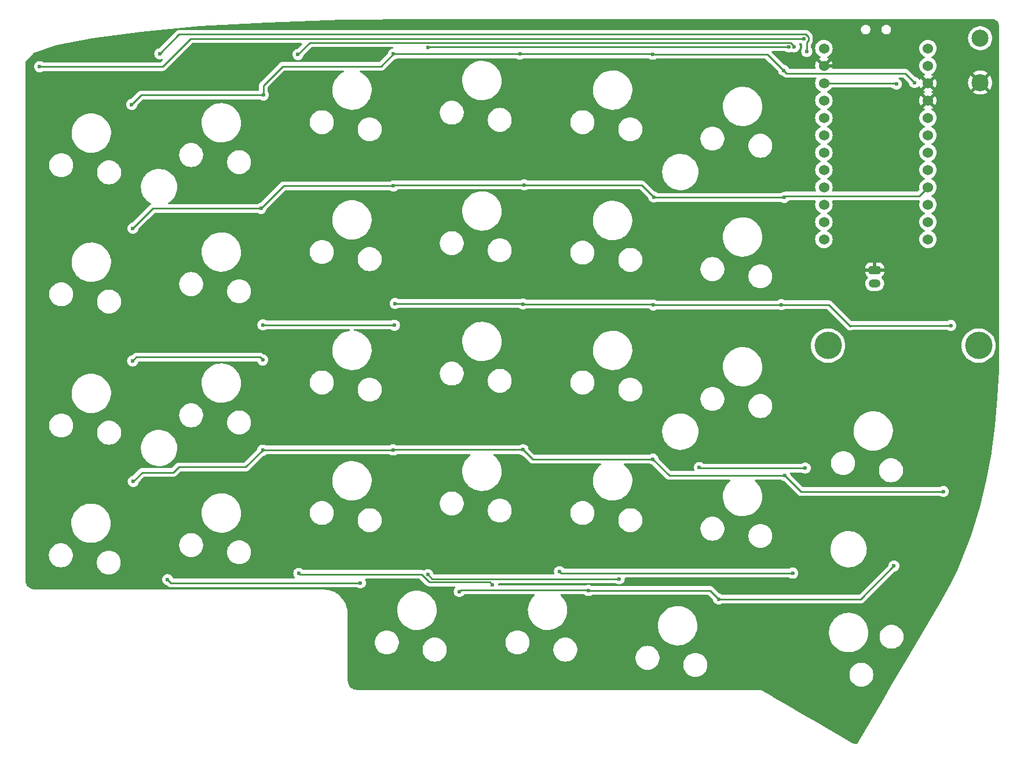
<source format=gtl>
G04 #@! TF.GenerationSoftware,KiCad,Pcbnew,7.0.10*
G04 #@! TF.CreationDate,2024-03-21T01:02:57+01:00*
G04 #@! TF.ProjectId,allium58,616c6c69-756d-4353-982e-6b696361645f,rev?*
G04 #@! TF.SameCoordinates,Original*
G04 #@! TF.FileFunction,Copper,L1,Top*
G04 #@! TF.FilePolarity,Positive*
%FSLAX46Y46*%
G04 Gerber Fmt 4.6, Leading zero omitted, Abs format (unit mm)*
G04 Created by KiCad (PCBNEW 7.0.10) date 2024-03-21 01:02:57*
%MOMM*%
%LPD*%
G01*
G04 APERTURE LIST*
G04 Aperture macros list*
%AMRoundRect*
0 Rectangle with rounded corners*
0 $1 Rounding radius*
0 $2 $3 $4 $5 $6 $7 $8 $9 X,Y pos of 4 corners*
0 Add a 4 corners polygon primitive as box body*
4,1,4,$2,$3,$4,$5,$6,$7,$8,$9,$2,$3,0*
0 Add four circle primitives for the rounded corners*
1,1,$1+$1,$2,$3*
1,1,$1+$1,$4,$5*
1,1,$1+$1,$6,$7*
1,1,$1+$1,$8,$9*
0 Add four rect primitives between the rounded corners*
20,1,$1+$1,$2,$3,$4,$5,0*
20,1,$1+$1,$4,$5,$6,$7,0*
20,1,$1+$1,$6,$7,$8,$9,0*
20,1,$1+$1,$8,$9,$2,$3,0*%
G04 Aperture macros list end*
G04 #@! TA.AperFunction,ComponentPad*
%ADD10C,1.524000*%
G04 #@! TD*
G04 #@! TA.AperFunction,ComponentPad*
%ADD11C,2.500000*%
G04 #@! TD*
G04 #@! TA.AperFunction,ComponentPad*
%ADD12O,1.750000X1.200000*%
G04 #@! TD*
G04 #@! TA.AperFunction,ComponentPad*
%ADD13RoundRect,0.300000X0.575000X-0.300000X0.575000X0.300000X-0.575000X0.300000X-0.575000X-0.300000X0*%
G04 #@! TD*
G04 #@! TA.AperFunction,ComponentPad*
%ADD14C,4.000000*%
G04 #@! TD*
G04 #@! TA.AperFunction,ViaPad*
%ADD15C,0.600000*%
G04 #@! TD*
G04 #@! TA.AperFunction,Conductor*
%ADD16C,0.250000*%
G04 #@! TD*
G04 #@! TA.AperFunction,Conductor*
%ADD17C,0.500000*%
G04 #@! TD*
G04 APERTURE END LIST*
D10*
X158749500Y-41522000D03*
X158749500Y-44062000D03*
X158749500Y-46602000D03*
X158749500Y-49142000D03*
X158749500Y-51682000D03*
X158749500Y-54222000D03*
X158749500Y-56762000D03*
X158749500Y-59302000D03*
X158749500Y-61842000D03*
X158749500Y-64382000D03*
X158749500Y-66922000D03*
X158749500Y-69462000D03*
X143529500Y-69462000D03*
X143529500Y-66922000D03*
X143529500Y-64382000D03*
X143529500Y-61842000D03*
X143529500Y-59302000D03*
X143529500Y-56762000D03*
X143529500Y-54222000D03*
X143529500Y-51682000D03*
X143529500Y-49142000D03*
X143529500Y-46602000D03*
X143529500Y-44062000D03*
X143529500Y-41522000D03*
D11*
X166370000Y-46505000D03*
X166370000Y-40005000D03*
D12*
X150952200Y-75930000D03*
D13*
X150952200Y-73930000D03*
D14*
X166138100Y-85000000D03*
X144138100Y-85000000D03*
D15*
X153771600Y-117246400D03*
X128143000Y-122098000D03*
X109068000Y-120853000D03*
X90220800Y-121006000D03*
X156769000Y-46507400D03*
X42341800Y-49707800D03*
X118491000Y-42367200D03*
X80594200Y-42331300D03*
X99085400Y-42316400D03*
X61595000Y-48336200D03*
X137643000Y-44729400D03*
X42519600Y-67843400D03*
X99720400Y-61493400D03*
X118669000Y-63271400D03*
X80619600Y-61620400D03*
X61239400Y-64922400D03*
X137719000Y-63322200D03*
X162077000Y-82067400D03*
X61493400Y-87096600D03*
X42468800Y-87249000D03*
X137312000Y-79019400D03*
X99542600Y-78917800D03*
X61518800Y-81965800D03*
X80746600Y-82016600D03*
X118618000Y-79070200D03*
X80848200Y-78841600D03*
X61493400Y-100305000D03*
X137820000Y-104013000D03*
X99542600Y-100228000D03*
X160985000Y-106350000D03*
X80543400Y-100279000D03*
X42570400Y-104877000D03*
X118542000Y-101625000D03*
X28879800Y-44170600D03*
X140640000Y-40081200D03*
X141020800Y-41960800D03*
X47599600Y-119253000D03*
X75768200Y-119736000D03*
X46456600Y-42291000D03*
X66776600Y-118339000D03*
X66649600Y-42392600D03*
X139192000Y-41275000D03*
X95097600Y-119990000D03*
X138392497Y-41275000D03*
X85648800Y-41402000D03*
X113589000Y-119151000D03*
X85623400Y-118516000D03*
X104877000Y-118085000D03*
X138963000Y-118313000D03*
X140792000Y-102921000D03*
X125313000Y-102845000D03*
X154127000Y-46736000D03*
D16*
X90476400Y-120750000D02*
X90220800Y-121006000D01*
X108964000Y-120750000D02*
X90476400Y-120750000D01*
X109068000Y-120853000D02*
X108964000Y-120750000D01*
X148920000Y-122098000D02*
X128143000Y-122098000D01*
X153771600Y-117246400D02*
X148920000Y-122098000D01*
X126898000Y-120853000D02*
X128143000Y-122098000D01*
X109068000Y-120853000D02*
X126898000Y-120853000D01*
X138062000Y-45149000D02*
X155410000Y-45149000D01*
X42341800Y-49707800D02*
X43713400Y-48336200D01*
X80609100Y-42316400D02*
X99085400Y-42316400D01*
X135280000Y-42367200D02*
X137643000Y-44729400D01*
X61595000Y-46913800D02*
X61595000Y-48336200D01*
X155410000Y-45149000D02*
X156769000Y-46507400D01*
X118440000Y-42316400D02*
X118491000Y-42367200D01*
X80594200Y-42331300D02*
X80609100Y-42316400D01*
X99085400Y-42316400D02*
X118440000Y-42316400D01*
X118491000Y-42367200D02*
X135280000Y-42367200D01*
X43713400Y-48336200D02*
X61595000Y-48336200D01*
X78805700Y-44119800D02*
X64389000Y-44119800D01*
X64389000Y-44119800D02*
X61595000Y-46913800D01*
X80594200Y-42331300D02*
X78805700Y-44119800D01*
X137643000Y-44729400D02*
X138062000Y-45149000D01*
X45440600Y-64922400D02*
X42519600Y-67843400D01*
X118669000Y-63271400D02*
X116891000Y-61493400D01*
X158749800Y-61842200D02*
X157473000Y-63119000D01*
X158749600Y-61842000D02*
X158749800Y-61842200D01*
X157473000Y-63119000D02*
X137922200Y-63119000D01*
X99720400Y-61493400D02*
X80746600Y-61493400D01*
X158749500Y-61842000D02*
X158749600Y-61842000D01*
X137922200Y-63119000D02*
X137719000Y-63322200D01*
X158750000Y-61842000D02*
X158749800Y-61842200D01*
X137719000Y-63322200D02*
X118720000Y-63322200D01*
X61239400Y-64922400D02*
X45440600Y-64922400D01*
X118720000Y-63322200D02*
X118669000Y-63271400D01*
X64541400Y-61620400D02*
X61239400Y-64922400D01*
X80746600Y-61493400D02*
X80619600Y-61620400D01*
X80619600Y-61620400D02*
X64541400Y-61620400D01*
X116891000Y-61493400D02*
X99720400Y-61493400D01*
X61518800Y-81965800D02*
X80695800Y-81965800D01*
X61087000Y-86690200D02*
X61493400Y-87096600D01*
X137312000Y-79019400D02*
X144221000Y-79019400D01*
X144221000Y-79019400D02*
X147345000Y-82143600D01*
X147345000Y-82143600D02*
X147422000Y-82067400D01*
X99466400Y-78841600D02*
X99542600Y-78917800D01*
X80695800Y-81965800D02*
X80746600Y-82016600D01*
X147422000Y-82067400D02*
X162077000Y-82067400D01*
X137262000Y-79070200D02*
X137312000Y-79019400D01*
X80848200Y-78841600D02*
X99466400Y-78841600D01*
X43027600Y-86690200D02*
X61087000Y-86690200D01*
X118618000Y-79070200D02*
X137262000Y-79070200D01*
X118466000Y-78917800D02*
X118618000Y-79070200D01*
X99542600Y-78917800D02*
X118466000Y-78917800D01*
X42468800Y-87249000D02*
X43027600Y-86690200D01*
X99542600Y-100228000D02*
X80594200Y-100228000D01*
X49218600Y-102775000D02*
X48437800Y-103556000D01*
X80594200Y-100228000D02*
X80543400Y-100279000D01*
X59023000Y-102775000D02*
X49218600Y-102775000D01*
X140157000Y-106350000D02*
X137820000Y-104013000D01*
X118542000Y-101625000D02*
X100940000Y-101625000D01*
X61518800Y-100279000D02*
X61493400Y-100305000D01*
X43891200Y-103556000D02*
X42570400Y-104877000D01*
X160985000Y-106350000D02*
X140157000Y-106350000D01*
X48437800Y-103556000D02*
X43891200Y-103556000D01*
X80543400Y-100279000D02*
X61518800Y-100279000D01*
X120929000Y-104013000D02*
X118542000Y-101625000D01*
X100940000Y-101625000D02*
X99542600Y-100228000D01*
X137820000Y-104013000D02*
X120929000Y-104013000D01*
X61493400Y-100305000D02*
X59023000Y-102775000D01*
D17*
X156210000Y-44062000D02*
X158750000Y-46602000D01*
X143530000Y-44062000D02*
X156210000Y-44062000D01*
D16*
X46863000Y-44170600D02*
X50952400Y-40081200D01*
X28879800Y-44170600D02*
X46863000Y-44170600D01*
X50952400Y-40081200D02*
X140640000Y-40081200D01*
X140898884Y-39456200D02*
X49291400Y-39456200D01*
X48082200Y-119736000D02*
X47599600Y-119253000D01*
X49291400Y-39456200D02*
X46456600Y-42291000D01*
X75768200Y-119736000D02*
X48082200Y-119736000D01*
X141265000Y-40340084D02*
X141265000Y-39822316D01*
X141020800Y-41960800D02*
X141020800Y-40584284D01*
X141265000Y-39822316D02*
X140898884Y-39456200D01*
X141020800Y-40584284D02*
X141265000Y-40340084D01*
X95097600Y-119990000D02*
X94709400Y-119601000D01*
X139192000Y-41275000D02*
X139192000Y-41190619D01*
X139192000Y-41190619D02*
X138651381Y-40650000D01*
X94709400Y-119601000D02*
X85824500Y-119601000D01*
X66929000Y-118491000D02*
X66776600Y-118339000D01*
X85824500Y-119601000D02*
X84714100Y-118491000D01*
X138651381Y-40650000D02*
X68392200Y-40650000D01*
X84714100Y-118491000D02*
X66929000Y-118491000D01*
X68392200Y-40650000D02*
X66649600Y-42392600D01*
X86258400Y-119151000D02*
X113589000Y-119151000D01*
X85775800Y-41275000D02*
X85648800Y-41402000D01*
X85623400Y-118516000D02*
X86258400Y-119151000D01*
X138392497Y-41275000D02*
X85775800Y-41275000D01*
X105105000Y-118313000D02*
X104877000Y-118085000D01*
X138963000Y-118313000D02*
X105105000Y-118313000D01*
X125389000Y-102921000D02*
X125313000Y-102845000D01*
X140792000Y-102921000D02*
X125389000Y-102921000D01*
X158749500Y-51682000D02*
X158750000Y-51682000D01*
X158749500Y-54222000D02*
X158750000Y-54222000D01*
X153993000Y-46602000D02*
X143530000Y-46602000D01*
X154127000Y-46736000D02*
X153993000Y-46602000D01*
X143530000Y-46602000D02*
X143529500Y-46602000D01*
X158750000Y-44062000D02*
X158749500Y-44062000D01*
G04 #@! TA.AperFunction,Conductor*
G36*
X155163624Y-45802502D02*
G01*
X155184579Y-45819385D01*
X155934658Y-46569134D01*
X155968697Y-46631439D01*
X155970789Y-46644138D01*
X155975781Y-46688438D01*
X155975784Y-46688452D01*
X156035957Y-46860415D01*
X156035958Y-46860418D01*
X156132887Y-47014679D01*
X156132888Y-47014681D01*
X156261718Y-47143511D01*
X156261720Y-47143512D01*
X156415981Y-47240441D01*
X156415982Y-47240441D01*
X156415985Y-47240443D01*
X156587953Y-47300617D01*
X156769000Y-47321016D01*
X156950047Y-47300617D01*
X157122015Y-47240443D01*
X157242296Y-47164865D01*
X157276278Y-47143513D01*
X157276278Y-47143512D01*
X157276281Y-47143511D01*
X157370304Y-47049487D01*
X157432614Y-47015464D01*
X157503430Y-47020528D01*
X157560266Y-47063075D01*
X157573593Y-47085334D01*
X157645446Y-47239425D01*
X157689684Y-47302603D01*
X157689685Y-47302603D01*
X158345178Y-46647110D01*
X158358173Y-46729150D01*
X158416617Y-46843854D01*
X158507646Y-46934883D01*
X158622350Y-46993327D01*
X158704388Y-47006320D01*
X158048895Y-47661813D01*
X158048895Y-47661814D01*
X158112075Y-47706053D01*
X158112074Y-47706053D01*
X158223056Y-47757805D01*
X158276341Y-47804722D01*
X158295802Y-47873000D01*
X158275260Y-47940960D01*
X158223056Y-47986195D01*
X158112075Y-48037946D01*
X158048894Y-48082185D01*
X158704388Y-48737679D01*
X158622350Y-48750673D01*
X158507646Y-48809117D01*
X158416617Y-48900146D01*
X158358173Y-49014850D01*
X158345179Y-49096888D01*
X157689685Y-48441394D01*
X157645446Y-48504575D01*
X157551533Y-48705972D01*
X157551531Y-48705976D01*
X157494017Y-48920625D01*
X157474649Y-49142000D01*
X157494017Y-49363374D01*
X157551531Y-49578023D01*
X157551533Y-49578027D01*
X157645446Y-49779425D01*
X157689684Y-49842603D01*
X157689685Y-49842603D01*
X158345178Y-49187110D01*
X158358173Y-49269150D01*
X158416617Y-49383854D01*
X158507646Y-49474883D01*
X158622350Y-49533327D01*
X158704388Y-49546320D01*
X158048895Y-50201813D01*
X158048895Y-50201814D01*
X158112075Y-50246053D01*
X158112074Y-50246053D01*
X158222464Y-50297529D01*
X158275749Y-50344447D01*
X158295210Y-50412724D01*
X158274668Y-50480684D01*
X158222464Y-50525919D01*
X158111823Y-50577512D01*
X157929722Y-50705020D01*
X157929716Y-50705025D01*
X157772525Y-50862216D01*
X157772520Y-50862222D01*
X157645012Y-51044323D01*
X157551061Y-51245801D01*
X157551059Y-51245806D01*
X157531531Y-51318685D01*
X157493522Y-51460537D01*
X157474147Y-51682000D01*
X157493522Y-51903463D01*
X157536322Y-52063195D01*
X157551059Y-52118193D01*
X157551061Y-52118199D01*
X157645011Y-52319675D01*
X157645012Y-52319677D01*
X157772516Y-52501772D01*
X157772520Y-52501777D01*
X157772523Y-52501781D01*
X157929719Y-52658977D01*
X157929723Y-52658980D01*
X157929727Y-52658983D01*
X158000698Y-52708677D01*
X158111823Y-52786488D01*
X158195069Y-52825306D01*
X158221873Y-52837805D01*
X158275158Y-52884722D01*
X158294619Y-52952999D01*
X158274077Y-53020959D01*
X158221873Y-53066195D01*
X158111823Y-53117512D01*
X157929722Y-53245020D01*
X157929716Y-53245025D01*
X157772525Y-53402216D01*
X157772520Y-53402222D01*
X157645012Y-53584323D01*
X157551061Y-53785801D01*
X157551059Y-53785806D01*
X157541282Y-53822296D01*
X157493522Y-54000537D01*
X157474147Y-54222000D01*
X157493522Y-54443463D01*
X157527111Y-54568818D01*
X157551059Y-54658193D01*
X157551061Y-54658199D01*
X157645011Y-54859675D01*
X157645012Y-54859677D01*
X157772516Y-55041772D01*
X157772520Y-55041777D01*
X157772523Y-55041781D01*
X157929719Y-55198977D01*
X157929723Y-55198980D01*
X157929727Y-55198983D01*
X157981355Y-55235133D01*
X158111823Y-55326488D01*
X158221873Y-55377805D01*
X158275158Y-55424722D01*
X158294619Y-55492999D01*
X158274077Y-55560959D01*
X158221873Y-55606195D01*
X158111823Y-55657512D01*
X157929722Y-55785020D01*
X157929716Y-55785025D01*
X157772525Y-55942216D01*
X157772520Y-55942222D01*
X157645012Y-56124323D01*
X157551061Y-56325801D01*
X157551059Y-56325806D01*
X157533504Y-56391323D01*
X157493522Y-56540537D01*
X157474147Y-56762000D01*
X157493522Y-56983463D01*
X157531122Y-57123786D01*
X157551059Y-57198193D01*
X157551061Y-57198199D01*
X157645011Y-57399675D01*
X157645012Y-57399677D01*
X157772516Y-57581772D01*
X157772520Y-57581777D01*
X157772523Y-57581781D01*
X157929719Y-57738977D01*
X157929723Y-57738980D01*
X157929727Y-57738983D01*
X158033624Y-57811732D01*
X158111823Y-57866488D01*
X158182618Y-57899500D01*
X158221873Y-57917805D01*
X158275158Y-57964722D01*
X158294619Y-58032999D01*
X158274077Y-58100959D01*
X158221873Y-58146195D01*
X158111823Y-58197512D01*
X157929722Y-58325020D01*
X157929716Y-58325025D01*
X157772525Y-58482216D01*
X157772520Y-58482222D01*
X157645012Y-58664323D01*
X157565050Y-58835802D01*
X157551060Y-58865804D01*
X157493522Y-59080537D01*
X157474147Y-59302000D01*
X157493522Y-59523463D01*
X157535943Y-59681779D01*
X157551059Y-59738193D01*
X157551061Y-59738199D01*
X157645011Y-59939675D01*
X157645012Y-59939677D01*
X157772516Y-60121772D01*
X157772520Y-60121777D01*
X157772523Y-60121781D01*
X157929719Y-60278977D01*
X157929723Y-60278980D01*
X157929727Y-60278983D01*
X158007120Y-60333174D01*
X158111823Y-60406488D01*
X158221873Y-60457805D01*
X158275158Y-60504722D01*
X158294619Y-60572999D01*
X158274077Y-60640959D01*
X158221873Y-60686195D01*
X158111823Y-60737512D01*
X157929722Y-60865020D01*
X157929716Y-60865025D01*
X157772525Y-61022216D01*
X157772520Y-61022222D01*
X157645012Y-61204323D01*
X157551061Y-61405801D01*
X157551059Y-61405806D01*
X157539590Y-61448609D01*
X157493522Y-61620537D01*
X157493522Y-61620539D01*
X157474147Y-61842000D01*
X157493522Y-62063466D01*
X157504091Y-62102908D01*
X157502401Y-62173885D01*
X157471480Y-62224614D01*
X157247500Y-62448595D01*
X157185188Y-62482620D01*
X157158404Y-62485500D01*
X144829053Y-62485500D01*
X144760932Y-62465498D01*
X144714439Y-62411842D01*
X144704335Y-62341568D01*
X144714858Y-62306250D01*
X144722060Y-62290805D01*
X144727940Y-62278196D01*
X144785478Y-62063463D01*
X144804853Y-61842000D01*
X144785478Y-61620537D01*
X144727940Y-61405804D01*
X144633988Y-61204324D01*
X144506477Y-61022219D01*
X144349281Y-60865023D01*
X144349277Y-60865020D01*
X144349272Y-60865016D01*
X144167177Y-60737512D01*
X144167175Y-60737511D01*
X144087127Y-60700184D01*
X144057126Y-60686194D01*
X144003842Y-60639278D01*
X143984381Y-60571001D01*
X144004923Y-60503041D01*
X144057127Y-60457805D01*
X144167177Y-60406488D01*
X144349281Y-60278977D01*
X144506477Y-60121781D01*
X144633988Y-59939677D01*
X144727940Y-59738196D01*
X144785478Y-59523463D01*
X144804853Y-59302000D01*
X144785478Y-59080537D01*
X144727940Y-58865804D01*
X144633988Y-58664324D01*
X144506477Y-58482219D01*
X144349281Y-58325023D01*
X144349277Y-58325020D01*
X144349272Y-58325016D01*
X144167177Y-58197512D01*
X144167175Y-58197511D01*
X144057127Y-58146195D01*
X144003842Y-58099278D01*
X143984381Y-58031001D01*
X144004923Y-57963041D01*
X144057127Y-57917805D01*
X144096382Y-57899500D01*
X144167177Y-57866488D01*
X144349281Y-57738977D01*
X144506477Y-57581781D01*
X144633988Y-57399677D01*
X144727940Y-57198196D01*
X144785478Y-56983463D01*
X144804853Y-56762000D01*
X144785478Y-56540537D01*
X144727940Y-56325804D01*
X144633988Y-56124324D01*
X144506477Y-55942219D01*
X144349281Y-55785023D01*
X144349277Y-55785020D01*
X144349272Y-55785016D01*
X144167177Y-55657512D01*
X144167175Y-55657511D01*
X144057127Y-55606195D01*
X144003842Y-55559278D01*
X143984381Y-55491001D01*
X144004923Y-55423041D01*
X144057127Y-55377805D01*
X144167177Y-55326488D01*
X144349281Y-55198977D01*
X144506477Y-55041781D01*
X144633988Y-54859677D01*
X144727940Y-54658196D01*
X144785478Y-54443463D01*
X144804853Y-54222000D01*
X144785478Y-54000537D01*
X144727940Y-53785804D01*
X144633988Y-53584324D01*
X144506477Y-53402219D01*
X144349281Y-53245023D01*
X144349277Y-53245020D01*
X144349272Y-53245016D01*
X144167177Y-53117512D01*
X144167175Y-53117511D01*
X144057127Y-53066195D01*
X144003842Y-53019278D01*
X143984381Y-52951001D01*
X144004923Y-52883041D01*
X144057127Y-52837805D01*
X144083931Y-52825306D01*
X144167177Y-52786488D01*
X144349281Y-52658977D01*
X144506477Y-52501781D01*
X144633988Y-52319677D01*
X144727940Y-52118196D01*
X144785478Y-51903463D01*
X144804853Y-51682000D01*
X144785478Y-51460537D01*
X144727940Y-51245804D01*
X144633988Y-51044324D01*
X144506477Y-50862219D01*
X144349281Y-50705023D01*
X144349277Y-50705020D01*
X144349272Y-50705016D01*
X144167177Y-50577512D01*
X144167175Y-50577511D01*
X144057127Y-50526195D01*
X144003842Y-50479278D01*
X143984381Y-50411001D01*
X144004923Y-50343041D01*
X144057127Y-50297805D01*
X144057719Y-50297529D01*
X144167177Y-50246488D01*
X144349281Y-50118977D01*
X144506477Y-49961781D01*
X144633988Y-49779677D01*
X144727940Y-49578196D01*
X144785478Y-49363463D01*
X144804853Y-49142000D01*
X144785478Y-48920537D01*
X144727940Y-48705804D01*
X144633988Y-48504324D01*
X144506477Y-48322219D01*
X144349281Y-48165023D01*
X144349277Y-48165020D01*
X144349272Y-48165016D01*
X144167177Y-48037512D01*
X144167175Y-48037511D01*
X144057127Y-47986195D01*
X144003842Y-47939278D01*
X143984381Y-47871001D01*
X144004923Y-47803041D01*
X144057127Y-47757805D01*
X144073470Y-47750184D01*
X144167177Y-47706488D01*
X144349281Y-47578977D01*
X144506477Y-47421781D01*
X144553068Y-47355241D01*
X144599292Y-47289229D01*
X144654750Y-47244901D01*
X144702505Y-47235500D01*
X153430917Y-47235500D01*
X153499038Y-47255502D01*
X153520012Y-47272405D01*
X153619718Y-47372111D01*
X153619720Y-47372112D01*
X153773981Y-47469041D01*
X153773982Y-47469041D01*
X153773985Y-47469043D01*
X153945953Y-47529217D01*
X154127000Y-47549616D01*
X154308047Y-47529217D01*
X154480015Y-47469043D01*
X154634281Y-47372111D01*
X154763111Y-47243281D01*
X154860043Y-47089015D01*
X154920217Y-46917047D01*
X154940616Y-46736000D01*
X154920217Y-46554953D01*
X154860043Y-46382985D01*
X154860041Y-46382982D01*
X154860041Y-46382981D01*
X154763112Y-46228720D01*
X154763111Y-46228718D01*
X154634281Y-46099888D01*
X154634279Y-46099887D01*
X154499480Y-46015187D01*
X154452442Y-45962009D01*
X154441622Y-45891841D01*
X154470455Y-45826963D01*
X154529786Y-45787972D01*
X154566516Y-45782500D01*
X155095503Y-45782500D01*
X155163624Y-45802502D01*
G37*
G04 #@! TD.AperFunction*
G04 #@! TA.AperFunction,Conductor*
G36*
X168151157Y-37187895D02*
G01*
X168328956Y-37205790D01*
X168353640Y-37210807D01*
X168507755Y-37258594D01*
X168530505Y-37268182D01*
X168670035Y-37343867D01*
X168690127Y-37357419D01*
X168811838Y-37457818D01*
X168828857Y-37474837D01*
X168843863Y-37493029D01*
X168929256Y-37596549D01*
X168942813Y-37616649D01*
X169018491Y-37756163D01*
X169028083Y-37778925D01*
X169075867Y-37933032D01*
X169080887Y-37957729D01*
X169099465Y-38142296D01*
X169100098Y-38154915D01*
X169100098Y-88581687D01*
X169099946Y-88587875D01*
X168902270Y-92608291D01*
X168901939Y-92613120D01*
X168548142Y-96643985D01*
X168547548Y-96649405D01*
X168018229Y-100672263D01*
X168017284Y-100678307D01*
X167293255Y-104671248D01*
X167291854Y-104677937D01*
X166353935Y-108619204D01*
X166351953Y-108626543D01*
X165181022Y-112494310D01*
X165178319Y-112502271D01*
X164664730Y-113863813D01*
X164663347Y-113867317D01*
X163006990Y-117889896D01*
X163004800Y-117894904D01*
X162058862Y-119935944D01*
X162053318Y-119946554D01*
X160378850Y-122810777D01*
X160378848Y-122810781D01*
X158703155Y-125677097D01*
X158703153Y-125677101D01*
X157027461Y-128543416D01*
X157027459Y-128543420D01*
X155351766Y-131409736D01*
X155351764Y-131409740D01*
X153676072Y-134276055D01*
X153676070Y-134276059D01*
X152000377Y-137142375D01*
X152000375Y-137142379D01*
X150324683Y-140008694D01*
X150324681Y-140008698D01*
X148665301Y-142847109D01*
X148661399Y-142852873D01*
X148653071Y-142867954D01*
X148651552Y-142870626D01*
X148642831Y-142885545D01*
X148639877Y-142891848D01*
X148567063Y-143023715D01*
X148555982Y-143040470D01*
X148475792Y-143142922D01*
X148458256Y-143161196D01*
X148379674Y-143228105D01*
X148354227Y-143244923D01*
X148278003Y-143282941D01*
X148246280Y-143293780D01*
X148166313Y-143309642D01*
X148133774Y-143311794D01*
X148039901Y-143305804D01*
X148012005Y-143300831D01*
X147897723Y-143266839D01*
X147876458Y-143258343D01*
X147732419Y-143184972D01*
X147726479Y-143181743D01*
X146042254Y-142206667D01*
X144410099Y-141261737D01*
X144410096Y-141261735D01*
X144394108Y-141252479D01*
X144394108Y-141252478D01*
X142734403Y-140291597D01*
X142734402Y-140291596D01*
X142718414Y-140282340D01*
X142718414Y-140282339D01*
X141058707Y-139321458D01*
X141058704Y-139321455D01*
X141042719Y-139312200D01*
X139383014Y-138351319D01*
X139383013Y-138351318D01*
X139367025Y-138342062D01*
X139367025Y-138342061D01*
X137707318Y-137381180D01*
X137707315Y-137381177D01*
X137691330Y-137371922D01*
X136031625Y-136411041D01*
X136031624Y-136411040D01*
X136015636Y-136401784D01*
X136015636Y-136401783D01*
X134364952Y-135446124D01*
X134354248Y-135436471D01*
X134353211Y-135437899D01*
X134337065Y-135426168D01*
X134337063Y-135426167D01*
X134334719Y-135425405D01*
X134316456Y-135417261D01*
X134312389Y-135415694D01*
X134264892Y-135405538D01*
X134245044Y-135407601D01*
X134244985Y-135407034D01*
X134225528Y-135411158D01*
X75330155Y-135411158D01*
X75317536Y-135410525D01*
X75267990Y-135405538D01*
X75048992Y-135383494D01*
X75024297Y-135378475D01*
X74966468Y-135360544D01*
X74785695Y-135304490D01*
X74762935Y-135294898D01*
X74546981Y-135177758D01*
X74526879Y-135164201D01*
X74514548Y-135154029D01*
X74338575Y-135008868D01*
X74321566Y-134991859D01*
X74166230Y-134803551D01*
X74152683Y-134783464D01*
X74035533Y-134567492D01*
X74025945Y-134544740D01*
X73995736Y-134447316D01*
X73951957Y-134306129D01*
X73946940Y-134281446D01*
X73919911Y-134012898D01*
X73919278Y-134000280D01*
X73919278Y-128581182D01*
X77887600Y-128581182D01*
X77905554Y-128700294D01*
X77926704Y-128840619D01*
X78004033Y-129091314D01*
X78004038Y-129091327D01*
X78117873Y-129327706D01*
X78117877Y-129327713D01*
X78265662Y-129544472D01*
X78265667Y-129544479D01*
X78444119Y-129736805D01*
X78649243Y-129900386D01*
X78649246Y-129900388D01*
X78876452Y-130031566D01*
X78876456Y-130031567D01*
X78876457Y-130031568D01*
X79120684Y-130127420D01*
X79376470Y-130185802D01*
X79572606Y-130200500D01*
X79572607Y-130200500D01*
X79703593Y-130200500D01*
X79703594Y-130200500D01*
X79899730Y-130185802D01*
X80155516Y-130127420D01*
X80399743Y-130031568D01*
X80399745Y-130031566D01*
X80399747Y-130031566D01*
X80513350Y-129965977D01*
X80626957Y-129900386D01*
X80832081Y-129736805D01*
X80930085Y-129631182D01*
X84887600Y-129631182D01*
X84906258Y-129754964D01*
X84926704Y-129890619D01*
X85004033Y-130141314D01*
X85004038Y-130141327D01*
X85117873Y-130377706D01*
X85117877Y-130377713D01*
X85248174Y-130568822D01*
X85265667Y-130594479D01*
X85444119Y-130786805D01*
X85649243Y-130950386D01*
X85649246Y-130950388D01*
X85876452Y-131081566D01*
X85876456Y-131081567D01*
X85876457Y-131081568D01*
X86120684Y-131177420D01*
X86376470Y-131235802D01*
X86572606Y-131250500D01*
X86572607Y-131250500D01*
X86703593Y-131250500D01*
X86703594Y-131250500D01*
X86899730Y-131235802D01*
X87155516Y-131177420D01*
X87399743Y-131081568D01*
X87399745Y-131081566D01*
X87399747Y-131081566D01*
X87513350Y-131015977D01*
X87626957Y-130950386D01*
X87832081Y-130786805D01*
X88010533Y-130594479D01*
X88158328Y-130377704D01*
X88272163Y-130141323D01*
X88272166Y-130141314D01*
X88349495Y-129890619D01*
X88354059Y-129860339D01*
X88388600Y-129631182D01*
X88388600Y-129368818D01*
X88349496Y-129109385D01*
X88349495Y-129109383D01*
X88349495Y-129109380D01*
X88272166Y-128858685D01*
X88272161Y-128858672D01*
X88222217Y-128754964D01*
X88158328Y-128622296D01*
X88158326Y-128622293D01*
X88158322Y-128622286D01*
X88130298Y-128581182D01*
X96987600Y-128581182D01*
X97005554Y-128700294D01*
X97026704Y-128840619D01*
X97104033Y-129091314D01*
X97104038Y-129091327D01*
X97217873Y-129327706D01*
X97217877Y-129327713D01*
X97365662Y-129544472D01*
X97365667Y-129544479D01*
X97544119Y-129736805D01*
X97749243Y-129900386D01*
X97749246Y-129900388D01*
X97976452Y-130031566D01*
X97976456Y-130031567D01*
X97976457Y-130031568D01*
X98220684Y-130127420D01*
X98476470Y-130185802D01*
X98672606Y-130200500D01*
X98672607Y-130200500D01*
X98803593Y-130200500D01*
X98803594Y-130200500D01*
X98999730Y-130185802D01*
X99255516Y-130127420D01*
X99499743Y-130031568D01*
X99499745Y-130031566D01*
X99499747Y-130031566D01*
X99613350Y-129965977D01*
X99726957Y-129900386D01*
X99932081Y-129736805D01*
X100030085Y-129631182D01*
X103987600Y-129631182D01*
X104006258Y-129754964D01*
X104026704Y-129890619D01*
X104104033Y-130141314D01*
X104104038Y-130141327D01*
X104217873Y-130377706D01*
X104217877Y-130377713D01*
X104348174Y-130568822D01*
X104365667Y-130594479D01*
X104544119Y-130786805D01*
X104749243Y-130950386D01*
X104749246Y-130950388D01*
X104976452Y-131081566D01*
X104976456Y-131081567D01*
X104976457Y-131081568D01*
X105220684Y-131177420D01*
X105476470Y-131235802D01*
X105672606Y-131250500D01*
X105672607Y-131250500D01*
X105803593Y-131250500D01*
X105803594Y-131250500D01*
X105999730Y-131235802D01*
X106255516Y-131177420D01*
X106499743Y-131081568D01*
X106499745Y-131081566D01*
X106499747Y-131081566D01*
X106613350Y-131015977D01*
X106726957Y-130950386D01*
X106876434Y-130831182D01*
X115987600Y-130831182D01*
X116005568Y-130950388D01*
X116026704Y-131090619D01*
X116104033Y-131341314D01*
X116104038Y-131341327D01*
X116217873Y-131577706D01*
X116217877Y-131577713D01*
X116365662Y-131794472D01*
X116365667Y-131794479D01*
X116544119Y-131986805D01*
X116749243Y-132150386D01*
X116749246Y-132150388D01*
X116976452Y-132281566D01*
X116976456Y-132281567D01*
X116976457Y-132281568D01*
X117220684Y-132377420D01*
X117476470Y-132435802D01*
X117672606Y-132450500D01*
X117672607Y-132450500D01*
X117803593Y-132450500D01*
X117803594Y-132450500D01*
X117999730Y-132435802D01*
X118255516Y-132377420D01*
X118499743Y-132281568D01*
X118499745Y-132281566D01*
X118499747Y-132281566D01*
X118613350Y-132215977D01*
X118726957Y-132150386D01*
X118932081Y-131986805D01*
X119030085Y-131881182D01*
X122987600Y-131881182D01*
X123009324Y-132025311D01*
X123026704Y-132140619D01*
X123104033Y-132391314D01*
X123104038Y-132391327D01*
X123217873Y-132627706D01*
X123217877Y-132627713D01*
X123335407Y-132800096D01*
X123365667Y-132844479D01*
X123544119Y-133036805D01*
X123749243Y-133200386D01*
X123749246Y-133200388D01*
X123976452Y-133331566D01*
X123976456Y-133331567D01*
X123976457Y-133331568D01*
X124220684Y-133427420D01*
X124476470Y-133485802D01*
X124672606Y-133500500D01*
X124672607Y-133500500D01*
X124803593Y-133500500D01*
X124803594Y-133500500D01*
X124999730Y-133485802D01*
X125255516Y-133427420D01*
X125499743Y-133331568D01*
X125499745Y-133331566D01*
X125499747Y-133331566D01*
X125568807Y-133291694D01*
X147257919Y-133291694D01*
X147278377Y-133427418D01*
X147297023Y-133551131D01*
X147374352Y-133801826D01*
X147374357Y-133801839D01*
X147488192Y-134038218D01*
X147488196Y-134038225D01*
X147635981Y-134254984D01*
X147635986Y-134254991D01*
X147814438Y-134447317D01*
X148019562Y-134610898D01*
X148019565Y-134610900D01*
X148246771Y-134742078D01*
X148246775Y-134742079D01*
X148246776Y-134742080D01*
X148491003Y-134837932D01*
X148746789Y-134896314D01*
X148942925Y-134911012D01*
X148942926Y-134911012D01*
X149073912Y-134911012D01*
X149073913Y-134911012D01*
X149270049Y-134896314D01*
X149525835Y-134837932D01*
X149770062Y-134742080D01*
X149770064Y-134742078D01*
X149770066Y-134742078D01*
X149945522Y-134640778D01*
X149997276Y-134610898D01*
X150202400Y-134447317D01*
X150380852Y-134254991D01*
X150528647Y-134038216D01*
X150642482Y-133801835D01*
X150719815Y-133551127D01*
X150758919Y-133291694D01*
X150758919Y-133029330D01*
X150719815Y-132769897D01*
X150719814Y-132769895D01*
X150719814Y-132769892D01*
X150642485Y-132519197D01*
X150642480Y-132519184D01*
X150574209Y-132377418D01*
X150528647Y-132282808D01*
X150528645Y-132282805D01*
X150528641Y-132282798D01*
X150380856Y-132066039D01*
X150380852Y-132066033D01*
X150202400Y-131873707D01*
X149997276Y-131710126D01*
X149997271Y-131710123D01*
X149997272Y-131710123D01*
X149770066Y-131578945D01*
X149770058Y-131578942D01*
X149525838Y-131483093D01*
X149525836Y-131483092D01*
X149270052Y-131424710D01*
X149122947Y-131413686D01*
X149073913Y-131410012D01*
X148942925Y-131410012D01*
X148903697Y-131412951D01*
X148746785Y-131424710D01*
X148491001Y-131483092D01*
X148490999Y-131483093D01*
X148246779Y-131578942D01*
X148246771Y-131578945D01*
X148019565Y-131710123D01*
X147814437Y-131873707D01*
X147635985Y-132066034D01*
X147635981Y-132066039D01*
X147488196Y-132282798D01*
X147488192Y-132282805D01*
X147374357Y-132519184D01*
X147374352Y-132519197D01*
X147297023Y-132769892D01*
X147285781Y-132844479D01*
X147257919Y-133029330D01*
X147257919Y-133291694D01*
X125568807Y-133291694D01*
X125613350Y-133265977D01*
X125726957Y-133200386D01*
X125932081Y-133036805D01*
X126110533Y-132844479D01*
X126258328Y-132627704D01*
X126372163Y-132391323D01*
X126372166Y-132391314D01*
X126449495Y-132140619D01*
X126449496Y-132140615D01*
X126488600Y-131881182D01*
X126488600Y-131618818D01*
X126449496Y-131359385D01*
X126449495Y-131359383D01*
X126449495Y-131359380D01*
X126372166Y-131108685D01*
X126372161Y-131108672D01*
X126295934Y-130950386D01*
X126258328Y-130872296D01*
X126258326Y-130872293D01*
X126258322Y-130872286D01*
X126110537Y-130655527D01*
X126110533Y-130655521D01*
X125932081Y-130463195D01*
X125726957Y-130299614D01*
X125726952Y-130299611D01*
X125726953Y-130299611D01*
X125499747Y-130168433D01*
X125499739Y-130168430D01*
X125255519Y-130072581D01*
X125255517Y-130072580D01*
X124999733Y-130014198D01*
X124852628Y-130003174D01*
X124803594Y-129999500D01*
X124672606Y-129999500D01*
X124633378Y-130002439D01*
X124476466Y-130014198D01*
X124220682Y-130072580D01*
X124220680Y-130072581D01*
X123976460Y-130168430D01*
X123976452Y-130168433D01*
X123749246Y-130299611D01*
X123544118Y-130463195D01*
X123365666Y-130655522D01*
X123365662Y-130655527D01*
X123217877Y-130872286D01*
X123217873Y-130872293D01*
X123104038Y-131108672D01*
X123104033Y-131108685D01*
X123026704Y-131359380D01*
X123008058Y-131483092D01*
X122987600Y-131618818D01*
X122987600Y-131881182D01*
X119030085Y-131881182D01*
X119110533Y-131794479D01*
X119258328Y-131577704D01*
X119372163Y-131341323D01*
X119449496Y-131090615D01*
X119488600Y-130831182D01*
X119488600Y-130568818D01*
X119449496Y-130309385D01*
X119449495Y-130309383D01*
X119449495Y-130309380D01*
X119372166Y-130058685D01*
X119372161Y-130058672D01*
X119295934Y-129900386D01*
X119258328Y-129822296D01*
X119258326Y-129822293D01*
X119258322Y-129822286D01*
X119110537Y-129605527D01*
X119110533Y-129605521D01*
X118932081Y-129413195D01*
X118726957Y-129249614D01*
X118726952Y-129249611D01*
X118726953Y-129249611D01*
X118499747Y-129118433D01*
X118499739Y-129118430D01*
X118255519Y-129022581D01*
X118255517Y-129022580D01*
X117999733Y-128964198D01*
X117852628Y-128953174D01*
X117803594Y-128949500D01*
X117672606Y-128949500D01*
X117633378Y-128952439D01*
X117476466Y-128964198D01*
X117220682Y-129022580D01*
X117220680Y-129022581D01*
X116976460Y-129118430D01*
X116976452Y-129118433D01*
X116749246Y-129249611D01*
X116544118Y-129413195D01*
X116365666Y-129605522D01*
X116365662Y-129605527D01*
X116217877Y-129822286D01*
X116217873Y-129822293D01*
X116104038Y-130058672D01*
X116104033Y-130058685D01*
X116026704Y-130309380D01*
X116016406Y-130377704D01*
X115987600Y-130568818D01*
X115987600Y-130831182D01*
X106876434Y-130831182D01*
X106932081Y-130786805D01*
X107110533Y-130594479D01*
X107258328Y-130377704D01*
X107372163Y-130141323D01*
X107372166Y-130141314D01*
X107449495Y-129890619D01*
X107454059Y-129860339D01*
X107488600Y-129631182D01*
X107488600Y-129368818D01*
X107449496Y-129109385D01*
X107449495Y-129109383D01*
X107449495Y-129109380D01*
X107372166Y-128858685D01*
X107372161Y-128858672D01*
X107322217Y-128754964D01*
X107258328Y-128622296D01*
X107258326Y-128622293D01*
X107258322Y-128622286D01*
X107110537Y-128405527D01*
X107110533Y-128405521D01*
X106932081Y-128213195D01*
X106726957Y-128049614D01*
X106726952Y-128049611D01*
X106726953Y-128049611D01*
X106499747Y-127918433D01*
X106499739Y-127918430D01*
X106255519Y-127822581D01*
X106255517Y-127822580D01*
X105999733Y-127764198D01*
X105852628Y-127753174D01*
X105803594Y-127749500D01*
X105672606Y-127749500D01*
X105633378Y-127752439D01*
X105476466Y-127764198D01*
X105220682Y-127822580D01*
X105220680Y-127822581D01*
X104976460Y-127918430D01*
X104976452Y-127918433D01*
X104749246Y-128049611D01*
X104544118Y-128213195D01*
X104365666Y-128405522D01*
X104365662Y-128405527D01*
X104217877Y-128622286D01*
X104217873Y-128622293D01*
X104104038Y-128858672D01*
X104104033Y-128858685D01*
X104026704Y-129109380D01*
X104005568Y-129249611D01*
X103987600Y-129368818D01*
X103987600Y-129631182D01*
X100030085Y-129631182D01*
X100110533Y-129544479D01*
X100258328Y-129327704D01*
X100372163Y-129091323D01*
X100393367Y-129022581D01*
X100449495Y-128840619D01*
X100453356Y-128815005D01*
X100488600Y-128581182D01*
X100488600Y-128318818D01*
X100449496Y-128059385D01*
X100449495Y-128059383D01*
X100449495Y-128059380D01*
X100372166Y-127808685D01*
X100372161Y-127808672D01*
X100268456Y-127593327D01*
X100258328Y-127572296D01*
X100258326Y-127572293D01*
X100258322Y-127572286D01*
X100110537Y-127355527D01*
X100110533Y-127355521D01*
X99932081Y-127163195D01*
X99726957Y-126999614D01*
X99726952Y-126999611D01*
X99726953Y-126999611D01*
X99499747Y-126868433D01*
X99499739Y-126868430D01*
X99255519Y-126772581D01*
X99255517Y-126772580D01*
X98999733Y-126714198D01*
X98852628Y-126703174D01*
X98803594Y-126699500D01*
X98672606Y-126699500D01*
X98633378Y-126702439D01*
X98476466Y-126714198D01*
X98220682Y-126772580D01*
X98220680Y-126772581D01*
X97976460Y-126868430D01*
X97976452Y-126868433D01*
X97749246Y-126999611D01*
X97544118Y-127163195D01*
X97365666Y-127355522D01*
X97365662Y-127355527D01*
X97217877Y-127572286D01*
X97217873Y-127572293D01*
X97104038Y-127808672D01*
X97104033Y-127808685D01*
X97026704Y-128059380D01*
X97008214Y-128182056D01*
X96987600Y-128318818D01*
X96987600Y-128581182D01*
X88130298Y-128581182D01*
X88010537Y-128405527D01*
X88010533Y-128405521D01*
X87832081Y-128213195D01*
X87626957Y-128049614D01*
X87626952Y-128049611D01*
X87626953Y-128049611D01*
X87399747Y-127918433D01*
X87399739Y-127918430D01*
X87155519Y-127822581D01*
X87155517Y-127822580D01*
X86899733Y-127764198D01*
X86752628Y-127753174D01*
X86703594Y-127749500D01*
X86572606Y-127749500D01*
X86533378Y-127752439D01*
X86376466Y-127764198D01*
X86120682Y-127822580D01*
X86120680Y-127822581D01*
X85876460Y-127918430D01*
X85876452Y-127918433D01*
X85649246Y-128049611D01*
X85444118Y-128213195D01*
X85265666Y-128405522D01*
X85265662Y-128405527D01*
X85117877Y-128622286D01*
X85117873Y-128622293D01*
X85004038Y-128858672D01*
X85004033Y-128858685D01*
X84926704Y-129109380D01*
X84905568Y-129249611D01*
X84887600Y-129368818D01*
X84887600Y-129631182D01*
X80930085Y-129631182D01*
X81010533Y-129544479D01*
X81158328Y-129327704D01*
X81272163Y-129091323D01*
X81293367Y-129022581D01*
X81349495Y-128840619D01*
X81353356Y-128815005D01*
X81388600Y-128581182D01*
X81388600Y-128318818D01*
X81349496Y-128059385D01*
X81349495Y-128059383D01*
X81349495Y-128059380D01*
X81272166Y-127808685D01*
X81272161Y-127808672D01*
X81168456Y-127593327D01*
X81158328Y-127572296D01*
X81158326Y-127572293D01*
X81158322Y-127572286D01*
X81010537Y-127355527D01*
X81010533Y-127355521D01*
X80832081Y-127163195D01*
X80626957Y-126999614D01*
X80626952Y-126999611D01*
X80626953Y-126999611D01*
X80399747Y-126868433D01*
X80399739Y-126868430D01*
X80155519Y-126772581D01*
X80155517Y-126772580D01*
X79899733Y-126714198D01*
X79752628Y-126703174D01*
X79703594Y-126699500D01*
X79572606Y-126699500D01*
X79533378Y-126702439D01*
X79376466Y-126714198D01*
X79120682Y-126772580D01*
X79120680Y-126772581D01*
X78876460Y-126868430D01*
X78876452Y-126868433D01*
X78649246Y-126999611D01*
X78444118Y-127163195D01*
X78265666Y-127355522D01*
X78265662Y-127355527D01*
X78117877Y-127572286D01*
X78117873Y-127572293D01*
X78004038Y-127808672D01*
X78004033Y-127808685D01*
X77926704Y-128059380D01*
X77908214Y-128182056D01*
X77887600Y-128318818D01*
X77887600Y-128581182D01*
X73919278Y-128581182D01*
X73919278Y-124314046D01*
X73920203Y-124305428D01*
X73919804Y-124305406D01*
X73920365Y-124295513D01*
X73920367Y-124295507D01*
X73919911Y-124290975D01*
X73919278Y-124278358D01*
X73919278Y-124273814D01*
X73917726Y-124264020D01*
X73918121Y-124263957D01*
X73916337Y-124255482D01*
X73856867Y-123664632D01*
X81158806Y-123664632D01*
X81168920Y-124005788D01*
X81168920Y-124005789D01*
X81219308Y-124343327D01*
X81219309Y-124343334D01*
X81267505Y-124519710D01*
X81292407Y-124610842D01*
X81309273Y-124672562D01*
X81437535Y-124988821D01*
X81437538Y-124988828D01*
X81602311Y-125287710D01*
X81602313Y-125287714D01*
X81602315Y-125287716D01*
X81801272Y-125564999D01*
X81801273Y-125565000D01*
X81801277Y-125565005D01*
X82031644Y-125816822D01*
X82181438Y-125945914D01*
X82290175Y-126039624D01*
X82290179Y-126039627D01*
X82573238Y-126230282D01*
X82573242Y-126230284D01*
X82573246Y-126230287D01*
X82573250Y-126230289D01*
X82876874Y-126386129D01*
X83196798Y-126504964D01*
X83196803Y-126504965D01*
X83196813Y-126504969D01*
X83528557Y-126585134D01*
X83867454Y-126625500D01*
X83867460Y-126625500D01*
X84123339Y-126625500D01*
X84123349Y-126625500D01*
X84378793Y-126610341D01*
X84714703Y-126549969D01*
X85041115Y-126450293D01*
X85353447Y-126312710D01*
X85647315Y-126139152D01*
X85918593Y-125932056D01*
X86163472Y-125694328D01*
X86378516Y-125429307D01*
X86560706Y-125140711D01*
X86707484Y-124832594D01*
X86816790Y-124509278D01*
X86872412Y-124245031D01*
X86887089Y-124175306D01*
X86887089Y-124175302D01*
X86917394Y-123835361D01*
X86907280Y-123494218D01*
X86887821Y-123363869D01*
X86856891Y-123156672D01*
X86856890Y-123156665D01*
X86811548Y-122990732D01*
X86766929Y-122827444D01*
X86638662Y-122511172D01*
X86473889Y-122212290D01*
X86274923Y-121934995D01*
X86044556Y-121683178D01*
X85786024Y-121460375D01*
X85763475Y-121445187D01*
X85502961Y-121269717D01*
X85502949Y-121269710D01*
X85199325Y-121113870D01*
X84879401Y-120995035D01*
X84879390Y-120995032D01*
X84879389Y-120995031D01*
X84879387Y-120995031D01*
X84547643Y-120914866D01*
X84547640Y-120914865D01*
X84547639Y-120914865D01*
X84404341Y-120897797D01*
X84208746Y-120874500D01*
X83952851Y-120874500D01*
X83697407Y-120889659D01*
X83697402Y-120889659D01*
X83697399Y-120889660D01*
X83361495Y-120950031D01*
X83035090Y-121049705D01*
X83035082Y-121049708D01*
X82722746Y-121187293D01*
X82428893Y-121360842D01*
X82428887Y-121360846D01*
X82157608Y-121567943D01*
X81912727Y-121805672D01*
X81697685Y-122070690D01*
X81515494Y-122359289D01*
X81515486Y-122359303D01*
X81368718Y-122667398D01*
X81368714Y-122667410D01*
X81259408Y-122990727D01*
X81259407Y-122990732D01*
X81189110Y-123324693D01*
X81189110Y-123324697D01*
X81158806Y-123664628D01*
X81158806Y-123664632D01*
X73856867Y-123664632D01*
X73849019Y-123586663D01*
X73848399Y-123572339D01*
X73848440Y-123569349D01*
X73848437Y-123569342D01*
X73847608Y-123563605D01*
X73846136Y-123558013D01*
X73846136Y-123558009D01*
X73844919Y-123555243D01*
X73839903Y-123541821D01*
X73643900Y-122909709D01*
X73640347Y-122895298D01*
X73639883Y-122892792D01*
X73639882Y-122892786D01*
X73639878Y-122892780D01*
X73637878Y-122887122D01*
X73635230Y-122881747D01*
X73633755Y-122879658D01*
X73625921Y-122867049D01*
X73599186Y-122817761D01*
X73316352Y-122296343D01*
X73309889Y-122282481D01*
X73309103Y-122280486D01*
X73309101Y-122280483D01*
X73309100Y-122280481D01*
X73305968Y-122275168D01*
X73302201Y-122270253D01*
X73302199Y-122270250D01*
X73302195Y-122270246D01*
X73302192Y-122270242D01*
X73300640Y-122268768D01*
X73290210Y-122257583D01*
X72880633Y-121761066D01*
X72871543Y-121748554D01*
X72870472Y-121746872D01*
X72870469Y-121746870D01*
X72870469Y-121746869D01*
X72866333Y-121742190D01*
X72861641Y-121738041D01*
X72859967Y-121736976D01*
X72847459Y-121727888D01*
X72773180Y-121666616D01*
X72350927Y-121318301D01*
X72339737Y-121307866D01*
X72338261Y-121306312D01*
X72333361Y-121302555D01*
X72328022Y-121299407D01*
X72326030Y-121298622D01*
X72312178Y-121292163D01*
X72204049Y-121233510D01*
X72153707Y-121183448D01*
X72138126Y-121122755D01*
X72138126Y-121000000D01*
X71805531Y-121000000D01*
X71745450Y-120984753D01*
X71741448Y-120982582D01*
X71728849Y-120974754D01*
X71726769Y-120973285D01*
X71721380Y-120970630D01*
X71715725Y-120968630D01*
X71713213Y-120968166D01*
X71698803Y-120964613D01*
X71066691Y-120768608D01*
X71053273Y-120763595D01*
X71050505Y-120762377D01*
X71044910Y-120760904D01*
X71039158Y-120760072D01*
X71036143Y-120760113D01*
X71021839Y-120759491D01*
X70353027Y-120692174D01*
X70344550Y-120690392D01*
X70344488Y-120690786D01*
X70334697Y-120689235D01*
X70334695Y-120689235D01*
X70330155Y-120689235D01*
X70317536Y-120688602D01*
X70313002Y-120688145D01*
X70303107Y-120688708D01*
X70303084Y-120688310D01*
X70294467Y-120689235D01*
X28189504Y-120689235D01*
X28176885Y-120688602D01*
X28172345Y-120688145D01*
X27908341Y-120661571D01*
X27883648Y-120656553D01*
X27747613Y-120614371D01*
X27645042Y-120582566D01*
X27622283Y-120572974D01*
X27406326Y-120455832D01*
X27386225Y-120442275D01*
X27303712Y-120374210D01*
X27197933Y-120286953D01*
X27180918Y-120269939D01*
X27025576Y-120081624D01*
X27012024Y-120061530D01*
X26894881Y-119845571D01*
X26885291Y-119822813D01*
X26880993Y-119808953D01*
X26811309Y-119584216D01*
X26806289Y-119559518D01*
X26779259Y-119290966D01*
X26778626Y-119278348D01*
X26778626Y-119253000D01*
X46785984Y-119253000D01*
X46806383Y-119434047D01*
X46806383Y-119434049D01*
X46806384Y-119434050D01*
X46866557Y-119606015D01*
X46866558Y-119606018D01*
X46963487Y-119760279D01*
X46963488Y-119760281D01*
X47092318Y-119889111D01*
X47092320Y-119889112D01*
X47246581Y-119986041D01*
X47246582Y-119986041D01*
X47246585Y-119986043D01*
X47418553Y-120046217D01*
X47418558Y-120046217D01*
X47418560Y-120046218D01*
X47432682Y-120047808D01*
X47462689Y-120051189D01*
X47528141Y-120078691D01*
X47537706Y-120087330D01*
X47574908Y-120124563D01*
X47584935Y-120137083D01*
X47585146Y-120136909D01*
X47590200Y-120143018D01*
X47635071Y-120185155D01*
X47639755Y-120189553D01*
X47642598Y-120192309D01*
X47662233Y-120211960D01*
X47665135Y-120214213D01*
X47665535Y-120214523D01*
X47674526Y-120222204D01*
X47693284Y-120239819D01*
X47706880Y-120252587D01*
X47724488Y-120262267D01*
X47741055Y-120273154D01*
X47756926Y-120285476D01*
X47756929Y-120285477D01*
X47756931Y-120285479D01*
X47797653Y-120303120D01*
X47808248Y-120308313D01*
X47847140Y-120329695D01*
X47856704Y-120332150D01*
X47866608Y-120334694D01*
X47885361Y-120341119D01*
X47903792Y-120349104D01*
X47903798Y-120349105D01*
X47903801Y-120349107D01*
X47947628Y-120356067D01*
X47959186Y-120358464D01*
X47991198Y-120366683D01*
X48002170Y-120369500D01*
X48022268Y-120369500D01*
X48042029Y-120371059D01*
X48045677Y-120371638D01*
X48061878Y-120374211D01*
X48103804Y-120370265D01*
X48106050Y-120370054D01*
X48117854Y-120369500D01*
X75220463Y-120369500D01*
X75287499Y-120388813D01*
X75392042Y-120454501D01*
X75415185Y-120469043D01*
X75587153Y-120529217D01*
X75768200Y-120549616D01*
X75949247Y-120529217D01*
X76121215Y-120469043D01*
X76275481Y-120372111D01*
X76404311Y-120243281D01*
X76501243Y-120089015D01*
X76561417Y-119917047D01*
X76581816Y-119736000D01*
X76561417Y-119554953D01*
X76501243Y-119382985D01*
X76492682Y-119369361D01*
X76460119Y-119317536D01*
X76440813Y-119249215D01*
X76461508Y-119181302D01*
X76515635Y-119135359D01*
X76566806Y-119124500D01*
X84399586Y-119124500D01*
X84467707Y-119144502D01*
X84488665Y-119161389D01*
X85317275Y-119989701D01*
X85327219Y-120002108D01*
X85327452Y-120001916D01*
X85332499Y-120008018D01*
X85360787Y-120034581D01*
X85382216Y-120054704D01*
X85385010Y-120057411D01*
X85404816Y-120077210D01*
X85404820Y-120077213D01*
X85407951Y-120079641D01*
X85416998Y-120087366D01*
X85449179Y-120117586D01*
X85449181Y-120117587D01*
X85449182Y-120117588D01*
X85466987Y-120127376D01*
X85483494Y-120138217D01*
X85499552Y-120150668D01*
X85499555Y-120150669D01*
X85499558Y-120150672D01*
X85540076Y-120168196D01*
X85550741Y-120173420D01*
X85589440Y-120194695D01*
X85589442Y-120194695D01*
X85589443Y-120194696D01*
X85589442Y-120194696D01*
X85609128Y-120199750D01*
X85627818Y-120206147D01*
X85646466Y-120214213D01*
X85690070Y-120221110D01*
X85701710Y-120223520D01*
X85744470Y-120234500D01*
X85764800Y-120234500D01*
X85784487Y-120236047D01*
X85804558Y-120239223D01*
X85846188Y-120235280D01*
X85848506Y-120235061D01*
X85860385Y-120234500D01*
X89544717Y-120234500D01*
X89612838Y-120254502D01*
X89659331Y-120308158D01*
X89669435Y-120378432D01*
X89639941Y-120443012D01*
X89633812Y-120449595D01*
X89584688Y-120498718D01*
X89584687Y-120498720D01*
X89487758Y-120652981D01*
X89487757Y-120652984D01*
X89448043Y-120766482D01*
X89427583Y-120824953D01*
X89407184Y-121006000D01*
X89427583Y-121187047D01*
X89427583Y-121187049D01*
X89427584Y-121187050D01*
X89487757Y-121359015D01*
X89487758Y-121359018D01*
X89584687Y-121513279D01*
X89584688Y-121513281D01*
X89713518Y-121642111D01*
X89713520Y-121642112D01*
X89867781Y-121739041D01*
X89867782Y-121739041D01*
X89867785Y-121739043D01*
X90039753Y-121799217D01*
X90220800Y-121819616D01*
X90401847Y-121799217D01*
X90573815Y-121739043D01*
X90728081Y-121642111D01*
X90856911Y-121513281D01*
X90873739Y-121486500D01*
X90901409Y-121442464D01*
X90954587Y-121395426D01*
X91008096Y-121383500D01*
X101136918Y-121383500D01*
X101205039Y-121403502D01*
X101251532Y-121457158D01*
X101261636Y-121527432D01*
X101232142Y-121592012D01*
X101224684Y-121599906D01*
X101012727Y-121805672D01*
X100797685Y-122070690D01*
X100615494Y-122359289D01*
X100615486Y-122359303D01*
X100468718Y-122667398D01*
X100468714Y-122667410D01*
X100359408Y-122990727D01*
X100359407Y-122990732D01*
X100289110Y-123324693D01*
X100289110Y-123324697D01*
X100258806Y-123664628D01*
X100258806Y-123664632D01*
X100268920Y-124005788D01*
X100268920Y-124005789D01*
X100319308Y-124343327D01*
X100319309Y-124343334D01*
X100367505Y-124519710D01*
X100392407Y-124610842D01*
X100409273Y-124672562D01*
X100537535Y-124988821D01*
X100537538Y-124988828D01*
X100702311Y-125287710D01*
X100702313Y-125287714D01*
X100702315Y-125287716D01*
X100901272Y-125564999D01*
X100901273Y-125565000D01*
X100901277Y-125565005D01*
X101131644Y-125816822D01*
X101281438Y-125945914D01*
X101390175Y-126039624D01*
X101390179Y-126039627D01*
X101673238Y-126230282D01*
X101673242Y-126230284D01*
X101673246Y-126230287D01*
X101673250Y-126230289D01*
X101976874Y-126386129D01*
X102296798Y-126504964D01*
X102296803Y-126504965D01*
X102296813Y-126504969D01*
X102628557Y-126585134D01*
X102967454Y-126625500D01*
X102967460Y-126625500D01*
X103223339Y-126625500D01*
X103223349Y-126625500D01*
X103478793Y-126610341D01*
X103814703Y-126549969D01*
X104141115Y-126450293D01*
X104453447Y-126312710D01*
X104747315Y-126139152D01*
X105018593Y-125932056D01*
X105036534Y-125914639D01*
X119258806Y-125914639D01*
X119262512Y-126039625D01*
X119268920Y-126255788D01*
X119268920Y-126255789D01*
X119319308Y-126593327D01*
X119319309Y-126593334D01*
X119368290Y-126772581D01*
X119394481Y-126868432D01*
X119409273Y-126922562D01*
X119475298Y-127085361D01*
X119537538Y-127238828D01*
X119702311Y-127537710D01*
X119702313Y-127537714D01*
X119702315Y-127537716D01*
X119901272Y-127814999D01*
X119901273Y-127815000D01*
X119901277Y-127815005D01*
X120131644Y-128066822D01*
X120149954Y-128082601D01*
X120390175Y-128289624D01*
X120390179Y-128289627D01*
X120673238Y-128480282D01*
X120673242Y-128480284D01*
X120673246Y-128480287D01*
X120673250Y-128480289D01*
X120976874Y-128636129D01*
X121296798Y-128754964D01*
X121296803Y-128754965D01*
X121296813Y-128754969D01*
X121628557Y-128835134D01*
X121967454Y-128875500D01*
X121967460Y-128875500D01*
X122223339Y-128875500D01*
X122223349Y-128875500D01*
X122478793Y-128860341D01*
X122814703Y-128799969D01*
X123141115Y-128700293D01*
X123453447Y-128562710D01*
X123747315Y-128389152D01*
X124018593Y-128182056D01*
X124263472Y-127944328D01*
X124478516Y-127679307D01*
X124660706Y-127390711D01*
X124807484Y-127082594D01*
X124864266Y-126914639D01*
X144258806Y-126914639D01*
X144260804Y-126982019D01*
X144268920Y-127255788D01*
X144268920Y-127255789D01*
X144319308Y-127593327D01*
X144319309Y-127593334D01*
X144385435Y-127835327D01*
X144408144Y-127918433D01*
X144409273Y-127922562D01*
X144527142Y-128213195D01*
X144537538Y-128238828D01*
X144702311Y-128537710D01*
X144702313Y-128537714D01*
X144702315Y-128537716D01*
X144901272Y-128814999D01*
X144901273Y-128815000D01*
X144901277Y-128815005D01*
X145131644Y-129066822D01*
X145291865Y-129204900D01*
X145390175Y-129289624D01*
X145390179Y-129289627D01*
X145673238Y-129480282D01*
X145673242Y-129480284D01*
X145673246Y-129480287D01*
X145673250Y-129480289D01*
X145976874Y-129636129D01*
X146296798Y-129754964D01*
X146296803Y-129754965D01*
X146296813Y-129754969D01*
X146628557Y-129835134D01*
X146967454Y-129875500D01*
X146967460Y-129875500D01*
X147223339Y-129875500D01*
X147223349Y-129875500D01*
X147478793Y-129860341D01*
X147814703Y-129799969D01*
X148141115Y-129700293D01*
X148453447Y-129562710D01*
X148747315Y-129389152D01*
X149018593Y-129182056D01*
X149263472Y-128944328D01*
X149478516Y-128679307D01*
X149660706Y-128390711D01*
X149720753Y-128264661D01*
X149807481Y-128082601D01*
X149807481Y-128082598D01*
X149807484Y-128082594D01*
X149916790Y-127759278D01*
X149917792Y-127754516D01*
X151667246Y-127754516D01*
X151688970Y-127898645D01*
X151706350Y-128013953D01*
X151783679Y-128264648D01*
X151783684Y-128264661D01*
X151897519Y-128501040D01*
X151897523Y-128501047D01*
X152045308Y-128717806D01*
X152045313Y-128717813D01*
X152223765Y-128910139D01*
X152428889Y-129073720D01*
X152428892Y-129073722D01*
X152656098Y-129204900D01*
X152656102Y-129204901D01*
X152656103Y-129204902D01*
X152900330Y-129300754D01*
X153156116Y-129359136D01*
X153352252Y-129373834D01*
X153352253Y-129373834D01*
X153483239Y-129373834D01*
X153483240Y-129373834D01*
X153679376Y-129359136D01*
X153935162Y-129300754D01*
X154179389Y-129204902D01*
X154179391Y-129204900D01*
X154179393Y-129204900D01*
X154329158Y-129118433D01*
X154406603Y-129073720D01*
X154611727Y-128910139D01*
X154790179Y-128717813D01*
X154937974Y-128501038D01*
X155051809Y-128264657D01*
X155059776Y-128238828D01*
X155129141Y-128013953D01*
X155129142Y-128013949D01*
X155168246Y-127754516D01*
X155168246Y-127492152D01*
X155129142Y-127232719D01*
X155129141Y-127232717D01*
X155129141Y-127232714D01*
X155051812Y-126982019D01*
X155051807Y-126982006D01*
X154997111Y-126868430D01*
X154937974Y-126745630D01*
X154937972Y-126745627D01*
X154937968Y-126745620D01*
X154790183Y-126528861D01*
X154790179Y-126528855D01*
X154611727Y-126336529D01*
X154406603Y-126172948D01*
X154406598Y-126172945D01*
X154406599Y-126172945D01*
X154179393Y-126041767D01*
X154179385Y-126041764D01*
X153935165Y-125945915D01*
X153935163Y-125945914D01*
X153679379Y-125887532D01*
X153532274Y-125876508D01*
X153483240Y-125872834D01*
X153352252Y-125872834D01*
X153313024Y-125875773D01*
X153156112Y-125887532D01*
X152900328Y-125945914D01*
X152900326Y-125945915D01*
X152656106Y-126041764D01*
X152656098Y-126041767D01*
X152428892Y-126172945D01*
X152223764Y-126336529D01*
X152045312Y-126528856D01*
X152045308Y-126528861D01*
X151897523Y-126745620D01*
X151897519Y-126745627D01*
X151783684Y-126982006D01*
X151783679Y-126982019D01*
X151706350Y-127232714D01*
X151687840Y-127355521D01*
X151667246Y-127492152D01*
X151667246Y-127754516D01*
X149917792Y-127754516D01*
X149987089Y-127425305D01*
X150017394Y-127085361D01*
X150007280Y-126744218D01*
X150000604Y-126699500D01*
X149956891Y-126406672D01*
X149956890Y-126406665D01*
X149911548Y-126240732D01*
X149866929Y-126077444D01*
X149738662Y-125761172D01*
X149573889Y-125462290D01*
X149533982Y-125406672D01*
X149374927Y-125185000D01*
X149374926Y-125184999D01*
X149374925Y-125184998D01*
X149374923Y-125184995D01*
X149144556Y-124933178D01*
X148886024Y-124710375D01*
X148886020Y-124710372D01*
X148602961Y-124519717D01*
X148602949Y-124519710D01*
X148299325Y-124363870D01*
X147979401Y-124245035D01*
X147979390Y-124245032D01*
X147979389Y-124245031D01*
X147979387Y-124245031D01*
X147647643Y-124164866D01*
X147647640Y-124164865D01*
X147647639Y-124164865D01*
X147504341Y-124147797D01*
X147308746Y-124124500D01*
X147052851Y-124124500D01*
X146797407Y-124139659D01*
X146797402Y-124139659D01*
X146797399Y-124139660D01*
X146461495Y-124200031D01*
X146135090Y-124299705D01*
X146135082Y-124299708D01*
X145822746Y-124437293D01*
X145528893Y-124610842D01*
X145528887Y-124610846D01*
X145257608Y-124817943D01*
X145012727Y-125055672D01*
X144797685Y-125320690D01*
X144615494Y-125609289D01*
X144615486Y-125609303D01*
X144468718Y-125917398D01*
X144468714Y-125917410D01*
X144359408Y-126240727D01*
X144359407Y-126240732D01*
X144289110Y-126574693D01*
X144289110Y-126574697D01*
X144258806Y-126914628D01*
X144258806Y-126914632D01*
X144258806Y-126914637D01*
X144258806Y-126914639D01*
X124864266Y-126914639D01*
X124916790Y-126759278D01*
X124987089Y-126425305D01*
X125017394Y-126085361D01*
X125007280Y-125744218D01*
X124999832Y-125694328D01*
X124956891Y-125406672D01*
X124956890Y-125406665D01*
X124933397Y-125320690D01*
X124866929Y-125077444D01*
X124738662Y-124761172D01*
X124573889Y-124462290D01*
X124472288Y-124320690D01*
X124374927Y-124185000D01*
X124374926Y-124184999D01*
X124374925Y-124184998D01*
X124374923Y-124184995D01*
X124144556Y-123933178D01*
X123886024Y-123710375D01*
X123886020Y-123710372D01*
X123602961Y-123519717D01*
X123602949Y-123519710D01*
X123299325Y-123363870D01*
X122979401Y-123245035D01*
X122979390Y-123245032D01*
X122979389Y-123245031D01*
X122979387Y-123245031D01*
X122647643Y-123164866D01*
X122647640Y-123164865D01*
X122647639Y-123164865D01*
X122504341Y-123147797D01*
X122308746Y-123124500D01*
X122052851Y-123124500D01*
X121797407Y-123139659D01*
X121797402Y-123139659D01*
X121797399Y-123139660D01*
X121461495Y-123200031D01*
X121135090Y-123299705D01*
X121135082Y-123299708D01*
X120822746Y-123437293D01*
X120528893Y-123610842D01*
X120528887Y-123610846D01*
X120257608Y-123817943D01*
X120012727Y-124055672D01*
X119797685Y-124320690D01*
X119615494Y-124609289D01*
X119615486Y-124609303D01*
X119468718Y-124917398D01*
X119468714Y-124917410D01*
X119359408Y-125240727D01*
X119359407Y-125240732D01*
X119289110Y-125574693D01*
X119289110Y-125574697D01*
X119258806Y-125914628D01*
X119258806Y-125914632D01*
X119258806Y-125914637D01*
X119258806Y-125914639D01*
X105036534Y-125914639D01*
X105263472Y-125694328D01*
X105478516Y-125429307D01*
X105660706Y-125140711D01*
X105807484Y-124832594D01*
X105916790Y-124509278D01*
X105972412Y-124245031D01*
X105987089Y-124175306D01*
X105987089Y-124175302D01*
X106017394Y-123835361D01*
X106007280Y-123494218D01*
X105987821Y-123363869D01*
X105956891Y-123156672D01*
X105956890Y-123156665D01*
X105911548Y-122990732D01*
X105866929Y-122827444D01*
X105738662Y-122511172D01*
X105573889Y-122212290D01*
X105374923Y-121934995D01*
X105144556Y-121683178D01*
X105096905Y-121642112D01*
X105053779Y-121604946D01*
X105015235Y-121545324D01*
X105015044Y-121474327D01*
X105053267Y-121414498D01*
X105117768Y-121384831D01*
X105136035Y-121383500D01*
X108402918Y-121383500D01*
X108471039Y-121403502D01*
X108492008Y-121420400D01*
X108528766Y-121457158D01*
X108560721Y-121489113D01*
X108714981Y-121586041D01*
X108714982Y-121586041D01*
X108714985Y-121586043D01*
X108886953Y-121646217D01*
X109068000Y-121666616D01*
X109249047Y-121646217D01*
X109421015Y-121586043D01*
X109520703Y-121523405D01*
X109548701Y-121505813D01*
X109615737Y-121486500D01*
X126583405Y-121486500D01*
X126651526Y-121506502D01*
X126672501Y-121523405D01*
X127308657Y-122159562D01*
X127342682Y-122221874D01*
X127344768Y-122234547D01*
X127349781Y-122279038D01*
X127349784Y-122279052D01*
X127409957Y-122451015D01*
X127409958Y-122451018D01*
X127506887Y-122605279D01*
X127506888Y-122605281D01*
X127635718Y-122734111D01*
X127635720Y-122734112D01*
X127789981Y-122831041D01*
X127789982Y-122831041D01*
X127789985Y-122831043D01*
X127961953Y-122891217D01*
X128143000Y-122911616D01*
X128324047Y-122891217D01*
X128496015Y-122831043D01*
X128564807Y-122787817D01*
X128623701Y-122750813D01*
X128690737Y-122731500D01*
X148836147Y-122731500D01*
X148851988Y-122733249D01*
X148852016Y-122732956D01*
X148859902Y-122733700D01*
X148859909Y-122733702D01*
X148927986Y-122731562D01*
X148931945Y-122731500D01*
X148959851Y-122731500D01*
X148959856Y-122731500D01*
X148963867Y-122730992D01*
X148975699Y-122730061D01*
X149019889Y-122728673D01*
X149039347Y-122723019D01*
X149058694Y-122719013D01*
X149078797Y-122716474D01*
X149119910Y-122700195D01*
X149131130Y-122696353D01*
X149155913Y-122689154D01*
X149173591Y-122684019D01*
X149173595Y-122684017D01*
X149191026Y-122673708D01*
X149208780Y-122665009D01*
X149227617Y-122657552D01*
X149263392Y-122631558D01*
X149273298Y-122625051D01*
X149311362Y-122602542D01*
X149325685Y-122588218D01*
X149340724Y-122575374D01*
X149357107Y-122563472D01*
X149385303Y-122529386D01*
X149393272Y-122520630D01*
X153833161Y-118080741D01*
X153895471Y-118046717D01*
X153908140Y-118044631D01*
X153952647Y-118039617D01*
X154124615Y-117979443D01*
X154278881Y-117882511D01*
X154407711Y-117753681D01*
X154504643Y-117599415D01*
X154564817Y-117427447D01*
X154585216Y-117246400D01*
X154564817Y-117065353D01*
X154504643Y-116893385D01*
X154504641Y-116893382D01*
X154504641Y-116893381D01*
X154407712Y-116739120D01*
X154407711Y-116739118D01*
X154278881Y-116610288D01*
X154278879Y-116610287D01*
X154124618Y-116513358D01*
X154124615Y-116513357D01*
X153952650Y-116453184D01*
X153952649Y-116453183D01*
X153952647Y-116453183D01*
X153771600Y-116432784D01*
X153590553Y-116453183D01*
X153590550Y-116453183D01*
X153590549Y-116453184D01*
X153418584Y-116513357D01*
X153418581Y-116513358D01*
X153264320Y-116610287D01*
X153264318Y-116610288D01*
X153135488Y-116739118D01*
X153135487Y-116739120D01*
X153038558Y-116893381D01*
X153038557Y-116893384D01*
X152978384Y-117065347D01*
X152978382Y-117065360D01*
X152973367Y-117109856D01*
X152945862Y-117175308D01*
X152937255Y-117184839D01*
X148694500Y-121427595D01*
X148632188Y-121461621D01*
X148605405Y-121464500D01*
X128690737Y-121464500D01*
X128623701Y-121445187D01*
X128496017Y-121364958D01*
X128496015Y-121364957D01*
X128324052Y-121304784D01*
X128324048Y-121304783D01*
X128324047Y-121304783D01*
X128324041Y-121304782D01*
X128324039Y-121304782D01*
X128279543Y-121299767D01*
X128214091Y-121272262D01*
X128204560Y-121263655D01*
X127405244Y-120464339D01*
X127395279Y-120451901D01*
X127395052Y-120452090D01*
X127390001Y-120445984D01*
X127390000Y-120445982D01*
X127386052Y-120442275D01*
X127340348Y-120399356D01*
X127337504Y-120396599D01*
X127317777Y-120376871D01*
X127317771Y-120376866D01*
X127314567Y-120374380D01*
X127305556Y-120366683D01*
X127273325Y-120336417D01*
X127273319Y-120336413D01*
X127255563Y-120326651D01*
X127239047Y-120315802D01*
X127223041Y-120303386D01*
X127190691Y-120289387D01*
X127182464Y-120285827D01*
X127171807Y-120280605D01*
X127133063Y-120259306D01*
X127133060Y-120259305D01*
X127113436Y-120254266D01*
X127094736Y-120247864D01*
X127084145Y-120243281D01*
X127076145Y-120239819D01*
X127076143Y-120239818D01*
X127076141Y-120239818D01*
X127032474Y-120232901D01*
X127020855Y-120230495D01*
X126978030Y-120219500D01*
X126957776Y-120219500D01*
X126938066Y-120217949D01*
X126918057Y-120214780D01*
X126895747Y-120216889D01*
X126874039Y-120218941D01*
X126862181Y-120219500D01*
X109615737Y-120219500D01*
X109548701Y-120200187D01*
X109421017Y-120119958D01*
X109421015Y-120119957D01*
X109249050Y-120059784D01*
X109249049Y-120059783D01*
X109249047Y-120059783D01*
X109068000Y-120039384D01*
X108886953Y-120059783D01*
X108782028Y-120096498D01*
X108745073Y-120109429D01*
X108703458Y-120116500D01*
X96037216Y-120116500D01*
X95969095Y-120096498D01*
X95922602Y-120042842D01*
X95912621Y-119996961D01*
X95912008Y-119997031D01*
X95911332Y-119991035D01*
X95911216Y-119990500D01*
X95911216Y-119990001D01*
X95906057Y-119944217D01*
X95903848Y-119924606D01*
X95916098Y-119854675D01*
X95964211Y-119802467D01*
X96029056Y-119784500D01*
X113041263Y-119784500D01*
X113108299Y-119803813D01*
X113174762Y-119845574D01*
X113235985Y-119884043D01*
X113407953Y-119944217D01*
X113589000Y-119964616D01*
X113770047Y-119944217D01*
X113942015Y-119884043D01*
X114096281Y-119787111D01*
X114225111Y-119658281D01*
X114322043Y-119504015D01*
X114382217Y-119332047D01*
X114402616Y-119151000D01*
X114395360Y-119086605D01*
X114407609Y-119016676D01*
X114455722Y-118964468D01*
X114520568Y-118946500D01*
X138415263Y-118946500D01*
X138482299Y-118965813D01*
X138582610Y-119028842D01*
X138609985Y-119046043D01*
X138781953Y-119106217D01*
X138963000Y-119126616D01*
X139144047Y-119106217D01*
X139316015Y-119046043D01*
X139470281Y-118949111D01*
X139599111Y-118820281D01*
X139696043Y-118666015D01*
X139756217Y-118494047D01*
X139776616Y-118313000D01*
X139756217Y-118131953D01*
X139696043Y-117959985D01*
X139696041Y-117959982D01*
X139696041Y-117959981D01*
X139599112Y-117805720D01*
X139599111Y-117805718D01*
X139470281Y-117676888D01*
X139470279Y-117676887D01*
X139316018Y-117579958D01*
X139316015Y-117579957D01*
X139144050Y-117519784D01*
X139144049Y-117519783D01*
X139144047Y-117519783D01*
X138963000Y-117499384D01*
X138781953Y-117519783D01*
X138781950Y-117519783D01*
X138781949Y-117519784D01*
X138609984Y-117579957D01*
X138609982Y-117579958D01*
X138482299Y-117660187D01*
X138415263Y-117679500D01*
X105646702Y-117679500D01*
X105578581Y-117659498D01*
X105540015Y-117620536D01*
X105513111Y-117577718D01*
X105384281Y-117448888D01*
X105384279Y-117448887D01*
X105230018Y-117351958D01*
X105230015Y-117351957D01*
X105058050Y-117291784D01*
X105058049Y-117291783D01*
X105058047Y-117291783D01*
X104877000Y-117271384D01*
X104695953Y-117291783D01*
X104695950Y-117291783D01*
X104695949Y-117291784D01*
X104523984Y-117351957D01*
X104523981Y-117351958D01*
X104369720Y-117448887D01*
X104369718Y-117448888D01*
X104240888Y-117577718D01*
X104240887Y-117577720D01*
X104143958Y-117731981D01*
X104143957Y-117731984D01*
X104088702Y-117889896D01*
X104083783Y-117903953D01*
X104063384Y-118085000D01*
X104083783Y-118266047D01*
X104083783Y-118266049D01*
X104083784Y-118266050D01*
X104113119Y-118349885D01*
X104116738Y-118420789D01*
X104081449Y-118482395D01*
X104018456Y-118515141D01*
X103994190Y-118517500D01*
X86572995Y-118517500D01*
X86504874Y-118497498D01*
X86483898Y-118480594D01*
X86457741Y-118454436D01*
X86423717Y-118392123D01*
X86421631Y-118379461D01*
X86416617Y-118334953D01*
X86356443Y-118162985D01*
X86356441Y-118162982D01*
X86356441Y-118162981D01*
X86259512Y-118008720D01*
X86259511Y-118008718D01*
X86130681Y-117879888D01*
X86130679Y-117879887D01*
X85976418Y-117782958D01*
X85976415Y-117782957D01*
X85804450Y-117722784D01*
X85804449Y-117722783D01*
X85804447Y-117722783D01*
X85623400Y-117702384D01*
X85442353Y-117722783D01*
X85442350Y-117722783D01*
X85442349Y-117722784D01*
X85270384Y-117782957D01*
X85270382Y-117782958D01*
X85116121Y-117879887D01*
X85112544Y-117883464D01*
X85050230Y-117917485D01*
X84979415Y-117912416D01*
X84962756Y-117904779D01*
X84949160Y-117897305D01*
X84929462Y-117892247D01*
X84910793Y-117885857D01*
X84892134Y-117877787D01*
X84848521Y-117870887D01*
X84836898Y-117868481D01*
X84815809Y-117863066D01*
X84794132Y-117857500D01*
X84794130Y-117857500D01*
X84773800Y-117857500D01*
X84754112Y-117855952D01*
X84745245Y-117854549D01*
X84734043Y-117852777D01*
X84734042Y-117852777D01*
X84708177Y-117855226D01*
X84690094Y-117856939D01*
X84678215Y-117857500D01*
X67490683Y-117857500D01*
X67422562Y-117837498D01*
X67401588Y-117820595D01*
X67283881Y-117702888D01*
X67283879Y-117702887D01*
X67129618Y-117605958D01*
X67129615Y-117605957D01*
X66957650Y-117545784D01*
X66957649Y-117545783D01*
X66957647Y-117545783D01*
X66776600Y-117525384D01*
X66595553Y-117545783D01*
X66595550Y-117545783D01*
X66595549Y-117545784D01*
X66423584Y-117605957D01*
X66423581Y-117605958D01*
X66269320Y-117702887D01*
X66269318Y-117702888D01*
X66140488Y-117831718D01*
X66140487Y-117831720D01*
X66043558Y-117985981D01*
X66043557Y-117985984D01*
X65992481Y-118131953D01*
X65983383Y-118157953D01*
X65962984Y-118339000D01*
X65983383Y-118520047D01*
X65983383Y-118520049D01*
X65983384Y-118520050D01*
X66043557Y-118692015D01*
X66043558Y-118692018D01*
X66140487Y-118846279D01*
X66140488Y-118846281D01*
X66181612Y-118887405D01*
X66215638Y-118949717D01*
X66210573Y-119020532D01*
X66168026Y-119077368D01*
X66101506Y-119102179D01*
X66092517Y-119102500D01*
X48492907Y-119102500D01*
X48424786Y-119082498D01*
X48378293Y-119028842D01*
X48373978Y-119018115D01*
X48332643Y-118899985D01*
X48332641Y-118899982D01*
X48332641Y-118899981D01*
X48235712Y-118745720D01*
X48235711Y-118745718D01*
X48106881Y-118616888D01*
X48106879Y-118616887D01*
X47952618Y-118519958D01*
X47952615Y-118519957D01*
X47780650Y-118459784D01*
X47780649Y-118459783D01*
X47780647Y-118459783D01*
X47599600Y-118439384D01*
X47418553Y-118459783D01*
X47418550Y-118459783D01*
X47418549Y-118459784D01*
X47246584Y-118519957D01*
X47246581Y-118519958D01*
X47092320Y-118616887D01*
X47092318Y-118616888D01*
X46963488Y-118745718D01*
X46963487Y-118745720D01*
X46866558Y-118899981D01*
X46866557Y-118899984D01*
X46815450Y-119046042D01*
X46806383Y-119071953D01*
X46785984Y-119253000D01*
X26778626Y-119253000D01*
X26778626Y-115831182D01*
X30237600Y-115831182D01*
X30246664Y-115891314D01*
X30276704Y-116090619D01*
X30354033Y-116341314D01*
X30354038Y-116341327D01*
X30467873Y-116577706D01*
X30467877Y-116577713D01*
X30615662Y-116794472D01*
X30615667Y-116794479D01*
X30794119Y-116986805D01*
X30999243Y-117150386D01*
X30999246Y-117150388D01*
X31226452Y-117281566D01*
X31226456Y-117281567D01*
X31226457Y-117281568D01*
X31470684Y-117377420D01*
X31726470Y-117435802D01*
X31922606Y-117450500D01*
X31922607Y-117450500D01*
X32053593Y-117450500D01*
X32053594Y-117450500D01*
X32249730Y-117435802D01*
X32505516Y-117377420D01*
X32749743Y-117281568D01*
X32749745Y-117281566D01*
X32749747Y-117281566D01*
X32869436Y-117212463D01*
X32976957Y-117150386D01*
X33182081Y-116986805D01*
X33280085Y-116881182D01*
X37237600Y-116881182D01*
X37255585Y-117000500D01*
X37276704Y-117140619D01*
X37354033Y-117391314D01*
X37354038Y-117391327D01*
X37467873Y-117627706D01*
X37467877Y-117627713D01*
X37606967Y-117831719D01*
X37615667Y-117844479D01*
X37794119Y-118036805D01*
X37999243Y-118200386D01*
X37999246Y-118200388D01*
X38226452Y-118331566D01*
X38226456Y-118331567D01*
X38226457Y-118331568D01*
X38470684Y-118427420D01*
X38726470Y-118485802D01*
X38922606Y-118500500D01*
X38922607Y-118500500D01*
X39053593Y-118500500D01*
X39053594Y-118500500D01*
X39249730Y-118485802D01*
X39505516Y-118427420D01*
X39749743Y-118331568D01*
X39749745Y-118331566D01*
X39749747Y-118331566D01*
X39863350Y-118265977D01*
X39976957Y-118200386D01*
X40182081Y-118036805D01*
X40360533Y-117844479D01*
X40508328Y-117627704D01*
X40622163Y-117391323D01*
X40622166Y-117391314D01*
X40699495Y-117140619D01*
X40710840Y-117065353D01*
X40738600Y-116881182D01*
X40738600Y-116618818D01*
X40699496Y-116359385D01*
X40699495Y-116359383D01*
X40699495Y-116359380D01*
X40622166Y-116108685D01*
X40622161Y-116108672D01*
X40538910Y-115935801D01*
X40508328Y-115872296D01*
X40508326Y-115872293D01*
X40508322Y-115872286D01*
X40360537Y-115655527D01*
X40360533Y-115655521D01*
X40182081Y-115463195D01*
X39976957Y-115299614D01*
X39976952Y-115299611D01*
X39976953Y-115299611D01*
X39749747Y-115168433D01*
X39749739Y-115168430D01*
X39505519Y-115072581D01*
X39505517Y-115072580D01*
X39249733Y-115014198D01*
X39102628Y-115003174D01*
X39053594Y-114999500D01*
X38922606Y-114999500D01*
X38883378Y-115002439D01*
X38726466Y-115014198D01*
X38470682Y-115072580D01*
X38470680Y-115072581D01*
X38226460Y-115168430D01*
X38226452Y-115168433D01*
X37999246Y-115299611D01*
X37794118Y-115463195D01*
X37615666Y-115655522D01*
X37615662Y-115655527D01*
X37467877Y-115872286D01*
X37467873Y-115872293D01*
X37354038Y-116108672D01*
X37354033Y-116108685D01*
X37276704Y-116359380D01*
X37262566Y-116453183D01*
X37237600Y-116618818D01*
X37237600Y-116881182D01*
X33280085Y-116881182D01*
X33360533Y-116794479D01*
X33508328Y-116577704D01*
X33622163Y-116341323D01*
X33699496Y-116090615D01*
X33738600Y-115831182D01*
X33738600Y-115568818D01*
X33699496Y-115309385D01*
X33699495Y-115309383D01*
X33699495Y-115309380D01*
X33622166Y-115058685D01*
X33622161Y-115058672D01*
X33536973Y-114881779D01*
X33508328Y-114822296D01*
X33508326Y-114822293D01*
X33508322Y-114822286D01*
X33360537Y-114605527D01*
X33360533Y-114605521D01*
X33182081Y-114413195D01*
X33079240Y-114331182D01*
X49287600Y-114331182D01*
X49299962Y-114413195D01*
X49326704Y-114590619D01*
X49404033Y-114841314D01*
X49404038Y-114841327D01*
X49517873Y-115077706D01*
X49517877Y-115077713D01*
X49665662Y-115294472D01*
X49665667Y-115294479D01*
X49844119Y-115486805D01*
X50049243Y-115650386D01*
X50049246Y-115650388D01*
X50276452Y-115781566D01*
X50276456Y-115781567D01*
X50276457Y-115781568D01*
X50520684Y-115877420D01*
X50776470Y-115935802D01*
X50972606Y-115950500D01*
X50972607Y-115950500D01*
X51103593Y-115950500D01*
X51103594Y-115950500D01*
X51299730Y-115935802D01*
X51555516Y-115877420D01*
X51799743Y-115781568D01*
X51799745Y-115781566D01*
X51799747Y-115781566D01*
X51971207Y-115682573D01*
X52026957Y-115650386D01*
X52232081Y-115486805D01*
X52330085Y-115381182D01*
X56287600Y-115381182D01*
X56309324Y-115525311D01*
X56326704Y-115640619D01*
X56404033Y-115891314D01*
X56404038Y-115891327D01*
X56517873Y-116127706D01*
X56517877Y-116127713D01*
X56612727Y-116266831D01*
X56665667Y-116344479D01*
X56844119Y-116536805D01*
X57049243Y-116700386D01*
X57049246Y-116700388D01*
X57276452Y-116831566D01*
X57276456Y-116831567D01*
X57276457Y-116831568D01*
X57520684Y-116927420D01*
X57776470Y-116985802D01*
X57972606Y-117000500D01*
X57972607Y-117000500D01*
X58103593Y-117000500D01*
X58103594Y-117000500D01*
X58299730Y-116985802D01*
X58555516Y-116927420D01*
X58799743Y-116831568D01*
X58799745Y-116831566D01*
X58799747Y-116831566D01*
X58919433Y-116762465D01*
X59026957Y-116700386D01*
X59232081Y-116536805D01*
X59410533Y-116344479D01*
X59558328Y-116127704D01*
X59672163Y-115891323D01*
X59672166Y-115891314D01*
X59749495Y-115640619D01*
X59760317Y-115568822D01*
X59788600Y-115381182D01*
X59788600Y-115118818D01*
X59752871Y-114881779D01*
X144483821Y-114881779D01*
X144513988Y-115207321D01*
X144513991Y-115207342D01*
X144583937Y-115526728D01*
X144692599Y-115835088D01*
X144838338Y-116127771D01*
X145018938Y-116400322D01*
X145018941Y-116400325D01*
X145231658Y-116648609D01*
X145473281Y-116868877D01*
X145740140Y-117057783D01*
X146028191Y-117212463D01*
X146333067Y-117330573D01*
X146650146Y-117410321D01*
X146974623Y-117450500D01*
X146974625Y-117450500D01*
X147219750Y-117450500D01*
X147219765Y-117450500D01*
X147464434Y-117435409D01*
X147785822Y-117375332D01*
X148097391Y-117276215D01*
X148097393Y-117276213D01*
X148097396Y-117276213D01*
X148363763Y-117153663D01*
X148394417Y-117139560D01*
X148672400Y-116967441D01*
X148927124Y-116762466D01*
X149154728Y-116527741D01*
X149351762Y-116266826D01*
X149515239Y-115983675D01*
X149642681Y-115682580D01*
X149732157Y-115368107D01*
X149782309Y-115045022D01*
X149788586Y-114841314D01*
X149792378Y-114718221D01*
X149792378Y-114718219D01*
X149765815Y-114431566D01*
X149762210Y-114392663D01*
X149692264Y-114073278D01*
X149690692Y-114068818D01*
X149583600Y-113764911D01*
X149487831Y-113572581D01*
X149437863Y-113472231D01*
X149257264Y-113199681D01*
X149044542Y-112951391D01*
X148802919Y-112731123D01*
X148536060Y-112542217D01*
X148248009Y-112387537D01*
X148248008Y-112387536D01*
X148248005Y-112387535D01*
X147943137Y-112269428D01*
X147821443Y-112238821D01*
X147626054Y-112189679D01*
X147626051Y-112189678D01*
X147626049Y-112189678D01*
X147626044Y-112189677D01*
X147346946Y-112155117D01*
X147301577Y-112149500D01*
X147056435Y-112149500D01*
X147056434Y-112149500D01*
X146811768Y-112164590D01*
X146490371Y-112224669D01*
X146490370Y-112224670D01*
X146178803Y-112323786D01*
X145881798Y-112460432D01*
X145881786Y-112460438D01*
X145881783Y-112460440D01*
X145881780Y-112460442D01*
X145603799Y-112632559D01*
X145603793Y-112632563D01*
X145349075Y-112837534D01*
X145349074Y-112837534D01*
X145121469Y-113072261D01*
X145121466Y-113072265D01*
X144924441Y-113333168D01*
X144924437Y-113333174D01*
X144760964Y-113616319D01*
X144760957Y-113616333D01*
X144633516Y-113917426D01*
X144565771Y-114155527D01*
X144544043Y-114231893D01*
X144519088Y-114392657D01*
X144493891Y-114554977D01*
X144493889Y-114554994D01*
X144483821Y-114881779D01*
X59752871Y-114881779D01*
X59749496Y-114859385D01*
X59749495Y-114859383D01*
X59749495Y-114859380D01*
X59672166Y-114608685D01*
X59672161Y-114608672D01*
X59568133Y-114392657D01*
X59558328Y-114372296D01*
X59558326Y-114372293D01*
X59558322Y-114372286D01*
X59410537Y-114155527D01*
X59410533Y-114155521D01*
X59232081Y-113963195D01*
X59026957Y-113799614D01*
X59026952Y-113799611D01*
X59026953Y-113799611D01*
X58799747Y-113668433D01*
X58799739Y-113668430D01*
X58555519Y-113572581D01*
X58555517Y-113572580D01*
X58299733Y-113514198D01*
X58152628Y-113503174D01*
X58103594Y-113499500D01*
X57972606Y-113499500D01*
X57933378Y-113502439D01*
X57776466Y-113514198D01*
X57520682Y-113572580D01*
X57520680Y-113572581D01*
X57276460Y-113668430D01*
X57276452Y-113668433D01*
X57049246Y-113799611D01*
X56844118Y-113963195D01*
X56665666Y-114155522D01*
X56665662Y-114155527D01*
X56517877Y-114372286D01*
X56517873Y-114372293D01*
X56404038Y-114608672D01*
X56404033Y-114608685D01*
X56326704Y-114859380D01*
X56305585Y-114999500D01*
X56287600Y-115118818D01*
X56287600Y-115381182D01*
X52330085Y-115381182D01*
X52410533Y-115294479D01*
X52558328Y-115077704D01*
X52672163Y-114841323D01*
X52710135Y-114718221D01*
X52749495Y-114590619D01*
X52750221Y-114585802D01*
X52788600Y-114331182D01*
X52788600Y-114068818D01*
X52749496Y-113809385D01*
X52749495Y-113809383D01*
X52749495Y-113809380D01*
X52672166Y-113558685D01*
X52672161Y-113558672D01*
X52623954Y-113458570D01*
X52558328Y-113322296D01*
X52558326Y-113322293D01*
X52558322Y-113322286D01*
X52410537Y-113105527D01*
X52410533Y-113105521D01*
X52232081Y-112913195D01*
X52026957Y-112749614D01*
X52026952Y-112749611D01*
X52026953Y-112749611D01*
X51799747Y-112618433D01*
X51799739Y-112618430D01*
X51555519Y-112522581D01*
X51555517Y-112522580D01*
X51299733Y-112464198D01*
X51152628Y-112453174D01*
X51103594Y-112449500D01*
X50972606Y-112449500D01*
X50933378Y-112452439D01*
X50776466Y-112464198D01*
X50520682Y-112522580D01*
X50520680Y-112522581D01*
X50276460Y-112618430D01*
X50276452Y-112618433D01*
X50049246Y-112749611D01*
X49844118Y-112913195D01*
X49665666Y-113105522D01*
X49665662Y-113105527D01*
X49517877Y-113322286D01*
X49517873Y-113322293D01*
X49404038Y-113558672D01*
X49404033Y-113558685D01*
X49326704Y-113809380D01*
X49306342Y-113944477D01*
X49287600Y-114068818D01*
X49287600Y-114331182D01*
X33079240Y-114331182D01*
X32976957Y-114249614D01*
X32976952Y-114249611D01*
X32976953Y-114249611D01*
X32749747Y-114118433D01*
X32749739Y-114118430D01*
X32505519Y-114022581D01*
X32505517Y-114022580D01*
X32249733Y-113964198D01*
X32102628Y-113953174D01*
X32053594Y-113949500D01*
X31922606Y-113949500D01*
X31883378Y-113952439D01*
X31726466Y-113964198D01*
X31470682Y-114022580D01*
X31470680Y-114022581D01*
X31226460Y-114118430D01*
X31226452Y-114118433D01*
X30999246Y-114249611D01*
X30794118Y-114413195D01*
X30615666Y-114605522D01*
X30615662Y-114605527D01*
X30467877Y-114822286D01*
X30467873Y-114822293D01*
X30354038Y-115058672D01*
X30354033Y-115058685D01*
X30276704Y-115309380D01*
X30267852Y-115368110D01*
X30237600Y-115568818D01*
X30237600Y-115831182D01*
X26778626Y-115831182D01*
X26778626Y-110914632D01*
X33508806Y-110914632D01*
X33518920Y-111255788D01*
X33518920Y-111255789D01*
X33569308Y-111593327D01*
X33569309Y-111593334D01*
X33659273Y-111922562D01*
X33782911Y-112227419D01*
X33787538Y-112238828D01*
X33952311Y-112537710D01*
X33952313Y-112537714D01*
X33952315Y-112537716D01*
X34151272Y-112814999D01*
X34151273Y-112815000D01*
X34151277Y-112815005D01*
X34381644Y-113066822D01*
X34535809Y-113199681D01*
X34640175Y-113289624D01*
X34640179Y-113289627D01*
X34923238Y-113480282D01*
X34923242Y-113480284D01*
X34923246Y-113480287D01*
X34923250Y-113480289D01*
X35226874Y-113636129D01*
X35546798Y-113754964D01*
X35546803Y-113754965D01*
X35546813Y-113754969D01*
X35878557Y-113835134D01*
X36217454Y-113875500D01*
X36217460Y-113875500D01*
X36473339Y-113875500D01*
X36473349Y-113875500D01*
X36728793Y-113860341D01*
X37064703Y-113799969D01*
X37391115Y-113700293D01*
X37703447Y-113562710D01*
X37997315Y-113389152D01*
X38268593Y-113182056D01*
X38513472Y-112944328D01*
X38728516Y-112679307D01*
X38910706Y-112390711D01*
X39018423Y-112164591D01*
X39057481Y-112082601D01*
X39057481Y-112082598D01*
X39057484Y-112082594D01*
X39166790Y-111759278D01*
X39237089Y-111425305D01*
X39267394Y-111085361D01*
X39257280Y-110744218D01*
X39256475Y-110738828D01*
X39206891Y-110406672D01*
X39206890Y-110406665D01*
X39188820Y-110340539D01*
X39116929Y-110077444D01*
X38988662Y-109761172D01*
X38823889Y-109462290D01*
X38789693Y-109414632D01*
X52558806Y-109414632D01*
X52568920Y-109755788D01*
X52568920Y-109755789D01*
X52619308Y-110093327D01*
X52619309Y-110093334D01*
X52709273Y-110422562D01*
X52834594Y-110731569D01*
X52837538Y-110738828D01*
X53002311Y-111037710D01*
X53002313Y-111037714D01*
X53002315Y-111037716D01*
X53201272Y-111314999D01*
X53201273Y-111315000D01*
X53201277Y-111315005D01*
X53431644Y-111566822D01*
X53462400Y-111593327D01*
X53690175Y-111789624D01*
X53690179Y-111789627D01*
X53973238Y-111980282D01*
X53973242Y-111980284D01*
X53973246Y-111980287D01*
X53973250Y-111980289D01*
X54276874Y-112136129D01*
X54596798Y-112254964D01*
X54596803Y-112254965D01*
X54596813Y-112254969D01*
X54928557Y-112335134D01*
X55267454Y-112375500D01*
X55267460Y-112375500D01*
X55523339Y-112375500D01*
X55523349Y-112375500D01*
X55778793Y-112360341D01*
X56114703Y-112299969D01*
X56441115Y-112200293D01*
X56753447Y-112062710D01*
X57047315Y-111889152D01*
X57318593Y-111682056D01*
X57563472Y-111444328D01*
X57778516Y-111179307D01*
X57960706Y-110890711D01*
X58060522Y-110681177D01*
X58107481Y-110582601D01*
X58107481Y-110582598D01*
X58107484Y-110582594D01*
X58216790Y-110259278D01*
X58287089Y-109925305D01*
X58313309Y-109631182D01*
X68387600Y-109631182D01*
X68395195Y-109681568D01*
X68426704Y-109890619D01*
X68504033Y-110141314D01*
X68504038Y-110141327D01*
X68617873Y-110377706D01*
X68617877Y-110377713D01*
X68765662Y-110594472D01*
X68765667Y-110594479D01*
X68944119Y-110786805D01*
X69149243Y-110950386D01*
X69149246Y-110950388D01*
X69376452Y-111081566D01*
X69376456Y-111081567D01*
X69376457Y-111081568D01*
X69620684Y-111177420D01*
X69876470Y-111235802D01*
X70072606Y-111250500D01*
X70072607Y-111250500D01*
X70203593Y-111250500D01*
X70203594Y-111250500D01*
X70399730Y-111235802D01*
X70655516Y-111177420D01*
X70899743Y-111081568D01*
X70899745Y-111081566D01*
X70899747Y-111081566D01*
X71013350Y-111015977D01*
X71126957Y-110950386D01*
X71332081Y-110786805D01*
X71430085Y-110681182D01*
X75387600Y-110681182D01*
X75409324Y-110825311D01*
X75426704Y-110940619D01*
X75504033Y-111191314D01*
X75504038Y-111191327D01*
X75617873Y-111427706D01*
X75617877Y-111427713D01*
X75765662Y-111644472D01*
X75765667Y-111644479D01*
X75944119Y-111836805D01*
X76149243Y-112000386D01*
X76149246Y-112000388D01*
X76376452Y-112131566D01*
X76376456Y-112131567D01*
X76376457Y-112131568D01*
X76620684Y-112227420D01*
X76876470Y-112285802D01*
X77072606Y-112300500D01*
X77072607Y-112300500D01*
X77203593Y-112300500D01*
X77203594Y-112300500D01*
X77399730Y-112285802D01*
X77655516Y-112227420D01*
X77899743Y-112131568D01*
X77899745Y-112131566D01*
X77899747Y-112131566D01*
X78019016Y-112062706D01*
X78126957Y-112000386D01*
X78332081Y-111836805D01*
X78510533Y-111644479D01*
X78658328Y-111427704D01*
X78772163Y-111191323D01*
X78775869Y-111179309D01*
X78849495Y-110940619D01*
X78852257Y-110922296D01*
X78888600Y-110681182D01*
X78888600Y-110418818D01*
X78849496Y-110159385D01*
X78849495Y-110159383D01*
X78849495Y-110159380D01*
X78772166Y-109908685D01*
X78772161Y-109908672D01*
X78708953Y-109777420D01*
X78658328Y-109672296D01*
X78658326Y-109672293D01*
X78658322Y-109672286D01*
X78510537Y-109455527D01*
X78510533Y-109455521D01*
X78332081Y-109263195D01*
X78126957Y-109099614D01*
X78126952Y-109099611D01*
X78126953Y-109099611D01*
X77899747Y-108968433D01*
X77899739Y-108968430D01*
X77655519Y-108872581D01*
X77655517Y-108872580D01*
X77399733Y-108814198D01*
X77252628Y-108803174D01*
X77203594Y-108799500D01*
X77072606Y-108799500D01*
X77033378Y-108802439D01*
X76876466Y-108814198D01*
X76620682Y-108872580D01*
X76620680Y-108872581D01*
X76376460Y-108968430D01*
X76376452Y-108968433D01*
X76149246Y-109099611D01*
X75944118Y-109263195D01*
X75765666Y-109455522D01*
X75765662Y-109455527D01*
X75617877Y-109672286D01*
X75617873Y-109672293D01*
X75504038Y-109908672D01*
X75504033Y-109908685D01*
X75426704Y-110159380D01*
X75413879Y-110244472D01*
X75387600Y-110418818D01*
X75387600Y-110681182D01*
X71430085Y-110681182D01*
X71510533Y-110594479D01*
X71658328Y-110377704D01*
X71772163Y-110141323D01*
X71777944Y-110122581D01*
X71849495Y-109890619D01*
X71849496Y-109890615D01*
X71888600Y-109631182D01*
X71888600Y-109368818D01*
X71849496Y-109109385D01*
X71849495Y-109109383D01*
X71849495Y-109109380D01*
X71772166Y-108858685D01*
X71772161Y-108858672D01*
X71715359Y-108740722D01*
X71658328Y-108622296D01*
X71658326Y-108622293D01*
X71658322Y-108622286D01*
X71510537Y-108405527D01*
X71510533Y-108405521D01*
X71348770Y-108231182D01*
X87387600Y-108231182D01*
X87407600Y-108363869D01*
X87426704Y-108490619D01*
X87504033Y-108741314D01*
X87504038Y-108741327D01*
X87617873Y-108977706D01*
X87617877Y-108977713D01*
X87759204Y-109185000D01*
X87765667Y-109194479D01*
X87944119Y-109386805D01*
X88149243Y-109550386D01*
X88149246Y-109550388D01*
X88376452Y-109681566D01*
X88376456Y-109681567D01*
X88376457Y-109681568D01*
X88620684Y-109777420D01*
X88876470Y-109835802D01*
X89072606Y-109850500D01*
X89072607Y-109850500D01*
X89203593Y-109850500D01*
X89203594Y-109850500D01*
X89399730Y-109835802D01*
X89655516Y-109777420D01*
X89899743Y-109681568D01*
X89899745Y-109681566D01*
X89899747Y-109681566D01*
X90024934Y-109609289D01*
X90126957Y-109550386D01*
X90332081Y-109386805D01*
X90430085Y-109281182D01*
X94387600Y-109281182D01*
X94403946Y-109389627D01*
X94426704Y-109540619D01*
X94504033Y-109791314D01*
X94504038Y-109791327D01*
X94617873Y-110027706D01*
X94617877Y-110027713D01*
X94763109Y-110240727D01*
X94765667Y-110244479D01*
X94944119Y-110436805D01*
X95149243Y-110600386D01*
X95149246Y-110600388D01*
X95376452Y-110731566D01*
X95376456Y-110731567D01*
X95376457Y-110731568D01*
X95620684Y-110827420D01*
X95876470Y-110885802D01*
X96072606Y-110900500D01*
X96072607Y-110900500D01*
X96203593Y-110900500D01*
X96203594Y-110900500D01*
X96399730Y-110885802D01*
X96655516Y-110827420D01*
X96899743Y-110731568D01*
X96899745Y-110731566D01*
X96899747Y-110731566D01*
X97013350Y-110665977D01*
X97126957Y-110600386D01*
X97332081Y-110436805D01*
X97510533Y-110244479D01*
X97658328Y-110027704D01*
X97772163Y-109791323D01*
X97772166Y-109791314D01*
X97821560Y-109631182D01*
X106487600Y-109631182D01*
X106495195Y-109681568D01*
X106526704Y-109890619D01*
X106604033Y-110141314D01*
X106604038Y-110141327D01*
X106717873Y-110377706D01*
X106717877Y-110377713D01*
X106865662Y-110594472D01*
X106865667Y-110594479D01*
X107044119Y-110786805D01*
X107249243Y-110950386D01*
X107249246Y-110950388D01*
X107476452Y-111081566D01*
X107476456Y-111081567D01*
X107476457Y-111081568D01*
X107720684Y-111177420D01*
X107976470Y-111235802D01*
X108172606Y-111250500D01*
X108172607Y-111250500D01*
X108303593Y-111250500D01*
X108303594Y-111250500D01*
X108499730Y-111235802D01*
X108755516Y-111177420D01*
X108999743Y-111081568D01*
X108999745Y-111081566D01*
X108999747Y-111081566D01*
X109113350Y-111015977D01*
X109226957Y-110950386D01*
X109432081Y-110786805D01*
X109530085Y-110681182D01*
X113487600Y-110681182D01*
X113509324Y-110825311D01*
X113526704Y-110940619D01*
X113604033Y-111191314D01*
X113604038Y-111191327D01*
X113717873Y-111427706D01*
X113717877Y-111427713D01*
X113865662Y-111644472D01*
X113865667Y-111644479D01*
X114044119Y-111836805D01*
X114249243Y-112000386D01*
X114249246Y-112000388D01*
X114476452Y-112131566D01*
X114476456Y-112131567D01*
X114476457Y-112131568D01*
X114720684Y-112227420D01*
X114976470Y-112285802D01*
X115172606Y-112300500D01*
X115172607Y-112300500D01*
X115303593Y-112300500D01*
X115303594Y-112300500D01*
X115499730Y-112285802D01*
X115755516Y-112227420D01*
X115999743Y-112131568D01*
X115999745Y-112131566D01*
X115999747Y-112131566D01*
X116119016Y-112062706D01*
X116226957Y-112000386D01*
X116313736Y-111931182D01*
X125487600Y-111931182D01*
X125507425Y-112062710D01*
X125526704Y-112190619D01*
X125604033Y-112441314D01*
X125604038Y-112441327D01*
X125717873Y-112677706D01*
X125717877Y-112677713D01*
X125811482Y-112815005D01*
X125865667Y-112894479D01*
X126044119Y-113086805D01*
X126249243Y-113250386D01*
X126249246Y-113250388D01*
X126476452Y-113381566D01*
X126476456Y-113381567D01*
X126476457Y-113381568D01*
X126720684Y-113477420D01*
X126976470Y-113535802D01*
X127172606Y-113550500D01*
X127172607Y-113550500D01*
X127303593Y-113550500D01*
X127303594Y-113550500D01*
X127499730Y-113535802D01*
X127755516Y-113477420D01*
X127999743Y-113381568D01*
X127999745Y-113381566D01*
X127999747Y-113381566D01*
X128113350Y-113315977D01*
X128226957Y-113250386D01*
X128432081Y-113086805D01*
X128530085Y-112981182D01*
X132487600Y-112981182D01*
X132506342Y-113105522D01*
X132526704Y-113240619D01*
X132604033Y-113491314D01*
X132604038Y-113491327D01*
X132717873Y-113727706D01*
X132717877Y-113727713D01*
X132865662Y-113944472D01*
X132865667Y-113944479D01*
X133044119Y-114136805D01*
X133249243Y-114300386D01*
X133249246Y-114300388D01*
X133476452Y-114431566D01*
X133476456Y-114431567D01*
X133476457Y-114431568D01*
X133720684Y-114527420D01*
X133976470Y-114585802D01*
X134172606Y-114600500D01*
X134172607Y-114600500D01*
X134303593Y-114600500D01*
X134303594Y-114600500D01*
X134499730Y-114585802D01*
X134755516Y-114527420D01*
X134999743Y-114431568D01*
X134999745Y-114431566D01*
X134999747Y-114431566D01*
X135113350Y-114365977D01*
X135226957Y-114300386D01*
X135432081Y-114136805D01*
X135610533Y-113944479D01*
X135758328Y-113727704D01*
X135872163Y-113491323D01*
X135875569Y-113480282D01*
X135949495Y-113240619D01*
X135949496Y-113240615D01*
X135988600Y-112981182D01*
X135988600Y-112718818D01*
X135949496Y-112459385D01*
X135949495Y-112459383D01*
X135949495Y-112459380D01*
X135872166Y-112208685D01*
X135872161Y-112208672D01*
X135762176Y-111980287D01*
X135758328Y-111972296D01*
X135758326Y-111972293D01*
X135758322Y-111972286D01*
X135610537Y-111755527D01*
X135610533Y-111755521D01*
X135432081Y-111563195D01*
X135226957Y-111399614D01*
X135226952Y-111399611D01*
X135226953Y-111399611D01*
X134999747Y-111268433D01*
X134999739Y-111268430D01*
X134755519Y-111172581D01*
X134755517Y-111172580D01*
X134499733Y-111114198D01*
X134352628Y-111103174D01*
X134303594Y-111099500D01*
X134172606Y-111099500D01*
X134133378Y-111102439D01*
X133976466Y-111114198D01*
X133720682Y-111172580D01*
X133720680Y-111172581D01*
X133476460Y-111268430D01*
X133476452Y-111268433D01*
X133249246Y-111399611D01*
X133044118Y-111563195D01*
X132865666Y-111755522D01*
X132865662Y-111755527D01*
X132717877Y-111972286D01*
X132717873Y-111972293D01*
X132604038Y-112208672D01*
X132604033Y-112208685D01*
X132526704Y-112459380D01*
X132509274Y-112575024D01*
X132487600Y-112718818D01*
X132487600Y-112981182D01*
X128530085Y-112981182D01*
X128610533Y-112894479D01*
X128758328Y-112677704D01*
X128872163Y-112441323D01*
X128887775Y-112390710D01*
X128949495Y-112190619D01*
X128949637Y-112189677D01*
X128988600Y-111931182D01*
X128988600Y-111668818D01*
X128949496Y-111409385D01*
X128949495Y-111409383D01*
X128949495Y-111409380D01*
X128872166Y-111158685D01*
X128872161Y-111158672D01*
X128771855Y-110950386D01*
X128758328Y-110922296D01*
X128758326Y-110922293D01*
X128758322Y-110922286D01*
X128610537Y-110705527D01*
X128610533Y-110705521D01*
X128432081Y-110513195D01*
X128226957Y-110349614D01*
X128226952Y-110349611D01*
X128226953Y-110349611D01*
X127999747Y-110218433D01*
X127999739Y-110218430D01*
X127755519Y-110122581D01*
X127755517Y-110122580D01*
X127499733Y-110064198D01*
X127352628Y-110053174D01*
X127303594Y-110049500D01*
X127172606Y-110049500D01*
X127133378Y-110052439D01*
X126976466Y-110064198D01*
X126720682Y-110122580D01*
X126720680Y-110122581D01*
X126476460Y-110218430D01*
X126476452Y-110218433D01*
X126249246Y-110349611D01*
X126044118Y-110513195D01*
X125865666Y-110705522D01*
X125865662Y-110705527D01*
X125717877Y-110922286D01*
X125717873Y-110922293D01*
X125604038Y-111158672D01*
X125604033Y-111158685D01*
X125526704Y-111409380D01*
X125523942Y-111427706D01*
X125487600Y-111668818D01*
X125487600Y-111931182D01*
X116313736Y-111931182D01*
X116432081Y-111836805D01*
X116610533Y-111644479D01*
X116758328Y-111427704D01*
X116872163Y-111191323D01*
X116875869Y-111179309D01*
X116949495Y-110940619D01*
X116952257Y-110922296D01*
X116988600Y-110681182D01*
X116988600Y-110418818D01*
X116949496Y-110159385D01*
X116949495Y-110159383D01*
X116949495Y-110159380D01*
X116872166Y-109908685D01*
X116872161Y-109908672D01*
X116808953Y-109777420D01*
X116758328Y-109672296D01*
X116758326Y-109672293D01*
X116758322Y-109672286D01*
X116610537Y-109455527D01*
X116610533Y-109455521D01*
X116432081Y-109263195D01*
X116226957Y-109099614D01*
X116226952Y-109099611D01*
X116226953Y-109099611D01*
X115999747Y-108968433D01*
X115999739Y-108968430D01*
X115755519Y-108872581D01*
X115755517Y-108872580D01*
X115499733Y-108814198D01*
X115352628Y-108803174D01*
X115303594Y-108799500D01*
X115172606Y-108799500D01*
X115133378Y-108802439D01*
X114976466Y-108814198D01*
X114720682Y-108872580D01*
X114720680Y-108872581D01*
X114476460Y-108968430D01*
X114476452Y-108968433D01*
X114249246Y-109099611D01*
X114044118Y-109263195D01*
X113865666Y-109455522D01*
X113865662Y-109455527D01*
X113717877Y-109672286D01*
X113717873Y-109672293D01*
X113604038Y-109908672D01*
X113604033Y-109908685D01*
X113526704Y-110159380D01*
X113513879Y-110244472D01*
X113487600Y-110418818D01*
X113487600Y-110681182D01*
X109530085Y-110681182D01*
X109610533Y-110594479D01*
X109758328Y-110377704D01*
X109872163Y-110141323D01*
X109877944Y-110122581D01*
X109949495Y-109890619D01*
X109949496Y-109890615D01*
X109988600Y-109631182D01*
X109988600Y-109368818D01*
X109949496Y-109109385D01*
X109949495Y-109109383D01*
X109949495Y-109109380D01*
X109872166Y-108858685D01*
X109872161Y-108858672D01*
X109815359Y-108740722D01*
X109758328Y-108622296D01*
X109758326Y-108622293D01*
X109758322Y-108622286D01*
X109610537Y-108405527D01*
X109610533Y-108405521D01*
X109432081Y-108213195D01*
X109226957Y-108049614D01*
X109226952Y-108049611D01*
X109226953Y-108049611D01*
X108999747Y-107918433D01*
X108999739Y-107918430D01*
X108755519Y-107822581D01*
X108755517Y-107822580D01*
X108499733Y-107764198D01*
X108352628Y-107753174D01*
X108303594Y-107749500D01*
X108172606Y-107749500D01*
X108133378Y-107752439D01*
X107976466Y-107764198D01*
X107720682Y-107822580D01*
X107720680Y-107822581D01*
X107476460Y-107918430D01*
X107476452Y-107918433D01*
X107249246Y-108049611D01*
X107044118Y-108213195D01*
X106865666Y-108405522D01*
X106865662Y-108405527D01*
X106717877Y-108622286D01*
X106717873Y-108622293D01*
X106604038Y-108858672D01*
X106604033Y-108858685D01*
X106526704Y-109109380D01*
X106513879Y-109194472D01*
X106487600Y-109368818D01*
X106487600Y-109631182D01*
X97821560Y-109631182D01*
X97849495Y-109540619D01*
X97857252Y-109489157D01*
X97888600Y-109281182D01*
X97888600Y-109018818D01*
X97849496Y-108759385D01*
X97849495Y-108759383D01*
X97849495Y-108759380D01*
X97772166Y-108508685D01*
X97772161Y-108508672D01*
X97722486Y-108405521D01*
X97658328Y-108272296D01*
X97658326Y-108272293D01*
X97658322Y-108272286D01*
X97510537Y-108055527D01*
X97510533Y-108055521D01*
X97332081Y-107863195D01*
X97126957Y-107699614D01*
X97126952Y-107699611D01*
X97126953Y-107699611D01*
X96899747Y-107568433D01*
X96899739Y-107568430D01*
X96655519Y-107472581D01*
X96655517Y-107472580D01*
X96399733Y-107414198D01*
X96252628Y-107403174D01*
X96203594Y-107399500D01*
X96072606Y-107399500D01*
X96033378Y-107402439D01*
X95876466Y-107414198D01*
X95620682Y-107472580D01*
X95620680Y-107472581D01*
X95376460Y-107568430D01*
X95376452Y-107568433D01*
X95149246Y-107699611D01*
X94944118Y-107863195D01*
X94765666Y-108055522D01*
X94765662Y-108055527D01*
X94617877Y-108272286D01*
X94617873Y-108272293D01*
X94504038Y-108508672D01*
X94504033Y-108508685D01*
X94426704Y-108759380D01*
X94409642Y-108872580D01*
X94387600Y-109018818D01*
X94387600Y-109281182D01*
X90430085Y-109281182D01*
X90510533Y-109194479D01*
X90658328Y-108977704D01*
X90772163Y-108741323D01*
X90772166Y-108741314D01*
X90849495Y-108490619D01*
X90857533Y-108437293D01*
X90888600Y-108231182D01*
X90888600Y-107968818D01*
X90849496Y-107709385D01*
X90849495Y-107709383D01*
X90849495Y-107709380D01*
X90772166Y-107458685D01*
X90772161Y-107458672D01*
X90722611Y-107355782D01*
X90658328Y-107222296D01*
X90658326Y-107222293D01*
X90658322Y-107222286D01*
X90510537Y-107005527D01*
X90510533Y-107005521D01*
X90332081Y-106813195D01*
X90126957Y-106649614D01*
X90126952Y-106649611D01*
X90126953Y-106649611D01*
X89899747Y-106518433D01*
X89899739Y-106518430D01*
X89655519Y-106422581D01*
X89655517Y-106422580D01*
X89399733Y-106364198D01*
X89252628Y-106353174D01*
X89203594Y-106349500D01*
X89072606Y-106349500D01*
X89033378Y-106352439D01*
X88876466Y-106364198D01*
X88620682Y-106422580D01*
X88620680Y-106422581D01*
X88376460Y-106518430D01*
X88376452Y-106518433D01*
X88149246Y-106649611D01*
X87944118Y-106813195D01*
X87765666Y-107005522D01*
X87765662Y-107005527D01*
X87617877Y-107222286D01*
X87617873Y-107222293D01*
X87504038Y-107458672D01*
X87504033Y-107458685D01*
X87426704Y-107709380D01*
X87418442Y-107764198D01*
X87387600Y-107968818D01*
X87387600Y-108231182D01*
X71348770Y-108231182D01*
X71332081Y-108213195D01*
X71126957Y-108049614D01*
X71126952Y-108049611D01*
X71126953Y-108049611D01*
X70899747Y-107918433D01*
X70899739Y-107918430D01*
X70655519Y-107822581D01*
X70655517Y-107822580D01*
X70399733Y-107764198D01*
X70252628Y-107753174D01*
X70203594Y-107749500D01*
X70072606Y-107749500D01*
X70033378Y-107752439D01*
X69876466Y-107764198D01*
X69620682Y-107822580D01*
X69620680Y-107822581D01*
X69376460Y-107918430D01*
X69376452Y-107918433D01*
X69149246Y-108049611D01*
X68944118Y-108213195D01*
X68765666Y-108405522D01*
X68765662Y-108405527D01*
X68617877Y-108622286D01*
X68617873Y-108622293D01*
X68504038Y-108858672D01*
X68504033Y-108858685D01*
X68426704Y-109109380D01*
X68413879Y-109194472D01*
X68387600Y-109368818D01*
X68387600Y-109631182D01*
X58313309Y-109631182D01*
X58317394Y-109585361D01*
X58307280Y-109244218D01*
X58285693Y-109099614D01*
X58256891Y-108906672D01*
X58256890Y-108906665D01*
X58231623Y-108814198D01*
X58166929Y-108577444D01*
X58038662Y-108261172D01*
X57873889Y-107962290D01*
X57802786Y-107863195D01*
X57674927Y-107685000D01*
X57674926Y-107684999D01*
X57674925Y-107684998D01*
X57674923Y-107684995D01*
X57444556Y-107433178D01*
X57186024Y-107210375D01*
X57186020Y-107210372D01*
X56902961Y-107019717D01*
X56902949Y-107019710D01*
X56599325Y-106863870D01*
X56279401Y-106745035D01*
X56279390Y-106745032D01*
X56279389Y-106745031D01*
X56279387Y-106745031D01*
X55947643Y-106664866D01*
X55947640Y-106664865D01*
X55947639Y-106664865D01*
X55804341Y-106647797D01*
X55608746Y-106624500D01*
X55352851Y-106624500D01*
X55097407Y-106639659D01*
X55097402Y-106639659D01*
X55097399Y-106639660D01*
X54761495Y-106700031D01*
X54435090Y-106799705D01*
X54435082Y-106799708D01*
X54122746Y-106937293D01*
X53828893Y-107110842D01*
X53828887Y-107110846D01*
X53557608Y-107317943D01*
X53312727Y-107555672D01*
X53097685Y-107820690D01*
X52915494Y-108109289D01*
X52915486Y-108109303D01*
X52768718Y-108417398D01*
X52768714Y-108417410D01*
X52659408Y-108740727D01*
X52659407Y-108740732D01*
X52589110Y-109074693D01*
X52589110Y-109074697D01*
X52558806Y-109414628D01*
X52558806Y-109414632D01*
X38789693Y-109414632D01*
X38769726Y-109386804D01*
X38624927Y-109185000D01*
X38624926Y-109184999D01*
X38624925Y-109184998D01*
X38624923Y-109184995D01*
X38394556Y-108933178D01*
X38136024Y-108710375D01*
X38106543Y-108690518D01*
X37852961Y-108519717D01*
X37852949Y-108519710D01*
X37549325Y-108363870D01*
X37229401Y-108245035D01*
X37229390Y-108245032D01*
X37229389Y-108245031D01*
X37229387Y-108245031D01*
X36897643Y-108164866D01*
X36897640Y-108164865D01*
X36897639Y-108164865D01*
X36754341Y-108147797D01*
X36558746Y-108124500D01*
X36302851Y-108124500D01*
X36047407Y-108139659D01*
X36047402Y-108139659D01*
X36047399Y-108139660D01*
X35711495Y-108200031D01*
X35385090Y-108299705D01*
X35385082Y-108299708D01*
X35072746Y-108437293D01*
X34778893Y-108610842D01*
X34778887Y-108610846D01*
X34507608Y-108817943D01*
X34262727Y-109055672D01*
X34047685Y-109320690D01*
X33865494Y-109609289D01*
X33865486Y-109609303D01*
X33718718Y-109917398D01*
X33718714Y-109917410D01*
X33609408Y-110240727D01*
X33609407Y-110240732D01*
X33539110Y-110574693D01*
X33539110Y-110574697D01*
X33508806Y-110914628D01*
X33508806Y-110914632D01*
X26778626Y-110914632D01*
X26778626Y-104877000D01*
X41756784Y-104877000D01*
X41777183Y-105058047D01*
X41777183Y-105058049D01*
X41777184Y-105058050D01*
X41837357Y-105230015D01*
X41837358Y-105230018D01*
X41934287Y-105384279D01*
X41934288Y-105384281D01*
X42063118Y-105513111D01*
X42063120Y-105513112D01*
X42217381Y-105610041D01*
X42217382Y-105610041D01*
X42217385Y-105610043D01*
X42389353Y-105670217D01*
X42570400Y-105690616D01*
X42751447Y-105670217D01*
X42923415Y-105610043D01*
X43077681Y-105513111D01*
X43206511Y-105384281D01*
X43303443Y-105230015D01*
X43363617Y-105058047D01*
X43368637Y-105013483D01*
X43396138Y-104948031D01*
X43404730Y-104938513D01*
X43628578Y-104714632D01*
X71658806Y-104714632D01*
X71668920Y-105055788D01*
X71668920Y-105055789D01*
X71719308Y-105393327D01*
X71719309Y-105393334D01*
X71770879Y-105582056D01*
X71807616Y-105716500D01*
X71809273Y-105722562D01*
X71920568Y-105996984D01*
X71937538Y-106038828D01*
X72102311Y-106337710D01*
X72102313Y-106337714D01*
X72102315Y-106337716D01*
X72301272Y-106614999D01*
X72301273Y-106615000D01*
X72301277Y-106615005D01*
X72425777Y-106751097D01*
X72528942Y-106863869D01*
X72531644Y-106866822D01*
X72782538Y-107083042D01*
X72790175Y-107089624D01*
X72790179Y-107089627D01*
X73073238Y-107280282D01*
X73073242Y-107280284D01*
X73073246Y-107280287D01*
X73073250Y-107280289D01*
X73376874Y-107436129D01*
X73696798Y-107554964D01*
X73696803Y-107554965D01*
X73696813Y-107554969D01*
X74028557Y-107635134D01*
X74367454Y-107675500D01*
X74367460Y-107675500D01*
X74623339Y-107675500D01*
X74623349Y-107675500D01*
X74878793Y-107660341D01*
X75214703Y-107599969D01*
X75541115Y-107500293D01*
X75853447Y-107362710D01*
X76147315Y-107189152D01*
X76418593Y-106982056D01*
X76663472Y-106744328D01*
X76878516Y-106479307D01*
X77060706Y-106190711D01*
X77133062Y-106038821D01*
X77207481Y-105882601D01*
X77207481Y-105882598D01*
X77207484Y-105882594D01*
X77316790Y-105559278D01*
X77358953Y-105358970D01*
X77387089Y-105225306D01*
X77387089Y-105225302D01*
X77388007Y-105215005D01*
X77417394Y-104885361D01*
X77407280Y-104544218D01*
X77406173Y-104536805D01*
X77356891Y-104206672D01*
X77356890Y-104206665D01*
X77321943Y-104078775D01*
X77266929Y-103877444D01*
X77138662Y-103561172D01*
X76973889Y-103262290D01*
X76932794Y-103205017D01*
X76774927Y-102985000D01*
X76774926Y-102984999D01*
X76774925Y-102984998D01*
X76774923Y-102984995D01*
X76544556Y-102733178D01*
X76286024Y-102510375D01*
X76258721Y-102491985D01*
X76002961Y-102319717D01*
X76002949Y-102319710D01*
X75699325Y-102163870D01*
X75379401Y-102045035D01*
X75379390Y-102045032D01*
X75379389Y-102045031D01*
X75379387Y-102045031D01*
X75047643Y-101964866D01*
X75047640Y-101964865D01*
X75047639Y-101964865D01*
X74904341Y-101947797D01*
X74708746Y-101924500D01*
X74452851Y-101924500D01*
X74197407Y-101939659D01*
X74197402Y-101939659D01*
X74197399Y-101939660D01*
X73861495Y-102000031D01*
X73535090Y-102099705D01*
X73535082Y-102099708D01*
X73222746Y-102237293D01*
X72928893Y-102410842D01*
X72928887Y-102410846D01*
X72657608Y-102617943D01*
X72412727Y-102855672D01*
X72197685Y-103120690D01*
X72015494Y-103409289D01*
X72015486Y-103409303D01*
X71868718Y-103717398D01*
X71868714Y-103717410D01*
X71759408Y-104040727D01*
X71759407Y-104040732D01*
X71689110Y-104374693D01*
X71689110Y-104374697D01*
X71658806Y-104714628D01*
X71658806Y-104714632D01*
X43628578Y-104714632D01*
X44116727Y-104226411D01*
X44179037Y-104192381D01*
X44205829Y-104189500D01*
X48353999Y-104189500D01*
X48369868Y-104191250D01*
X48369896Y-104190964D01*
X48377788Y-104191709D01*
X48377789Y-104191708D01*
X48377790Y-104191709D01*
X48445800Y-104189562D01*
X48449774Y-104189500D01*
X48477656Y-104189500D01*
X48481701Y-104188988D01*
X48493523Y-104188056D01*
X48537770Y-104186661D01*
X48557171Y-104181021D01*
X48576544Y-104177007D01*
X48596597Y-104174474D01*
X48637761Y-104158175D01*
X48648950Y-104154343D01*
X48691468Y-104141986D01*
X48708864Y-104131694D01*
X48726625Y-104122991D01*
X48745417Y-104115552D01*
X48781228Y-104089532D01*
X48791107Y-104083041D01*
X48829227Y-104060492D01*
X48843517Y-104046197D01*
X48858558Y-104033349D01*
X48874907Y-104021472D01*
X48903117Y-103987371D01*
X48911086Y-103978610D01*
X49444145Y-103445415D01*
X49506453Y-103411383D01*
X49533252Y-103408500D01*
X58939117Y-103408500D01*
X58954941Y-103410247D01*
X58954970Y-103409951D01*
X58962856Y-103410697D01*
X58962856Y-103410696D01*
X58962857Y-103410697D01*
X59030964Y-103408561D01*
X59034913Y-103408500D01*
X59062852Y-103408500D01*
X59062856Y-103408500D01*
X59066830Y-103407997D01*
X59078670Y-103407065D01*
X59122838Y-103405682D01*
X59142320Y-103400023D01*
X59161668Y-103396016D01*
X59181797Y-103393474D01*
X59222887Y-103377204D01*
X59234112Y-103373363D01*
X59276546Y-103361039D01*
X59294019Y-103350706D01*
X59311751Y-103342021D01*
X59330617Y-103334552D01*
X59366364Y-103308580D01*
X59376275Y-103302070D01*
X59414322Y-103279574D01*
X59428667Y-103265229D01*
X59443701Y-103252391D01*
X59460101Y-103240476D01*
X59460107Y-103240472D01*
X59488271Y-103206426D01*
X59496253Y-103197655D01*
X61554898Y-101139341D01*
X61617211Y-101105323D01*
X61629872Y-101103238D01*
X61663764Y-101099420D01*
X61674439Y-101098218D01*
X61674439Y-101098217D01*
X61674447Y-101098217D01*
X61846415Y-101038043D01*
X61887797Y-101012041D01*
X62000679Y-100941113D01*
X62002085Y-100939992D01*
X62003165Y-100939550D01*
X62006673Y-100937347D01*
X62007058Y-100937961D01*
X62067815Y-100913155D01*
X62080648Y-100912500D01*
X79995663Y-100912500D01*
X80062699Y-100931813D01*
X80153534Y-100988888D01*
X80190385Y-101012043D01*
X80362353Y-101072217D01*
X80543400Y-101092616D01*
X80724447Y-101072217D01*
X80896415Y-101012043D01*
X81050681Y-100915111D01*
X81053292Y-100912500D01*
X81067388Y-100898405D01*
X81129700Y-100864379D01*
X81156483Y-100861500D01*
X91751822Y-100861500D01*
X91819943Y-100881502D01*
X91866436Y-100935158D01*
X91876540Y-101005432D01*
X91847046Y-101070012D01*
X91828281Y-101087649D01*
X91788892Y-101117720D01*
X91657608Y-101217943D01*
X91412727Y-101455672D01*
X91197685Y-101720690D01*
X91015494Y-102009289D01*
X91015486Y-102009303D01*
X90868718Y-102317398D01*
X90868714Y-102317410D01*
X90759408Y-102640727D01*
X90759407Y-102640732D01*
X90689110Y-102974693D01*
X90689110Y-102974697D01*
X90658806Y-103314628D01*
X90658806Y-103314632D01*
X90658806Y-103314637D01*
X90658806Y-103314639D01*
X90661505Y-103405681D01*
X90668920Y-103655788D01*
X90668920Y-103655789D01*
X90719308Y-103993327D01*
X90719309Y-103993334D01*
X90809273Y-104322562D01*
X90937535Y-104638821D01*
X90937538Y-104638828D01*
X91102311Y-104937710D01*
X91102313Y-104937714D01*
X91102315Y-104937716D01*
X91301272Y-105214999D01*
X91301273Y-105215000D01*
X91301277Y-105215005D01*
X91531644Y-105466822D01*
X91767654Y-105670215D01*
X91790175Y-105689624D01*
X91790179Y-105689627D01*
X92073238Y-105880282D01*
X92073242Y-105880284D01*
X92073246Y-105880287D01*
X92073250Y-105880289D01*
X92376874Y-106036129D01*
X92696798Y-106154964D01*
X92696803Y-106154965D01*
X92696813Y-106154969D01*
X93028557Y-106235134D01*
X93367454Y-106275500D01*
X93367460Y-106275500D01*
X93623339Y-106275500D01*
X93623349Y-106275500D01*
X93878793Y-106260341D01*
X94214703Y-106199969D01*
X94541115Y-106100293D01*
X94853447Y-105962710D01*
X95147315Y-105789152D01*
X95418593Y-105582056D01*
X95663472Y-105344328D01*
X95878516Y-105079307D01*
X96060706Y-104790711D01*
X96139101Y-104626144D01*
X96207481Y-104482601D01*
X96207481Y-104482598D01*
X96207484Y-104482594D01*
X96316790Y-104159278D01*
X96387089Y-103825305D01*
X96417394Y-103485361D01*
X96407280Y-103144218D01*
X96404354Y-103124620D01*
X96356891Y-102806672D01*
X96356890Y-102806665D01*
X96314217Y-102650500D01*
X96266929Y-102477444D01*
X96138662Y-102161172D01*
X95973889Y-101862290D01*
X95935925Y-101809380D01*
X95774927Y-101585000D01*
X95774926Y-101584999D01*
X95774925Y-101584998D01*
X95774923Y-101584995D01*
X95544556Y-101333178D01*
X95286024Y-101110375D01*
X95282756Y-101108174D01*
X95258751Y-101092005D01*
X95213425Y-101037360D01*
X95204838Y-100966885D01*
X95235716Y-100902955D01*
X95296255Y-100865867D01*
X95329140Y-100861500D01*
X98994863Y-100861500D01*
X99061899Y-100880813D01*
X99157863Y-100941111D01*
X99189585Y-100961043D01*
X99361553Y-101021217D01*
X99406173Y-101026244D01*
X99471626Y-101053746D01*
X99481148Y-101062342D01*
X99636793Y-101217943D01*
X100432775Y-102013698D01*
X100442713Y-102026100D01*
X100442945Y-102025909D01*
X100447996Y-102032014D01*
X100447999Y-102032017D01*
X100448000Y-102032018D01*
X100497677Y-102078667D01*
X100500487Y-102081390D01*
X100520292Y-102101190D01*
X100520296Y-102101193D01*
X100520298Y-102101195D01*
X100523463Y-102103649D01*
X100532480Y-102111350D01*
X100564677Y-102141584D01*
X100564679Y-102141586D01*
X100582475Y-102151369D01*
X100598987Y-102162213D01*
X100615038Y-102174660D01*
X100615040Y-102174661D01*
X100615039Y-102174661D01*
X100655562Y-102192189D01*
X100666238Y-102197418D01*
X100704940Y-102218695D01*
X100724627Y-102223749D01*
X100743309Y-102230145D01*
X100753140Y-102234398D01*
X100761940Y-102238205D01*
X100761941Y-102238205D01*
X100761943Y-102238206D01*
X100805559Y-102245107D01*
X100817193Y-102247516D01*
X100837512Y-102252733D01*
X100859965Y-102258499D01*
X100859967Y-102258499D01*
X100859970Y-102258500D01*
X100880284Y-102258500D01*
X100899974Y-102260048D01*
X100902341Y-102260422D01*
X100920034Y-102263222D01*
X100963988Y-102259061D01*
X100975863Y-102258500D01*
X110855752Y-102258500D01*
X110923873Y-102278502D01*
X110970366Y-102332158D01*
X110980470Y-102402432D01*
X110950976Y-102467012D01*
X110932212Y-102484648D01*
X110872056Y-102530573D01*
X110757608Y-102617943D01*
X110512727Y-102855672D01*
X110297685Y-103120690D01*
X110115494Y-103409289D01*
X110115486Y-103409303D01*
X109968718Y-103717398D01*
X109968714Y-103717410D01*
X109859408Y-104040727D01*
X109859407Y-104040732D01*
X109789110Y-104374693D01*
X109789110Y-104374697D01*
X109758806Y-104714628D01*
X109758806Y-104714632D01*
X109768920Y-105055788D01*
X109768920Y-105055789D01*
X109819308Y-105393327D01*
X109819309Y-105393334D01*
X109870879Y-105582056D01*
X109907616Y-105716500D01*
X109909273Y-105722562D01*
X110020568Y-105996984D01*
X110037538Y-106038828D01*
X110202311Y-106337710D01*
X110202313Y-106337714D01*
X110202315Y-106337716D01*
X110401272Y-106614999D01*
X110401273Y-106615000D01*
X110401277Y-106615005D01*
X110525777Y-106751097D01*
X110628942Y-106863869D01*
X110631644Y-106866822D01*
X110882538Y-107083042D01*
X110890175Y-107089624D01*
X110890179Y-107089627D01*
X111173238Y-107280282D01*
X111173242Y-107280284D01*
X111173246Y-107280287D01*
X111173250Y-107280289D01*
X111476874Y-107436129D01*
X111796798Y-107554964D01*
X111796803Y-107554965D01*
X111796813Y-107554969D01*
X112128557Y-107635134D01*
X112467454Y-107675500D01*
X112467460Y-107675500D01*
X112723339Y-107675500D01*
X112723349Y-107675500D01*
X112978793Y-107660341D01*
X113314703Y-107599969D01*
X113641115Y-107500293D01*
X113953447Y-107362710D01*
X114247315Y-107189152D01*
X114518593Y-106982056D01*
X114763472Y-106744328D01*
X114978516Y-106479307D01*
X115160706Y-106190711D01*
X115233062Y-106038821D01*
X115307481Y-105882601D01*
X115307481Y-105882598D01*
X115307484Y-105882594D01*
X115416790Y-105559278D01*
X115458953Y-105358970D01*
X115487089Y-105225306D01*
X115487089Y-105225302D01*
X115488007Y-105215005D01*
X115517394Y-104885361D01*
X115507280Y-104544218D01*
X115506173Y-104536805D01*
X115456891Y-104206672D01*
X115456890Y-104206665D01*
X115421943Y-104078775D01*
X115366929Y-103877444D01*
X115238662Y-103561172D01*
X115073889Y-103262290D01*
X115032794Y-103205017D01*
X114874927Y-102985000D01*
X114874926Y-102984999D01*
X114874925Y-102984998D01*
X114874923Y-102984995D01*
X114644556Y-102733178D01*
X114386024Y-102510375D01*
X114358719Y-102491984D01*
X114354297Y-102489005D01*
X114308971Y-102434360D01*
X114300384Y-102363885D01*
X114331262Y-102299954D01*
X114391801Y-102262867D01*
X114424686Y-102258500D01*
X117994263Y-102258500D01*
X118061299Y-102277813D01*
X118159581Y-102339567D01*
X118188985Y-102358043D01*
X118360953Y-102418217D01*
X118360952Y-102418217D01*
X118405267Y-102423210D01*
X118470720Y-102450713D01*
X118480273Y-102459340D01*
X118596213Y-102575329D01*
X120421732Y-104401612D01*
X120431728Y-104414090D01*
X120431947Y-104413910D01*
X120437001Y-104420019D01*
X120486605Y-104466600D01*
X120489447Y-104469355D01*
X120509131Y-104489047D01*
X120509139Y-104489053D01*
X120512383Y-104491571D01*
X120521385Y-104499261D01*
X120553676Y-104529584D01*
X120553682Y-104529588D01*
X120571358Y-104539305D01*
X120587898Y-104550172D01*
X120603844Y-104562546D01*
X120644490Y-104580145D01*
X120655127Y-104585358D01*
X120693934Y-104606692D01*
X120693935Y-104606692D01*
X120693940Y-104606695D01*
X120713483Y-104611712D01*
X120732208Y-104618125D01*
X120750727Y-104626144D01*
X120794485Y-104633083D01*
X120806068Y-104635484D01*
X120848970Y-104646500D01*
X120869143Y-104646500D01*
X120888878Y-104648055D01*
X120908809Y-104651216D01*
X120952904Y-104647056D01*
X120964737Y-104646500D01*
X129740479Y-104646500D01*
X129808600Y-104666502D01*
X129855093Y-104720158D01*
X129865197Y-104790432D01*
X129835703Y-104855012D01*
X129816937Y-104872650D01*
X129784886Y-104897118D01*
X129757608Y-104917943D01*
X129512727Y-105155672D01*
X129297685Y-105420690D01*
X129115494Y-105709289D01*
X129115486Y-105709303D01*
X128968718Y-106017398D01*
X128968714Y-106017410D01*
X128859408Y-106340727D01*
X128859407Y-106340732D01*
X128789110Y-106674693D01*
X128789110Y-106674697D01*
X128758806Y-107014628D01*
X128758806Y-107014632D01*
X128758806Y-107014637D01*
X128758806Y-107014639D01*
X128758957Y-107019717D01*
X128768920Y-107355788D01*
X128768920Y-107355789D01*
X128819308Y-107693327D01*
X128819309Y-107693334D01*
X128909273Y-108022562D01*
X129037535Y-108338821D01*
X129037538Y-108338828D01*
X129202311Y-108637710D01*
X129202313Y-108637714D01*
X129202315Y-108637716D01*
X129401272Y-108914999D01*
X129401273Y-108915000D01*
X129401277Y-108915005D01*
X129631644Y-109166822D01*
X129866033Y-109368818D01*
X129890175Y-109389624D01*
X129890179Y-109389627D01*
X130173238Y-109580282D01*
X130173242Y-109580284D01*
X130173246Y-109580287D01*
X130173250Y-109580289D01*
X130476874Y-109736129D01*
X130796798Y-109854964D01*
X130796803Y-109854965D01*
X130796813Y-109854969D01*
X131128557Y-109935134D01*
X131467454Y-109975500D01*
X131467460Y-109975500D01*
X131723339Y-109975500D01*
X131723349Y-109975500D01*
X131978793Y-109960341D01*
X132314703Y-109899969D01*
X132641115Y-109800293D01*
X132953447Y-109662710D01*
X133247315Y-109489152D01*
X133518593Y-109282056D01*
X133763472Y-109044328D01*
X133978516Y-108779307D01*
X134160706Y-108490711D01*
X134264754Y-108272293D01*
X134307481Y-108182601D01*
X134307481Y-108182598D01*
X134307484Y-108182594D01*
X134416790Y-107859278D01*
X134478011Y-107568432D01*
X134487089Y-107525306D01*
X134487089Y-107525302D01*
X134517394Y-107185361D01*
X134507280Y-106844218D01*
X134506101Y-106836323D01*
X134456891Y-106506672D01*
X134456890Y-106506665D01*
X134414080Y-106350000D01*
X134366929Y-106177444D01*
X134238662Y-105861172D01*
X134073889Y-105562290D01*
X134038602Y-105513111D01*
X133874927Y-105285000D01*
X133874926Y-105284999D01*
X133874925Y-105284998D01*
X133874923Y-105284995D01*
X133644556Y-105033178D01*
X133452826Y-104867945D01*
X133414283Y-104808324D01*
X133414092Y-104737327D01*
X133452314Y-104677498D01*
X133516815Y-104647831D01*
X133535083Y-104646500D01*
X137272263Y-104646500D01*
X137339299Y-104665813D01*
X137416988Y-104714628D01*
X137466985Y-104746043D01*
X137638953Y-104806217D01*
X137683453Y-104811230D01*
X137748904Y-104838734D01*
X137758438Y-104847343D01*
X139649755Y-106738660D01*
X139659720Y-106751097D01*
X139659947Y-106750910D01*
X139664999Y-106757017D01*
X139665000Y-106757018D01*
X139710457Y-106799705D01*
X139714649Y-106803641D01*
X139717493Y-106806398D01*
X139737223Y-106826129D01*
X139737224Y-106826130D01*
X139737228Y-106826133D01*
X139737230Y-106826135D01*
X139740435Y-106828621D01*
X139749442Y-106836314D01*
X139781679Y-106866586D01*
X139799428Y-106876343D01*
X139815953Y-106887198D01*
X139831959Y-106899614D01*
X139872542Y-106917175D01*
X139883193Y-106922393D01*
X139921940Y-106943695D01*
X139921948Y-106943697D01*
X139941558Y-106948732D01*
X139960267Y-106955137D01*
X139978855Y-106963181D01*
X140022530Y-106970098D01*
X140034141Y-106972502D01*
X140076970Y-106983500D01*
X140097224Y-106983500D01*
X140116934Y-106985051D01*
X140119141Y-106985400D01*
X140136943Y-106988220D01*
X140180961Y-106984058D01*
X140192819Y-106983500D01*
X160437263Y-106983500D01*
X160504299Y-107002813D01*
X160612444Y-107070764D01*
X160631985Y-107083043D01*
X160803953Y-107143217D01*
X160985000Y-107163616D01*
X161166047Y-107143217D01*
X161338015Y-107083043D01*
X161492281Y-106986111D01*
X161621111Y-106857281D01*
X161718043Y-106703015D01*
X161778217Y-106531047D01*
X161798616Y-106350000D01*
X161778217Y-106168953D01*
X161718043Y-105996985D01*
X161718041Y-105996982D01*
X161718041Y-105996981D01*
X161621112Y-105842720D01*
X161621111Y-105842718D01*
X161492281Y-105713888D01*
X161492279Y-105713887D01*
X161338018Y-105616958D01*
X161338015Y-105616957D01*
X161166050Y-105556784D01*
X161166049Y-105556783D01*
X161166047Y-105556783D01*
X160985000Y-105536384D01*
X160803953Y-105556783D01*
X160803950Y-105556783D01*
X160803949Y-105556784D01*
X160631984Y-105616957D01*
X160631982Y-105616958D01*
X160504299Y-105697187D01*
X160437263Y-105716500D01*
X140471594Y-105716500D01*
X140403473Y-105696498D01*
X140382499Y-105679595D01*
X139519071Y-104816167D01*
X138654343Y-103951438D01*
X138620317Y-103889126D01*
X138618232Y-103876464D01*
X138613217Y-103831953D01*
X138574782Y-103722114D01*
X138571163Y-103651211D01*
X138606453Y-103589606D01*
X138669446Y-103556859D01*
X138693712Y-103554500D01*
X140244263Y-103554500D01*
X140311299Y-103573813D01*
X140417621Y-103640619D01*
X140438985Y-103654043D01*
X140610953Y-103714217D01*
X140792000Y-103734616D01*
X140973047Y-103714217D01*
X141145015Y-103654043D01*
X141299281Y-103557111D01*
X141428111Y-103428281D01*
X141525043Y-103274015D01*
X141585217Y-103102047D01*
X141605616Y-102921000D01*
X141585217Y-102739953D01*
X141525043Y-102567985D01*
X141525041Y-102567982D01*
X141525041Y-102567981D01*
X141428112Y-102413720D01*
X141428111Y-102413718D01*
X141345575Y-102331182D01*
X144587600Y-102331182D01*
X144609324Y-102475311D01*
X144626704Y-102590619D01*
X144704033Y-102841314D01*
X144704038Y-102841327D01*
X144817873Y-103077706D01*
X144817877Y-103077713D01*
X144951715Y-103274015D01*
X144965667Y-103294479D01*
X145144119Y-103486805D01*
X145349243Y-103650386D01*
X145349246Y-103650388D01*
X145576452Y-103781566D01*
X145576456Y-103781567D01*
X145576457Y-103781568D01*
X145820684Y-103877420D01*
X146076470Y-103935802D01*
X146272606Y-103950500D01*
X146272607Y-103950500D01*
X146403593Y-103950500D01*
X146403594Y-103950500D01*
X146599730Y-103935802D01*
X146855516Y-103877420D01*
X147099743Y-103781568D01*
X147099745Y-103781566D01*
X147099747Y-103781566D01*
X147310331Y-103659985D01*
X147326957Y-103650386D01*
X147532081Y-103486805D01*
X147630085Y-103381182D01*
X151587600Y-103381182D01*
X151609324Y-103525311D01*
X151626704Y-103640619D01*
X151704033Y-103891314D01*
X151704038Y-103891327D01*
X151817873Y-104127706D01*
X151817877Y-104127713D01*
X151895040Y-104240889D01*
X151965667Y-104344479D01*
X152144119Y-104536805D01*
X152349243Y-104700386D01*
X152349246Y-104700388D01*
X152576452Y-104831566D01*
X152576456Y-104831567D01*
X152576457Y-104831568D01*
X152820684Y-104927420D01*
X153076470Y-104985802D01*
X153272606Y-105000500D01*
X153272607Y-105000500D01*
X153403593Y-105000500D01*
X153403594Y-105000500D01*
X153599730Y-104985802D01*
X153855516Y-104927420D01*
X154099743Y-104831568D01*
X154099745Y-104831566D01*
X154099747Y-104831566D01*
X154262973Y-104737327D01*
X154326957Y-104700386D01*
X154532081Y-104536805D01*
X154710533Y-104344479D01*
X154858328Y-104127704D01*
X154972163Y-103891323D01*
X154976446Y-103877437D01*
X155049495Y-103640619D01*
X155049496Y-103640615D01*
X155088600Y-103381182D01*
X155088600Y-103118818D01*
X155049496Y-102859385D01*
X155049495Y-102859383D01*
X155049495Y-102859380D01*
X154972166Y-102608685D01*
X154972161Y-102608672D01*
X154912436Y-102484652D01*
X154858328Y-102372296D01*
X154858326Y-102372293D01*
X154858322Y-102372286D01*
X154718659Y-102167440D01*
X154710533Y-102155521D01*
X154532081Y-101963195D01*
X154326957Y-101799614D01*
X154326952Y-101799611D01*
X154326953Y-101799611D01*
X154099747Y-101668433D01*
X154099739Y-101668430D01*
X153855519Y-101572581D01*
X153855517Y-101572580D01*
X153599733Y-101514198D01*
X153452628Y-101503174D01*
X153403594Y-101499500D01*
X153272606Y-101499500D01*
X153233378Y-101502439D01*
X153076466Y-101514198D01*
X152820682Y-101572580D01*
X152820680Y-101572581D01*
X152576460Y-101668430D01*
X152576452Y-101668433D01*
X152349246Y-101799611D01*
X152144118Y-101963195D01*
X151965666Y-102155522D01*
X151965662Y-102155527D01*
X151817877Y-102372286D01*
X151817873Y-102372293D01*
X151704038Y-102608672D01*
X151704033Y-102608685D01*
X151626704Y-102859380D01*
X151604979Y-103003514D01*
X151587600Y-103118818D01*
X151587600Y-103381182D01*
X147630085Y-103381182D01*
X147710533Y-103294479D01*
X147858328Y-103077704D01*
X147972163Y-102841323D01*
X147972166Y-102841314D01*
X148049495Y-102590619D01*
X148049496Y-102590615D01*
X148088600Y-102331182D01*
X148088600Y-102068818D01*
X148049496Y-101809385D01*
X148049495Y-101809383D01*
X148049495Y-101809380D01*
X147972166Y-101558685D01*
X147972161Y-101558672D01*
X147863568Y-101333178D01*
X147858328Y-101322296D01*
X147858326Y-101322293D01*
X147858322Y-101322286D01*
X147710537Y-101105527D01*
X147710533Y-101105521D01*
X147532081Y-100913195D01*
X147326957Y-100749614D01*
X147326952Y-100749611D01*
X147326953Y-100749611D01*
X147099747Y-100618433D01*
X147099739Y-100618430D01*
X146855519Y-100522581D01*
X146855517Y-100522580D01*
X146599733Y-100464198D01*
X146452628Y-100453174D01*
X146403594Y-100449500D01*
X146272606Y-100449500D01*
X146233378Y-100452439D01*
X146076466Y-100464198D01*
X145820682Y-100522580D01*
X145820680Y-100522581D01*
X145576460Y-100618430D01*
X145576452Y-100618433D01*
X145349246Y-100749611D01*
X145144118Y-100913195D01*
X144965666Y-101105522D01*
X144965662Y-101105527D01*
X144817877Y-101322286D01*
X144817873Y-101322293D01*
X144704038Y-101558672D01*
X144704033Y-101558685D01*
X144626704Y-101809380D01*
X144609353Y-101924500D01*
X144587600Y-102068818D01*
X144587600Y-102331182D01*
X141345575Y-102331182D01*
X141299281Y-102284888D01*
X141299279Y-102284887D01*
X141145018Y-102187958D01*
X141145015Y-102187957D01*
X140973050Y-102127784D01*
X140973049Y-102127783D01*
X140973047Y-102127783D01*
X140792000Y-102107384D01*
X140610953Y-102127783D01*
X140610950Y-102127783D01*
X140610949Y-102127784D01*
X140438984Y-102187957D01*
X140438982Y-102187958D01*
X140311299Y-102268187D01*
X140244263Y-102287500D01*
X125951082Y-102287500D01*
X125882961Y-102267498D01*
X125861991Y-102250599D01*
X125820281Y-102208889D01*
X125820278Y-102208887D01*
X125820277Y-102208886D01*
X125666018Y-102111958D01*
X125666015Y-102111957D01*
X125494050Y-102051784D01*
X125494049Y-102051783D01*
X125494047Y-102051783D01*
X125313000Y-102031384D01*
X125131953Y-102051783D01*
X125131950Y-102051783D01*
X125131949Y-102051784D01*
X124959984Y-102111957D01*
X124959981Y-102111958D01*
X124805720Y-102208887D01*
X124805718Y-102208888D01*
X124676888Y-102337718D01*
X124676887Y-102337720D01*
X124579958Y-102491981D01*
X124579957Y-102491984D01*
X124524491Y-102650499D01*
X124519783Y-102663953D01*
X124499384Y-102845000D01*
X124519783Y-103026047D01*
X124519783Y-103026049D01*
X124519784Y-103026050D01*
X124579956Y-103198014D01*
X124580350Y-103198831D01*
X124580445Y-103199411D01*
X124582294Y-103204694D01*
X124581368Y-103205017D01*
X124591885Y-103268884D01*
X124563716Y-103334053D01*
X124504785Y-103373647D01*
X124466828Y-103379500D01*
X121243688Y-103379500D01*
X121175567Y-103359498D01*
X121154574Y-103342577D01*
X121154013Y-103342016D01*
X119376344Y-101563602D01*
X119342332Y-101501282D01*
X119340250Y-101488629D01*
X119335218Y-101443961D01*
X119335217Y-101443960D01*
X119335217Y-101443953D01*
X119275043Y-101271985D01*
X119275041Y-101271982D01*
X119275041Y-101271981D01*
X119178112Y-101117720D01*
X119178111Y-101117718D01*
X119049281Y-100988888D01*
X119049279Y-100988887D01*
X118895018Y-100891958D01*
X118895015Y-100891957D01*
X118723050Y-100831784D01*
X118723049Y-100831783D01*
X118723047Y-100831783D01*
X118542000Y-100811384D01*
X118360953Y-100831783D01*
X118360950Y-100831783D01*
X118360949Y-100831784D01*
X118188984Y-100891957D01*
X118188982Y-100891958D01*
X118061299Y-100972187D01*
X117994263Y-100991500D01*
X101254532Y-100991500D01*
X101186411Y-100971498D01*
X101165449Y-100954608D01*
X101151950Y-100941113D01*
X100410917Y-100200291D01*
X100376941Y-100166325D01*
X100342907Y-100104018D01*
X100340816Y-100091325D01*
X100335817Y-100046953D01*
X100275643Y-99874985D01*
X100275641Y-99874982D01*
X100275641Y-99874981D01*
X100178712Y-99720720D01*
X100178711Y-99720718D01*
X100049881Y-99591888D01*
X100049879Y-99591887D01*
X99895618Y-99494958D01*
X99895615Y-99494957D01*
X99723650Y-99434784D01*
X99723649Y-99434783D01*
X99723647Y-99434783D01*
X99542600Y-99414384D01*
X99361553Y-99434783D01*
X99361550Y-99434783D01*
X99361549Y-99434784D01*
X99189584Y-99494957D01*
X99189582Y-99494958D01*
X99061899Y-99575187D01*
X98994863Y-99594500D01*
X81009970Y-99594500D01*
X80942934Y-99575187D01*
X80929621Y-99566822D01*
X80896417Y-99545958D01*
X80896414Y-99545956D01*
X80724450Y-99485784D01*
X80724449Y-99485783D01*
X80724447Y-99485783D01*
X80543400Y-99465384D01*
X80362353Y-99485783D01*
X80362350Y-99485783D01*
X80362349Y-99485784D01*
X80190384Y-99545957D01*
X80190382Y-99545958D01*
X80062699Y-99626187D01*
X79995663Y-99645500D01*
X61999758Y-99645500D01*
X61932722Y-99626187D01*
X61846417Y-99571958D01*
X61846415Y-99571957D01*
X61674450Y-99511784D01*
X61674449Y-99511783D01*
X61674447Y-99511783D01*
X61493400Y-99491384D01*
X61312353Y-99511783D01*
X61312350Y-99511783D01*
X61312349Y-99511784D01*
X61140384Y-99571957D01*
X61140381Y-99571958D01*
X60986120Y-99668887D01*
X60986118Y-99668888D01*
X60857288Y-99797718D01*
X60857287Y-99797720D01*
X60760358Y-99951981D01*
X60760357Y-99951984D01*
X60700183Y-100123950D01*
X60700182Y-100123957D01*
X60695176Y-100168382D01*
X60667672Y-100233834D01*
X60659057Y-100243375D01*
X58797529Y-102104603D01*
X58735214Y-102138623D01*
X58708441Y-102141500D01*
X49302400Y-102141500D01*
X49286530Y-102139749D01*
X49286503Y-102140036D01*
X49278610Y-102139291D01*
X49210612Y-102141437D01*
X49206638Y-102141500D01*
X49178744Y-102141500D01*
X49174660Y-102142015D01*
X49162869Y-102142943D01*
X49118633Y-102144339D01*
X49118627Y-102144340D01*
X49099223Y-102149980D01*
X49079855Y-102153992D01*
X49059810Y-102156524D01*
X49059798Y-102156527D01*
X49018646Y-102172819D01*
X49007440Y-102176657D01*
X48964928Y-102189014D01*
X48947533Y-102199305D01*
X48929773Y-102208007D01*
X48910983Y-102215447D01*
X48875177Y-102241461D01*
X48865275Y-102247967D01*
X48827171Y-102270508D01*
X48812879Y-102284804D01*
X48797843Y-102297647D01*
X48781496Y-102309524D01*
X48781493Y-102309527D01*
X48753276Y-102343634D01*
X48745301Y-102352399D01*
X48212254Y-102885584D01*
X48149946Y-102919617D01*
X48123147Y-102922500D01*
X43975020Y-102922500D01*
X43959159Y-102920749D01*
X43959132Y-102921040D01*
X43951244Y-102920294D01*
X43951243Y-102920294D01*
X43951241Y-102920294D01*
X43883188Y-102922438D01*
X43879221Y-102922500D01*
X43851338Y-102922500D01*
X43847280Y-102923012D01*
X43835488Y-102923939D01*
X43791266Y-102925333D01*
X43771833Y-102930980D01*
X43752474Y-102934990D01*
X43732400Y-102937526D01*
X43691272Y-102953810D01*
X43680057Y-102957650D01*
X43637569Y-102969998D01*
X43637558Y-102970003D01*
X43620149Y-102980300D01*
X43602394Y-102988999D01*
X43583582Y-102996447D01*
X43583579Y-102996449D01*
X43547783Y-103022456D01*
X43537874Y-103028966D01*
X43499798Y-103051488D01*
X43485497Y-103065792D01*
X43470460Y-103078635D01*
X43454097Y-103090523D01*
X43454094Y-103090526D01*
X43425888Y-103124620D01*
X43417908Y-103133390D01*
X42508778Y-104042657D01*
X42446469Y-104076686D01*
X42433787Y-104078775D01*
X42389360Y-104083781D01*
X42389347Y-104083784D01*
X42217384Y-104143957D01*
X42217381Y-104143958D01*
X42063120Y-104240887D01*
X42063118Y-104240888D01*
X41934288Y-104369718D01*
X41934287Y-104369720D01*
X41837358Y-104523981D01*
X41837357Y-104523984D01*
X41783641Y-104677498D01*
X41777183Y-104695953D01*
X41756784Y-104877000D01*
X26778626Y-104877000D01*
X26778626Y-100081779D01*
X43683821Y-100081779D01*
X43713988Y-100407321D01*
X43713991Y-100407342D01*
X43783937Y-100726728D01*
X43892599Y-101035088D01*
X44038338Y-101327771D01*
X44218938Y-101600322D01*
X44218941Y-101600325D01*
X44431658Y-101848609D01*
X44673281Y-102068877D01*
X44940140Y-102257783D01*
X45228191Y-102412463D01*
X45533067Y-102530573D01*
X45850146Y-102610321D01*
X46174623Y-102650500D01*
X46174625Y-102650500D01*
X46419750Y-102650500D01*
X46419765Y-102650500D01*
X46664434Y-102635409D01*
X46985822Y-102575332D01*
X47297391Y-102476215D01*
X47297393Y-102476213D01*
X47297396Y-102476213D01*
X47457762Y-102402432D01*
X47594417Y-102339560D01*
X47872400Y-102167441D01*
X48127124Y-101962466D01*
X48354728Y-101727741D01*
X48551762Y-101466826D01*
X48715239Y-101183675D01*
X48842681Y-100882580D01*
X48932157Y-100568107D01*
X48982309Y-100245022D01*
X48982606Y-100235409D01*
X48992378Y-99918221D01*
X48992378Y-99918219D01*
X48974076Y-99720718D01*
X48962210Y-99592663D01*
X48892264Y-99273278D01*
X48866555Y-99200322D01*
X48783600Y-98964911D01*
X48782423Y-98962547D01*
X48637863Y-98672231D01*
X48457264Y-98399681D01*
X48244542Y-98151391D01*
X48002919Y-97931123D01*
X47736060Y-97742217D01*
X47448009Y-97587537D01*
X47448008Y-97587536D01*
X47448005Y-97587535D01*
X47143137Y-97469428D01*
X47135878Y-97467602D01*
X46826054Y-97389679D01*
X46826051Y-97389678D01*
X46826049Y-97389678D01*
X46826044Y-97389677D01*
X46545808Y-97354977D01*
X46501577Y-97349500D01*
X46256435Y-97349500D01*
X46256434Y-97349500D01*
X46011768Y-97364590D01*
X45690371Y-97424669D01*
X45690370Y-97424670D01*
X45378803Y-97523786D01*
X45081798Y-97660432D01*
X45081786Y-97660438D01*
X45081783Y-97660440D01*
X45081780Y-97660442D01*
X44803799Y-97832559D01*
X44803793Y-97832563D01*
X44549075Y-98037534D01*
X44549074Y-98037534D01*
X44321469Y-98272261D01*
X44321466Y-98272265D01*
X44124441Y-98533168D01*
X44124437Y-98533174D01*
X43960964Y-98816319D01*
X43960957Y-98816333D01*
X43833516Y-99117426D01*
X43749025Y-99414384D01*
X43744043Y-99431893D01*
X43723098Y-99566821D01*
X43693891Y-99754977D01*
X43693889Y-99754994D01*
X43683821Y-100081779D01*
X26778626Y-100081779D01*
X26778626Y-96831182D01*
X30287600Y-96831182D01*
X30298978Y-96906666D01*
X30326704Y-97090619D01*
X30404033Y-97341314D01*
X30404038Y-97341327D01*
X30517873Y-97577706D01*
X30517877Y-97577713D01*
X30665662Y-97794472D01*
X30665667Y-97794479D01*
X30844119Y-97986805D01*
X31049243Y-98150386D01*
X31049246Y-98150388D01*
X31276452Y-98281566D01*
X31276456Y-98281567D01*
X31276457Y-98281568D01*
X31520684Y-98377420D01*
X31776470Y-98435802D01*
X31972606Y-98450500D01*
X31972607Y-98450500D01*
X32103593Y-98450500D01*
X32103594Y-98450500D01*
X32299730Y-98435802D01*
X32555516Y-98377420D01*
X32799743Y-98281568D01*
X32799745Y-98281566D01*
X32799747Y-98281566D01*
X32996263Y-98168107D01*
X33026957Y-98150386D01*
X33232081Y-97986805D01*
X33330085Y-97881182D01*
X37287600Y-97881182D01*
X37305585Y-98000500D01*
X37326704Y-98140619D01*
X37404033Y-98391314D01*
X37404038Y-98391327D01*
X37517873Y-98627706D01*
X37517877Y-98627713D01*
X37646472Y-98816325D01*
X37665667Y-98844479D01*
X37844119Y-99036805D01*
X38049243Y-99200386D01*
X38049246Y-99200388D01*
X38276452Y-99331566D01*
X38276456Y-99331567D01*
X38276457Y-99331568D01*
X38520684Y-99427420D01*
X38776470Y-99485802D01*
X38972606Y-99500500D01*
X38972607Y-99500500D01*
X39103593Y-99500500D01*
X39103594Y-99500500D01*
X39299730Y-99485802D01*
X39555516Y-99427420D01*
X39799743Y-99331568D01*
X39799745Y-99331566D01*
X39799747Y-99331566D01*
X39913350Y-99265977D01*
X40026957Y-99200386D01*
X40232081Y-99036805D01*
X40410533Y-98844479D01*
X40558328Y-98627704D01*
X40672163Y-98391323D01*
X40672166Y-98391314D01*
X40749495Y-98140619D01*
X40749496Y-98140615D01*
X40788600Y-97881182D01*
X40788600Y-97618818D01*
X40749496Y-97359385D01*
X40749495Y-97359383D01*
X40749495Y-97359380D01*
X40672166Y-97108685D01*
X40672161Y-97108672D01*
X40588910Y-96935801D01*
X40558328Y-96872296D01*
X40558326Y-96872293D01*
X40558322Y-96872286D01*
X40410537Y-96655527D01*
X40410533Y-96655521D01*
X40232081Y-96463195D01*
X40026957Y-96299614D01*
X40026952Y-96299611D01*
X40026953Y-96299611D01*
X39799747Y-96168433D01*
X39799739Y-96168430D01*
X39555519Y-96072581D01*
X39555517Y-96072580D01*
X39299733Y-96014198D01*
X39152628Y-96003174D01*
X39103594Y-95999500D01*
X38972606Y-95999500D01*
X38933378Y-96002439D01*
X38776466Y-96014198D01*
X38520682Y-96072580D01*
X38520680Y-96072581D01*
X38276460Y-96168430D01*
X38276452Y-96168433D01*
X38049246Y-96299611D01*
X37844118Y-96463195D01*
X37665666Y-96655522D01*
X37665662Y-96655527D01*
X37517877Y-96872286D01*
X37517873Y-96872293D01*
X37404038Y-97108672D01*
X37404033Y-97108685D01*
X37326704Y-97359380D01*
X37310117Y-97469428D01*
X37287600Y-97618818D01*
X37287600Y-97881182D01*
X33330085Y-97881182D01*
X33410533Y-97794479D01*
X33558328Y-97577704D01*
X33672163Y-97341323D01*
X33702118Y-97244211D01*
X33749495Y-97090619D01*
X33751895Y-97074697D01*
X33788600Y-96831182D01*
X33788600Y-96568818D01*
X33749496Y-96309385D01*
X33749495Y-96309383D01*
X33749495Y-96309380D01*
X33672166Y-96058685D01*
X33672161Y-96058672D01*
X33623954Y-95958570D01*
X33558328Y-95822296D01*
X33558326Y-95822293D01*
X33558322Y-95822286D01*
X33410537Y-95605527D01*
X33410533Y-95605521D01*
X33232081Y-95413195D01*
X33129240Y-95331182D01*
X49287600Y-95331182D01*
X49302881Y-95432563D01*
X49326704Y-95590619D01*
X49404033Y-95841314D01*
X49404038Y-95841327D01*
X49517873Y-96077706D01*
X49517877Y-96077713D01*
X49665662Y-96294472D01*
X49665667Y-96294479D01*
X49844119Y-96486805D01*
X50049243Y-96650386D01*
X50049246Y-96650388D01*
X50276452Y-96781566D01*
X50276456Y-96781567D01*
X50276457Y-96781568D01*
X50520684Y-96877420D01*
X50776470Y-96935802D01*
X50972606Y-96950500D01*
X50972607Y-96950500D01*
X51103593Y-96950500D01*
X51103594Y-96950500D01*
X51299730Y-96935802D01*
X51555516Y-96877420D01*
X51799743Y-96781568D01*
X51799745Y-96781566D01*
X51799747Y-96781566D01*
X51995352Y-96668633D01*
X52026957Y-96650386D01*
X52232081Y-96486805D01*
X52330085Y-96381182D01*
X56287600Y-96381182D01*
X56309324Y-96525311D01*
X56326704Y-96640619D01*
X56404033Y-96891314D01*
X56404038Y-96891327D01*
X56517873Y-97127706D01*
X56517877Y-97127713D01*
X56663509Y-97341314D01*
X56665667Y-97344479D01*
X56844119Y-97536805D01*
X57049243Y-97700386D01*
X57049246Y-97700388D01*
X57276452Y-97831566D01*
X57276456Y-97831567D01*
X57276457Y-97831568D01*
X57520684Y-97927420D01*
X57776470Y-97985802D01*
X57972606Y-98000500D01*
X57972607Y-98000500D01*
X58103593Y-98000500D01*
X58103594Y-98000500D01*
X58299730Y-97985802D01*
X58555516Y-97927420D01*
X58799743Y-97831568D01*
X58799745Y-97831566D01*
X58799747Y-97831566D01*
X58954500Y-97742219D01*
X59026957Y-97700386D01*
X59050289Y-97681779D01*
X119883821Y-97681779D01*
X119913988Y-98007321D01*
X119913991Y-98007342D01*
X119983937Y-98326728D01*
X120092599Y-98635088D01*
X120238338Y-98927771D01*
X120418938Y-99200322D01*
X120418941Y-99200325D01*
X120631658Y-99448609D01*
X120873281Y-99668877D01*
X121140140Y-99857783D01*
X121428191Y-100012463D01*
X121733067Y-100130573D01*
X122050146Y-100210321D01*
X122374623Y-100250500D01*
X122374625Y-100250500D01*
X122619750Y-100250500D01*
X122619765Y-100250500D01*
X122864434Y-100235409D01*
X123185822Y-100175332D01*
X123497391Y-100076215D01*
X123497393Y-100076213D01*
X123497396Y-100076213D01*
X123635959Y-100012463D01*
X123794417Y-99939560D01*
X124072400Y-99767441D01*
X124327124Y-99562466D01*
X124554728Y-99327741D01*
X124751762Y-99066826D01*
X124915239Y-98783675D01*
X125042681Y-98482580D01*
X125132157Y-98168107D01*
X125182309Y-97845022D01*
X125183867Y-97794479D01*
X125191805Y-97536805D01*
X125192378Y-97518223D01*
X125187856Y-97469428D01*
X125182779Y-97414639D01*
X147858806Y-97414639D01*
X147860430Y-97469427D01*
X147868920Y-97755788D01*
X147868920Y-97755789D01*
X147919308Y-98093327D01*
X147919309Y-98093334D01*
X147970746Y-98281569D01*
X148003020Y-98399681D01*
X148009273Y-98422562D01*
X148110528Y-98672228D01*
X148137538Y-98738828D01*
X148302311Y-99037710D01*
X148302313Y-99037714D01*
X148302315Y-99037716D01*
X148501272Y-99314999D01*
X148501273Y-99315000D01*
X148501277Y-99315005D01*
X148731644Y-99566822D01*
X148964434Y-99767440D01*
X148990175Y-99789624D01*
X148990179Y-99789627D01*
X149273238Y-99980282D01*
X149273242Y-99980284D01*
X149273246Y-99980287D01*
X149273250Y-99980289D01*
X149576874Y-100136129D01*
X149896798Y-100254964D01*
X149896803Y-100254965D01*
X149896813Y-100254969D01*
X150228557Y-100335134D01*
X150567454Y-100375500D01*
X150567460Y-100375500D01*
X150823339Y-100375500D01*
X150823349Y-100375500D01*
X151078793Y-100360341D01*
X151414703Y-100299969D01*
X151741115Y-100200293D01*
X152053447Y-100062710D01*
X152347315Y-99889152D01*
X152618593Y-99682056D01*
X152863472Y-99444328D01*
X153078516Y-99179307D01*
X153260706Y-98890711D01*
X153382476Y-98635091D01*
X153407481Y-98582601D01*
X153407481Y-98582598D01*
X153407484Y-98582594D01*
X153516790Y-98259278D01*
X153574355Y-97985801D01*
X153587089Y-97925306D01*
X153587089Y-97925302D01*
X153594246Y-97845022D01*
X153617394Y-97585361D01*
X153607280Y-97244218D01*
X153587046Y-97108677D01*
X153556891Y-96906672D01*
X153556890Y-96906665D01*
X153522707Y-96781569D01*
X153466929Y-96577444D01*
X153338662Y-96261172D01*
X153173889Y-95962290D01*
X153072288Y-95820690D01*
X152974927Y-95685000D01*
X152974926Y-95684999D01*
X152974925Y-95684998D01*
X152974923Y-95684995D01*
X152744556Y-95433178D01*
X152486024Y-95210375D01*
X152486020Y-95210372D01*
X152202961Y-95019717D01*
X152202949Y-95019710D01*
X151899325Y-94863870D01*
X151579401Y-94745035D01*
X151579390Y-94745032D01*
X151579389Y-94745031D01*
X151579387Y-94745031D01*
X151247643Y-94664866D01*
X151247640Y-94664865D01*
X151247639Y-94664865D01*
X151104341Y-94647797D01*
X150908746Y-94624500D01*
X150652851Y-94624500D01*
X150397407Y-94639659D01*
X150397402Y-94639659D01*
X150397399Y-94639660D01*
X150061495Y-94700031D01*
X149735090Y-94799705D01*
X149735082Y-94799708D01*
X149422746Y-94937293D01*
X149128893Y-95110842D01*
X149128887Y-95110846D01*
X148857608Y-95317943D01*
X148612727Y-95555672D01*
X148397685Y-95820690D01*
X148215494Y-96109289D01*
X148215486Y-96109303D01*
X148068718Y-96417398D01*
X148068714Y-96417410D01*
X147959408Y-96740727D01*
X147959407Y-96740732D01*
X147889110Y-97074693D01*
X147889110Y-97074697D01*
X147858806Y-97414628D01*
X147858806Y-97414632D01*
X147858806Y-97414637D01*
X147858806Y-97414639D01*
X125182779Y-97414639D01*
X125166987Y-97244218D01*
X125162210Y-97192663D01*
X125092264Y-96873278D01*
X125091914Y-96872286D01*
X124983600Y-96564911D01*
X124944707Y-96486804D01*
X124837863Y-96272231D01*
X124657264Y-95999681D01*
X124444542Y-95751391D01*
X124202919Y-95531123D01*
X123936060Y-95342217D01*
X123648009Y-95187537D01*
X123648008Y-95187536D01*
X123648005Y-95187535D01*
X123343137Y-95069428D01*
X123335878Y-95067602D01*
X123026054Y-94989679D01*
X123026051Y-94989678D01*
X123026049Y-94989678D01*
X123026044Y-94989677D01*
X122746946Y-94955117D01*
X122701577Y-94949500D01*
X122456435Y-94949500D01*
X122456434Y-94949500D01*
X122211768Y-94964590D01*
X121890371Y-95024669D01*
X121890370Y-95024670D01*
X121578803Y-95123786D01*
X121281798Y-95260432D01*
X121281786Y-95260438D01*
X121281783Y-95260440D01*
X121281780Y-95260442D01*
X121003799Y-95432559D01*
X121003793Y-95432563D01*
X120749075Y-95637534D01*
X120749074Y-95637534D01*
X120521469Y-95872261D01*
X120521466Y-95872265D01*
X120324441Y-96133168D01*
X120324437Y-96133174D01*
X120160964Y-96416319D01*
X120160957Y-96416333D01*
X120033516Y-96717426D01*
X119971383Y-96935802D01*
X119944043Y-97031893D01*
X119929170Y-97127706D01*
X119893891Y-97354977D01*
X119893889Y-97354994D01*
X119883821Y-97681779D01*
X59050289Y-97681779D01*
X59232081Y-97536805D01*
X59410533Y-97344479D01*
X59558328Y-97127704D01*
X59672163Y-96891323D01*
X59672166Y-96891314D01*
X59749495Y-96640619D01*
X59749496Y-96640615D01*
X59788600Y-96381182D01*
X59788600Y-96118818D01*
X59749496Y-95859385D01*
X59749495Y-95859383D01*
X59749495Y-95859380D01*
X59672166Y-95608685D01*
X59672161Y-95608672D01*
X59578024Y-95413195D01*
X59558328Y-95372296D01*
X59558326Y-95372293D01*
X59558322Y-95372286D01*
X59410537Y-95155527D01*
X59410533Y-95155521D01*
X59232081Y-94963195D01*
X59026957Y-94799614D01*
X59026952Y-94799611D01*
X59026953Y-94799611D01*
X58799747Y-94668433D01*
X58799739Y-94668430D01*
X58555519Y-94572581D01*
X58555517Y-94572580D01*
X58299733Y-94514198D01*
X58152628Y-94503174D01*
X58103594Y-94499500D01*
X57972606Y-94499500D01*
X57933378Y-94502439D01*
X57776466Y-94514198D01*
X57520682Y-94572580D01*
X57520680Y-94572581D01*
X57276460Y-94668430D01*
X57276452Y-94668433D01*
X57049246Y-94799611D01*
X56844118Y-94963195D01*
X56665666Y-95155522D01*
X56665662Y-95155527D01*
X56517877Y-95372286D01*
X56517873Y-95372293D01*
X56404038Y-95608672D01*
X56404033Y-95608685D01*
X56326704Y-95859380D01*
X56311194Y-95962283D01*
X56287600Y-96118818D01*
X56287600Y-96381182D01*
X52330085Y-96381182D01*
X52410533Y-96294479D01*
X52558328Y-96077704D01*
X52672163Y-95841323D01*
X52678035Y-95822286D01*
X52749495Y-95590619D01*
X52750221Y-95585802D01*
X52788600Y-95331182D01*
X52788600Y-95068818D01*
X52749496Y-94809385D01*
X52749495Y-94809383D01*
X52749495Y-94809380D01*
X52672166Y-94558685D01*
X52672161Y-94558672D01*
X52623954Y-94458570D01*
X52558328Y-94322296D01*
X52558326Y-94322293D01*
X52558322Y-94322286D01*
X52410537Y-94105527D01*
X52410533Y-94105521D01*
X52232081Y-93913195D01*
X52026957Y-93749614D01*
X52026952Y-93749611D01*
X52026953Y-93749611D01*
X51799747Y-93618433D01*
X51799739Y-93618430D01*
X51555519Y-93522581D01*
X51555517Y-93522580D01*
X51299733Y-93464198D01*
X51152628Y-93453174D01*
X51103594Y-93449500D01*
X50972606Y-93449500D01*
X50933378Y-93452439D01*
X50776466Y-93464198D01*
X50520682Y-93522580D01*
X50520680Y-93522581D01*
X50276460Y-93618430D01*
X50276452Y-93618433D01*
X50049246Y-93749611D01*
X49844118Y-93913195D01*
X49665666Y-94105522D01*
X49665662Y-94105527D01*
X49517877Y-94322286D01*
X49517873Y-94322293D01*
X49404038Y-94558672D01*
X49404033Y-94558685D01*
X49326704Y-94809380D01*
X49306342Y-94944477D01*
X49287600Y-95068818D01*
X49287600Y-95331182D01*
X33129240Y-95331182D01*
X33026957Y-95249614D01*
X33026952Y-95249611D01*
X33026953Y-95249611D01*
X32799747Y-95118433D01*
X32799739Y-95118430D01*
X32555519Y-95022581D01*
X32555517Y-95022580D01*
X32299733Y-94964198D01*
X32152628Y-94953174D01*
X32103594Y-94949500D01*
X31972606Y-94949500D01*
X31933378Y-94952439D01*
X31776466Y-94964198D01*
X31520682Y-95022580D01*
X31520680Y-95022581D01*
X31276460Y-95118430D01*
X31276452Y-95118433D01*
X31049246Y-95249611D01*
X30844118Y-95413195D01*
X30665666Y-95605522D01*
X30665662Y-95605527D01*
X30517877Y-95822286D01*
X30517873Y-95822293D01*
X30404038Y-96058672D01*
X30404033Y-96058685D01*
X30326704Y-96309380D01*
X30304979Y-96453514D01*
X30287600Y-96568818D01*
X30287600Y-96831182D01*
X26778626Y-96831182D01*
X26778626Y-91914632D01*
X33558806Y-91914632D01*
X33568920Y-92255788D01*
X33568920Y-92255789D01*
X33619308Y-92593327D01*
X33619309Y-92593334D01*
X33709273Y-92922562D01*
X33792355Y-93127419D01*
X33837538Y-93238828D01*
X34002311Y-93537710D01*
X34002313Y-93537714D01*
X34002315Y-93537716D01*
X34201272Y-93814999D01*
X34201273Y-93815000D01*
X34201277Y-93815005D01*
X34431644Y-94066822D01*
X34454831Y-94086804D01*
X34690175Y-94289624D01*
X34690179Y-94289627D01*
X34973238Y-94480282D01*
X34973242Y-94480284D01*
X34973246Y-94480287D01*
X34973250Y-94480289D01*
X35276874Y-94636129D01*
X35596798Y-94754964D01*
X35596803Y-94754965D01*
X35596813Y-94754969D01*
X35928557Y-94835134D01*
X36267454Y-94875500D01*
X36267460Y-94875500D01*
X36523339Y-94875500D01*
X36523349Y-94875500D01*
X36778793Y-94860341D01*
X37114703Y-94799969D01*
X37441115Y-94700293D01*
X37753447Y-94562710D01*
X38047315Y-94389152D01*
X38318593Y-94182056D01*
X38563472Y-93944328D01*
X38778516Y-93679307D01*
X38960706Y-93390711D01*
X39081981Y-93136131D01*
X39107481Y-93082601D01*
X39107481Y-93082598D01*
X39107484Y-93082594D01*
X39216790Y-92759278D01*
X39287089Y-92425305D01*
X39317394Y-92085361D01*
X39307280Y-91744218D01*
X39306475Y-91738828D01*
X39256891Y-91406672D01*
X39256890Y-91406665D01*
X39221651Y-91277706D01*
X39166929Y-91077444D01*
X39038662Y-90761172D01*
X38873889Y-90462290D01*
X38839693Y-90414632D01*
X52558806Y-90414632D01*
X52568920Y-90755788D01*
X52568920Y-90755789D01*
X52619308Y-91093327D01*
X52619309Y-91093334D01*
X52709273Y-91422562D01*
X52834594Y-91731569D01*
X52837538Y-91738828D01*
X53002311Y-92037710D01*
X53002313Y-92037714D01*
X53002315Y-92037716D01*
X53201272Y-92314999D01*
X53201273Y-92315000D01*
X53201277Y-92315005D01*
X53431644Y-92566822D01*
X53514694Y-92638394D01*
X53690175Y-92789624D01*
X53690179Y-92789627D01*
X53973238Y-92980282D01*
X53973242Y-92980284D01*
X53973246Y-92980287D01*
X53973250Y-92980289D01*
X54276874Y-93136129D01*
X54596798Y-93254964D01*
X54596803Y-93254965D01*
X54596813Y-93254969D01*
X54928557Y-93335134D01*
X55267454Y-93375500D01*
X55267460Y-93375500D01*
X55523339Y-93375500D01*
X55523349Y-93375500D01*
X55778793Y-93360341D01*
X56114703Y-93299969D01*
X56441115Y-93200293D01*
X56753447Y-93062710D01*
X57047315Y-92889152D01*
X57318593Y-92682056D01*
X57563472Y-92444328D01*
X57778516Y-92179307D01*
X57960706Y-91890711D01*
X58057841Y-91686805D01*
X58107481Y-91582601D01*
X58107481Y-91582598D01*
X58107484Y-91582594D01*
X58216790Y-91259278D01*
X58287089Y-90925305D01*
X58317394Y-90585361D01*
X58315788Y-90531182D01*
X68387600Y-90531182D01*
X68407425Y-90662710D01*
X68426704Y-90790619D01*
X68504033Y-91041314D01*
X68504038Y-91041327D01*
X68617873Y-91277706D01*
X68617877Y-91277713D01*
X68726345Y-91436805D01*
X68765667Y-91494479D01*
X68944119Y-91686805D01*
X69149243Y-91850386D01*
X69149246Y-91850388D01*
X69376452Y-91981566D01*
X69376456Y-91981567D01*
X69376457Y-91981568D01*
X69620684Y-92077420D01*
X69876470Y-92135802D01*
X70072606Y-92150500D01*
X70072607Y-92150500D01*
X70203593Y-92150500D01*
X70203594Y-92150500D01*
X70399730Y-92135802D01*
X70655516Y-92077420D01*
X70899743Y-91981568D01*
X70899745Y-91981566D01*
X70899747Y-91981566D01*
X71057138Y-91890696D01*
X71126957Y-91850386D01*
X71332081Y-91686805D01*
X71430085Y-91581182D01*
X75387600Y-91581182D01*
X75406342Y-91705522D01*
X75426704Y-91840619D01*
X75504033Y-92091314D01*
X75504038Y-92091327D01*
X75617873Y-92327706D01*
X75617877Y-92327713D01*
X75765662Y-92544472D01*
X75765667Y-92544479D01*
X75944119Y-92736805D01*
X76149243Y-92900386D01*
X76149246Y-92900388D01*
X76376452Y-93031566D01*
X76376456Y-93031567D01*
X76376457Y-93031568D01*
X76620684Y-93127420D01*
X76876470Y-93185802D01*
X77072606Y-93200500D01*
X77072607Y-93200500D01*
X77203593Y-93200500D01*
X77203594Y-93200500D01*
X77399730Y-93185802D01*
X77655516Y-93127420D01*
X77899743Y-93031568D01*
X77899745Y-93031566D01*
X77899747Y-93031566D01*
X78013350Y-92965977D01*
X78126957Y-92900386D01*
X78332081Y-92736805D01*
X78510533Y-92544479D01*
X78658328Y-92327704D01*
X78772163Y-92091323D01*
X78774002Y-92085361D01*
X78849495Y-91840619D01*
X78849496Y-91840615D01*
X78888600Y-91581182D01*
X78888600Y-91318818D01*
X78849496Y-91059385D01*
X78849495Y-91059383D01*
X78849495Y-91059380D01*
X78772166Y-90808685D01*
X78772161Y-90808672D01*
X78710951Y-90681569D01*
X78658328Y-90572296D01*
X78658326Y-90572293D01*
X78658322Y-90572286D01*
X78510537Y-90355527D01*
X78510533Y-90355521D01*
X78332081Y-90163195D01*
X78126957Y-89999614D01*
X78126952Y-89999611D01*
X78126953Y-89999611D01*
X77899747Y-89868433D01*
X77899739Y-89868430D01*
X77655519Y-89772581D01*
X77655517Y-89772580D01*
X77399733Y-89714198D01*
X77252628Y-89703174D01*
X77203594Y-89699500D01*
X77072606Y-89699500D01*
X77033378Y-89702439D01*
X76876466Y-89714198D01*
X76620682Y-89772580D01*
X76620680Y-89772581D01*
X76376460Y-89868430D01*
X76376452Y-89868433D01*
X76149246Y-89999611D01*
X75944118Y-90163195D01*
X75765666Y-90355522D01*
X75765662Y-90355527D01*
X75617877Y-90572286D01*
X75617873Y-90572293D01*
X75504038Y-90808672D01*
X75504033Y-90808685D01*
X75426704Y-91059380D01*
X75404979Y-91203514D01*
X75387600Y-91318818D01*
X75387600Y-91581182D01*
X71430085Y-91581182D01*
X71510533Y-91494479D01*
X71658328Y-91277704D01*
X71772163Y-91041323D01*
X71776361Y-91027713D01*
X71849495Y-90790619D01*
X71849496Y-90790615D01*
X71888600Y-90531182D01*
X71888600Y-90268818D01*
X71849496Y-90009385D01*
X71849495Y-90009383D01*
X71849495Y-90009380D01*
X71772166Y-89758685D01*
X71772161Y-89758672D01*
X71684882Y-89577437D01*
X71658328Y-89522296D01*
X71658326Y-89522293D01*
X71658322Y-89522286D01*
X71510537Y-89305527D01*
X71510533Y-89305521D01*
X71441557Y-89231182D01*
X87387600Y-89231182D01*
X87407600Y-89363869D01*
X87426704Y-89490619D01*
X87504033Y-89741314D01*
X87504038Y-89741327D01*
X87617873Y-89977706D01*
X87617877Y-89977713D01*
X87759204Y-90185000D01*
X87765667Y-90194479D01*
X87944119Y-90386805D01*
X88149243Y-90550386D01*
X88149246Y-90550388D01*
X88376452Y-90681566D01*
X88376456Y-90681567D01*
X88376457Y-90681568D01*
X88620684Y-90777420D01*
X88876470Y-90835802D01*
X89072606Y-90850500D01*
X89072607Y-90850500D01*
X89203593Y-90850500D01*
X89203594Y-90850500D01*
X89399730Y-90835802D01*
X89655516Y-90777420D01*
X89899743Y-90681568D01*
X89899745Y-90681566D01*
X89899747Y-90681566D01*
X90024934Y-90609289D01*
X90126957Y-90550386D01*
X90332081Y-90386805D01*
X90430085Y-90281182D01*
X94387600Y-90281182D01*
X94403946Y-90389627D01*
X94426704Y-90540619D01*
X94504033Y-90791314D01*
X94504038Y-90791327D01*
X94617873Y-91027706D01*
X94617877Y-91027713D01*
X94763109Y-91240727D01*
X94765667Y-91244479D01*
X94944119Y-91436805D01*
X95149243Y-91600386D01*
X95149246Y-91600388D01*
X95376452Y-91731566D01*
X95376456Y-91731567D01*
X95376457Y-91731568D01*
X95620684Y-91827420D01*
X95876470Y-91885802D01*
X96072606Y-91900500D01*
X96072607Y-91900500D01*
X96203593Y-91900500D01*
X96203594Y-91900500D01*
X96399730Y-91885802D01*
X96655516Y-91827420D01*
X96899743Y-91731568D01*
X96899745Y-91731566D01*
X96899747Y-91731566D01*
X97013350Y-91665977D01*
X97126957Y-91600386D01*
X97332081Y-91436805D01*
X97510533Y-91244479D01*
X97658328Y-91027704D01*
X97772163Y-90791323D01*
X97772380Y-90790619D01*
X97849495Y-90540619D01*
X97849496Y-90540615D01*
X97850918Y-90531182D01*
X106487600Y-90531182D01*
X106507425Y-90662710D01*
X106526704Y-90790619D01*
X106604033Y-91041314D01*
X106604038Y-91041327D01*
X106717873Y-91277706D01*
X106717877Y-91277713D01*
X106826345Y-91436805D01*
X106865667Y-91494479D01*
X107044119Y-91686805D01*
X107249243Y-91850386D01*
X107249246Y-91850388D01*
X107476452Y-91981566D01*
X107476456Y-91981567D01*
X107476457Y-91981568D01*
X107720684Y-92077420D01*
X107976470Y-92135802D01*
X108172606Y-92150500D01*
X108172607Y-92150500D01*
X108303593Y-92150500D01*
X108303594Y-92150500D01*
X108499730Y-92135802D01*
X108755516Y-92077420D01*
X108999743Y-91981568D01*
X108999745Y-91981566D01*
X108999747Y-91981566D01*
X109157138Y-91890696D01*
X109226957Y-91850386D01*
X109432081Y-91686805D01*
X109530085Y-91581182D01*
X113487600Y-91581182D01*
X113506342Y-91705522D01*
X113526704Y-91840619D01*
X113604033Y-92091314D01*
X113604038Y-92091327D01*
X113717873Y-92327706D01*
X113717877Y-92327713D01*
X113865662Y-92544472D01*
X113865667Y-92544479D01*
X114044119Y-92736805D01*
X114249243Y-92900386D01*
X114249246Y-92900388D01*
X114476452Y-93031566D01*
X114476456Y-93031567D01*
X114476457Y-93031568D01*
X114720684Y-93127420D01*
X114976470Y-93185802D01*
X115172606Y-93200500D01*
X115172607Y-93200500D01*
X115303593Y-93200500D01*
X115303594Y-93200500D01*
X115499730Y-93185802D01*
X115755516Y-93127420D01*
X115999743Y-93031568D01*
X115999745Y-93031566D01*
X115999747Y-93031566D01*
X116113350Y-92965977D01*
X116173617Y-92931182D01*
X125487600Y-92931182D01*
X125507425Y-93062710D01*
X125526704Y-93190619D01*
X125604033Y-93441314D01*
X125604038Y-93441327D01*
X125717873Y-93677706D01*
X125717877Y-93677713D01*
X125811482Y-93815005D01*
X125865667Y-93894479D01*
X126044119Y-94086805D01*
X126249243Y-94250386D01*
X126249246Y-94250388D01*
X126476452Y-94381566D01*
X126476456Y-94381567D01*
X126476457Y-94381568D01*
X126720684Y-94477420D01*
X126976470Y-94535802D01*
X127172606Y-94550500D01*
X127172607Y-94550500D01*
X127303593Y-94550500D01*
X127303594Y-94550500D01*
X127499730Y-94535802D01*
X127755516Y-94477420D01*
X127999743Y-94381568D01*
X127999745Y-94381566D01*
X127999747Y-94381566D01*
X128113350Y-94315977D01*
X128226957Y-94250386D01*
X128432081Y-94086805D01*
X128530085Y-93981182D01*
X132487600Y-93981182D01*
X132506342Y-94105522D01*
X132526704Y-94240619D01*
X132604033Y-94491314D01*
X132604038Y-94491327D01*
X132717873Y-94727706D01*
X132717877Y-94727713D01*
X132865662Y-94944472D01*
X132865667Y-94944479D01*
X133044119Y-95136805D01*
X133249243Y-95300386D01*
X133249246Y-95300388D01*
X133476452Y-95431566D01*
X133476456Y-95431567D01*
X133476457Y-95431568D01*
X133720684Y-95527420D01*
X133976470Y-95585802D01*
X134172606Y-95600500D01*
X134172607Y-95600500D01*
X134303593Y-95600500D01*
X134303594Y-95600500D01*
X134499730Y-95585802D01*
X134755516Y-95527420D01*
X134999743Y-95431568D01*
X134999745Y-95431566D01*
X134999747Y-95431566D01*
X135154500Y-95342219D01*
X135226957Y-95300386D01*
X135432081Y-95136805D01*
X135610533Y-94944479D01*
X135758328Y-94727704D01*
X135872163Y-94491323D01*
X135875569Y-94480282D01*
X135949495Y-94240619D01*
X135949496Y-94240615D01*
X135988600Y-93981182D01*
X135988600Y-93718818D01*
X135949496Y-93459385D01*
X135949495Y-93459383D01*
X135949495Y-93459380D01*
X135872166Y-93208685D01*
X135872161Y-93208672D01*
X135762176Y-92980287D01*
X135758328Y-92972296D01*
X135758326Y-92972293D01*
X135758322Y-92972286D01*
X135610537Y-92755527D01*
X135610533Y-92755521D01*
X135432081Y-92563195D01*
X135226957Y-92399614D01*
X135226952Y-92399611D01*
X135226953Y-92399611D01*
X134999747Y-92268433D01*
X134999739Y-92268430D01*
X134755519Y-92172581D01*
X134755517Y-92172580D01*
X134499733Y-92114198D01*
X134352628Y-92103174D01*
X134303594Y-92099500D01*
X134172606Y-92099500D01*
X134133378Y-92102439D01*
X133976466Y-92114198D01*
X133720682Y-92172580D01*
X133720680Y-92172581D01*
X133476460Y-92268430D01*
X133476452Y-92268433D01*
X133249246Y-92399611D01*
X133044118Y-92563195D01*
X132865666Y-92755522D01*
X132865662Y-92755527D01*
X132717877Y-92972286D01*
X132717873Y-92972293D01*
X132604038Y-93208672D01*
X132604033Y-93208685D01*
X132526704Y-93459380D01*
X132514898Y-93537710D01*
X132487600Y-93718818D01*
X132487600Y-93981182D01*
X128530085Y-93981182D01*
X128610533Y-93894479D01*
X128758328Y-93677704D01*
X128872163Y-93441323D01*
X128887775Y-93390710D01*
X128949495Y-93190619D01*
X128950221Y-93185802D01*
X128988600Y-92931182D01*
X128988600Y-92668818D01*
X128949496Y-92409385D01*
X128949495Y-92409383D01*
X128949495Y-92409380D01*
X128872166Y-92158685D01*
X128872161Y-92158672D01*
X128786871Y-91981566D01*
X128758328Y-91922296D01*
X128758326Y-91922293D01*
X128758322Y-91922286D01*
X128610537Y-91705527D01*
X128610533Y-91705521D01*
X128432081Y-91513195D01*
X128226957Y-91349614D01*
X128226952Y-91349611D01*
X128226953Y-91349611D01*
X127999747Y-91218433D01*
X127999739Y-91218430D01*
X127755519Y-91122581D01*
X127755517Y-91122580D01*
X127499733Y-91064198D01*
X127352628Y-91053174D01*
X127303594Y-91049500D01*
X127172606Y-91049500D01*
X127133378Y-91052439D01*
X126976466Y-91064198D01*
X126720682Y-91122580D01*
X126720680Y-91122581D01*
X126476460Y-91218430D01*
X126476452Y-91218433D01*
X126249246Y-91349611D01*
X126044118Y-91513195D01*
X125865666Y-91705522D01*
X125865662Y-91705527D01*
X125717877Y-91922286D01*
X125717873Y-91922293D01*
X125604038Y-92158672D01*
X125604033Y-92158685D01*
X125526704Y-92409380D01*
X125506342Y-92544477D01*
X125487600Y-92668818D01*
X125487600Y-92931182D01*
X116173617Y-92931182D01*
X116226957Y-92900386D01*
X116432081Y-92736805D01*
X116610533Y-92544479D01*
X116758328Y-92327704D01*
X116872163Y-92091323D01*
X116874002Y-92085361D01*
X116949495Y-91840619D01*
X116949496Y-91840615D01*
X116988600Y-91581182D01*
X116988600Y-91318818D01*
X116949496Y-91059385D01*
X116949495Y-91059383D01*
X116949495Y-91059380D01*
X116872166Y-90808685D01*
X116872161Y-90808672D01*
X116810951Y-90681569D01*
X116758328Y-90572296D01*
X116758326Y-90572293D01*
X116758322Y-90572286D01*
X116610537Y-90355527D01*
X116610533Y-90355521D01*
X116432081Y-90163195D01*
X116226957Y-89999614D01*
X116226952Y-89999611D01*
X116226953Y-89999611D01*
X115999747Y-89868433D01*
X115999739Y-89868430D01*
X115755519Y-89772581D01*
X115755517Y-89772580D01*
X115499733Y-89714198D01*
X115352628Y-89703174D01*
X115303594Y-89699500D01*
X115172606Y-89699500D01*
X115133378Y-89702439D01*
X114976466Y-89714198D01*
X114720682Y-89772580D01*
X114720680Y-89772581D01*
X114476460Y-89868430D01*
X114476452Y-89868433D01*
X114249246Y-89999611D01*
X114044118Y-90163195D01*
X113865666Y-90355522D01*
X113865662Y-90355527D01*
X113717877Y-90572286D01*
X113717873Y-90572293D01*
X113604038Y-90808672D01*
X113604033Y-90808685D01*
X113526704Y-91059380D01*
X113504979Y-91203514D01*
X113487600Y-91318818D01*
X113487600Y-91581182D01*
X109530085Y-91581182D01*
X109610533Y-91494479D01*
X109758328Y-91277704D01*
X109872163Y-91041323D01*
X109876361Y-91027713D01*
X109949495Y-90790619D01*
X109949496Y-90790615D01*
X109988600Y-90531182D01*
X109988600Y-90268818D01*
X109949496Y-90009385D01*
X109949495Y-90009383D01*
X109949495Y-90009380D01*
X109872166Y-89758685D01*
X109872161Y-89758672D01*
X109784882Y-89577437D01*
X109758328Y-89522296D01*
X109758326Y-89522293D01*
X109758322Y-89522286D01*
X109610537Y-89305527D01*
X109610533Y-89305521D01*
X109432081Y-89113195D01*
X109226957Y-88949614D01*
X109226952Y-88949611D01*
X109226953Y-88949611D01*
X108999747Y-88818433D01*
X108999739Y-88818430D01*
X108755519Y-88722581D01*
X108755517Y-88722580D01*
X108499733Y-88664198D01*
X108352628Y-88653174D01*
X108303594Y-88649500D01*
X108172606Y-88649500D01*
X108133378Y-88652439D01*
X107976466Y-88664198D01*
X107720682Y-88722580D01*
X107720680Y-88722581D01*
X107476460Y-88818430D01*
X107476452Y-88818433D01*
X107249246Y-88949611D01*
X107044118Y-89113195D01*
X106865666Y-89305522D01*
X106865662Y-89305527D01*
X106717877Y-89522286D01*
X106717873Y-89522293D01*
X106604038Y-89758672D01*
X106604033Y-89758685D01*
X106526704Y-90009380D01*
X106504979Y-90153514D01*
X106487600Y-90268818D01*
X106487600Y-90531182D01*
X97850918Y-90531182D01*
X97888600Y-90281182D01*
X97888600Y-90018818D01*
X97849496Y-89759385D01*
X97849495Y-89759383D01*
X97849495Y-89759380D01*
X97772166Y-89508685D01*
X97772161Y-89508672D01*
X97723954Y-89408570D01*
X97658328Y-89272296D01*
X97658326Y-89272293D01*
X97658322Y-89272286D01*
X97510537Y-89055527D01*
X97510533Y-89055521D01*
X97332081Y-88863195D01*
X97126957Y-88699614D01*
X97126952Y-88699611D01*
X97126953Y-88699611D01*
X96899747Y-88568433D01*
X96899739Y-88568430D01*
X96655519Y-88472581D01*
X96655517Y-88472580D01*
X96399733Y-88414198D01*
X96214189Y-88400294D01*
X96203594Y-88399500D01*
X96072606Y-88399500D01*
X96062011Y-88400294D01*
X95876466Y-88414198D01*
X95620682Y-88472580D01*
X95620680Y-88472581D01*
X95376460Y-88568430D01*
X95376452Y-88568433D01*
X95149246Y-88699611D01*
X94944118Y-88863195D01*
X94765666Y-89055522D01*
X94765662Y-89055527D01*
X94617877Y-89272286D01*
X94617873Y-89272293D01*
X94504038Y-89508672D01*
X94504033Y-89508685D01*
X94426704Y-89759380D01*
X94417877Y-89817944D01*
X94387600Y-90018818D01*
X94387600Y-90281182D01*
X90430085Y-90281182D01*
X90510533Y-90194479D01*
X90658328Y-89977704D01*
X90772163Y-89741323D01*
X90772166Y-89741314D01*
X90849495Y-89490619D01*
X90857533Y-89437293D01*
X90888600Y-89231182D01*
X90888600Y-88968818D01*
X90849496Y-88709385D01*
X90849495Y-88709383D01*
X90849495Y-88709380D01*
X90772166Y-88458685D01*
X90772161Y-88458672D01*
X90713147Y-88336129D01*
X90658328Y-88222296D01*
X90658326Y-88222293D01*
X90658322Y-88222286D01*
X90510537Y-88005527D01*
X90510533Y-88005521D01*
X90332081Y-87813195D01*
X90126957Y-87649614D01*
X90126952Y-87649611D01*
X90126953Y-87649611D01*
X89899747Y-87518433D01*
X89899739Y-87518430D01*
X89655519Y-87422581D01*
X89655517Y-87422580D01*
X89399733Y-87364198D01*
X89252628Y-87353174D01*
X89203594Y-87349500D01*
X89072606Y-87349500D01*
X89033378Y-87352439D01*
X88876466Y-87364198D01*
X88620682Y-87422580D01*
X88620680Y-87422581D01*
X88376460Y-87518430D01*
X88376452Y-87518433D01*
X88149246Y-87649611D01*
X87944118Y-87813195D01*
X87765666Y-88005522D01*
X87765662Y-88005527D01*
X87617877Y-88222286D01*
X87617873Y-88222293D01*
X87504038Y-88458672D01*
X87504033Y-88458685D01*
X87426704Y-88709380D01*
X87410268Y-88818430D01*
X87387600Y-88968818D01*
X87387600Y-89231182D01*
X71441557Y-89231182D01*
X71332081Y-89113195D01*
X71126957Y-88949614D01*
X71126952Y-88949611D01*
X71126953Y-88949611D01*
X70899747Y-88818433D01*
X70899739Y-88818430D01*
X70655519Y-88722581D01*
X70655517Y-88722580D01*
X70399733Y-88664198D01*
X70252628Y-88653174D01*
X70203594Y-88649500D01*
X70072606Y-88649500D01*
X70033378Y-88652439D01*
X69876466Y-88664198D01*
X69620682Y-88722580D01*
X69620680Y-88722581D01*
X69376460Y-88818430D01*
X69376452Y-88818433D01*
X69149246Y-88949611D01*
X68944118Y-89113195D01*
X68765666Y-89305522D01*
X68765662Y-89305527D01*
X68617877Y-89522286D01*
X68617873Y-89522293D01*
X68504038Y-89758672D01*
X68504033Y-89758685D01*
X68426704Y-90009380D01*
X68404979Y-90153514D01*
X68387600Y-90268818D01*
X68387600Y-90531182D01*
X58315788Y-90531182D01*
X58307280Y-90244218D01*
X58281973Y-90074695D01*
X58256891Y-89906672D01*
X58256890Y-89906665D01*
X58222089Y-89779309D01*
X58166929Y-89577444D01*
X58038662Y-89261172D01*
X57873889Y-88962290D01*
X57802786Y-88863195D01*
X57674927Y-88685000D01*
X57674926Y-88684999D01*
X57674925Y-88684998D01*
X57674923Y-88684995D01*
X57444556Y-88433178D01*
X57186024Y-88210375D01*
X57186020Y-88210372D01*
X56902961Y-88019717D01*
X56902949Y-88019710D01*
X56599325Y-87863870D01*
X56279401Y-87745035D01*
X56279390Y-87745032D01*
X56279389Y-87745031D01*
X56279387Y-87745031D01*
X55947643Y-87664866D01*
X55947640Y-87664865D01*
X55947639Y-87664865D01*
X55804341Y-87647797D01*
X55608746Y-87624500D01*
X55352851Y-87624500D01*
X55097407Y-87639659D01*
X55097402Y-87639659D01*
X55097399Y-87639660D01*
X54761495Y-87700031D01*
X54435090Y-87799705D01*
X54435082Y-87799708D01*
X54122746Y-87937293D01*
X53828893Y-88110842D01*
X53828887Y-88110846D01*
X53557608Y-88317943D01*
X53312727Y-88555672D01*
X53097685Y-88820690D01*
X52915494Y-89109289D01*
X52915486Y-89109303D01*
X52768718Y-89417398D01*
X52768714Y-89417410D01*
X52659408Y-89740727D01*
X52659407Y-89740732D01*
X52589110Y-90074693D01*
X52589110Y-90074697D01*
X52558806Y-90414628D01*
X52558806Y-90414632D01*
X38839693Y-90414632D01*
X38797284Y-90355527D01*
X38674927Y-90185000D01*
X38674926Y-90184999D01*
X38674925Y-90184998D01*
X38674923Y-90184995D01*
X38444556Y-89933178D01*
X38186024Y-89710375D01*
X38186020Y-89710372D01*
X37902961Y-89519717D01*
X37902949Y-89519710D01*
X37599325Y-89363870D01*
X37279401Y-89245035D01*
X37279390Y-89245032D01*
X37279389Y-89245031D01*
X37279387Y-89245031D01*
X36947643Y-89164866D01*
X36947640Y-89164865D01*
X36947639Y-89164865D01*
X36804341Y-89147797D01*
X36608746Y-89124500D01*
X36352851Y-89124500D01*
X36097407Y-89139659D01*
X36097402Y-89139659D01*
X36097399Y-89139660D01*
X35761495Y-89200031D01*
X35435090Y-89299705D01*
X35435082Y-89299708D01*
X35122746Y-89437293D01*
X34828893Y-89610842D01*
X34828887Y-89610846D01*
X34557608Y-89817943D01*
X34312727Y-90055672D01*
X34097685Y-90320690D01*
X33915494Y-90609289D01*
X33915486Y-90609303D01*
X33768718Y-90917398D01*
X33768714Y-90917410D01*
X33659408Y-91240727D01*
X33659407Y-91240732D01*
X33589110Y-91574693D01*
X33589110Y-91574697D01*
X33558806Y-91914628D01*
X33558806Y-91914632D01*
X26778626Y-91914632D01*
X26778626Y-87249000D01*
X41655184Y-87249000D01*
X41675583Y-87430047D01*
X41675583Y-87430049D01*
X41675584Y-87430050D01*
X41735757Y-87602015D01*
X41735758Y-87602018D01*
X41832687Y-87756279D01*
X41832688Y-87756281D01*
X41961518Y-87885111D01*
X41961520Y-87885112D01*
X42115781Y-87982041D01*
X42115782Y-87982041D01*
X42115785Y-87982043D01*
X42287753Y-88042217D01*
X42468800Y-88062616D01*
X42649847Y-88042217D01*
X42821815Y-87982043D01*
X42976081Y-87885111D01*
X43104911Y-87756281D01*
X43201843Y-87602015D01*
X43262017Y-87430047D01*
X43262017Y-87430041D01*
X43263594Y-87423141D01*
X43266365Y-87423773D01*
X43288873Y-87370168D01*
X43347385Y-87329958D01*
X43386600Y-87323700D01*
X60626896Y-87323700D01*
X60695017Y-87343702D01*
X60741510Y-87397358D01*
X60745825Y-87408085D01*
X60760357Y-87449615D01*
X60760358Y-87449618D01*
X60857287Y-87603879D01*
X60857288Y-87603881D01*
X60986118Y-87732711D01*
X60986120Y-87732712D01*
X61140381Y-87829641D01*
X61140382Y-87829641D01*
X61140385Y-87829643D01*
X61312353Y-87889817D01*
X61493400Y-87910216D01*
X61674447Y-87889817D01*
X61846415Y-87829643D01*
X62000681Y-87732711D01*
X62129511Y-87603881D01*
X62226443Y-87449615D01*
X62286617Y-87277647D01*
X62307016Y-87096600D01*
X62286617Y-86915553D01*
X62226443Y-86743585D01*
X62226441Y-86743582D01*
X62226441Y-86743581D01*
X62129512Y-86589320D01*
X62129511Y-86589318D01*
X62000681Y-86460488D01*
X62000679Y-86460487D01*
X61846418Y-86363558D01*
X61846415Y-86363557D01*
X61674450Y-86303384D01*
X61674449Y-86303383D01*
X61674447Y-86303383D01*
X61632044Y-86298605D01*
X61566594Y-86271102D01*
X61559902Y-86265248D01*
X61553034Y-86258799D01*
X61529348Y-86236556D01*
X61526505Y-86233800D01*
X61506777Y-86214071D01*
X61506771Y-86214066D01*
X61503567Y-86211580D01*
X61494556Y-86203883D01*
X61462325Y-86173617D01*
X61462319Y-86173613D01*
X61444563Y-86163851D01*
X61428047Y-86153002D01*
X61412041Y-86140586D01*
X61371464Y-86123027D01*
X61360807Y-86117805D01*
X61322063Y-86096506D01*
X61322060Y-86096505D01*
X61302436Y-86091466D01*
X61283736Y-86085064D01*
X61265145Y-86077019D01*
X61265143Y-86077018D01*
X61265141Y-86077018D01*
X61221474Y-86070101D01*
X61209855Y-86067695D01*
X61167030Y-86056700D01*
X61146776Y-86056700D01*
X61127066Y-86055149D01*
X61107057Y-86051980D01*
X61063039Y-86056141D01*
X61051181Y-86056700D01*
X43111454Y-86056700D01*
X43095612Y-86054950D01*
X43095585Y-86055244D01*
X43087692Y-86054497D01*
X43019602Y-86056638D01*
X43015644Y-86056700D01*
X42987744Y-86056700D01*
X42987738Y-86056700D01*
X42987732Y-86056701D01*
X42983733Y-86057206D01*
X42971913Y-86058136D01*
X42927711Y-86059525D01*
X42908250Y-86065179D01*
X42888904Y-86069185D01*
X42868804Y-86071725D01*
X42868803Y-86071725D01*
X42827695Y-86088000D01*
X42816470Y-86091843D01*
X42774013Y-86104178D01*
X42774004Y-86104182D01*
X42756562Y-86114497D01*
X42738815Y-86123191D01*
X42719983Y-86130647D01*
X42719981Y-86130648D01*
X42684214Y-86156634D01*
X42674300Y-86163147D01*
X42636236Y-86185659D01*
X42636233Y-86185661D01*
X42621912Y-86199983D01*
X42606883Y-86212819D01*
X42590493Y-86224727D01*
X42562305Y-86258799D01*
X42554318Y-86267575D01*
X42407237Y-86414656D01*
X42344925Y-86448682D01*
X42332252Y-86450768D01*
X42287761Y-86455781D01*
X42287747Y-86455784D01*
X42115784Y-86515957D01*
X42115781Y-86515958D01*
X41961520Y-86612887D01*
X41961518Y-86612888D01*
X41832688Y-86741718D01*
X41832687Y-86741720D01*
X41735758Y-86895981D01*
X41735757Y-86895984D01*
X41686719Y-87036129D01*
X41675583Y-87067953D01*
X41655184Y-87249000D01*
X26778626Y-87249000D01*
X26778626Y-81965800D01*
X60705184Y-81965800D01*
X60725583Y-82146847D01*
X60725583Y-82146849D01*
X60725584Y-82146850D01*
X60785757Y-82318815D01*
X60785758Y-82318818D01*
X60882687Y-82473079D01*
X60882688Y-82473081D01*
X61011518Y-82601911D01*
X61011520Y-82601912D01*
X61165781Y-82698841D01*
X61165782Y-82698841D01*
X61165785Y-82698843D01*
X61337753Y-82759017D01*
X61518800Y-82779416D01*
X61699847Y-82759017D01*
X61871815Y-82698843D01*
X61945232Y-82652712D01*
X61999501Y-82618613D01*
X62066537Y-82599300D01*
X74121403Y-82599300D01*
X74189524Y-82619302D01*
X74236017Y-82672958D01*
X74246121Y-82743232D01*
X74216627Y-82807812D01*
X74156901Y-82846196D01*
X74143692Y-82849313D01*
X73861495Y-82900031D01*
X73535090Y-82999705D01*
X73535082Y-82999708D01*
X73222746Y-83137293D01*
X72928893Y-83310842D01*
X72928887Y-83310846D01*
X72657608Y-83517943D01*
X72412727Y-83755672D01*
X72197685Y-84020690D01*
X72015494Y-84309289D01*
X72015486Y-84309303D01*
X71868718Y-84617398D01*
X71868714Y-84617410D01*
X71759408Y-84940727D01*
X71759407Y-84940732D01*
X71689110Y-85274693D01*
X71689110Y-85274697D01*
X71658806Y-85614628D01*
X71658806Y-85614632D01*
X71658806Y-85614637D01*
X71658806Y-85614639D01*
X71659116Y-85625080D01*
X71668920Y-85955788D01*
X71668920Y-85955789D01*
X71719308Y-86293327D01*
X71719309Y-86293334D01*
X71766716Y-86466821D01*
X71806629Y-86612889D01*
X71809273Y-86622562D01*
X71936656Y-86936654D01*
X71937538Y-86938828D01*
X72102311Y-87237710D01*
X72102313Y-87237714D01*
X72102315Y-87237716D01*
X72301272Y-87514999D01*
X72301273Y-87515000D01*
X72301277Y-87515005D01*
X72531644Y-87766822D01*
X72729449Y-87937290D01*
X72790175Y-87989624D01*
X72790179Y-87989627D01*
X73073238Y-88180282D01*
X73073242Y-88180284D01*
X73073246Y-88180287D01*
X73073250Y-88180289D01*
X73376874Y-88336129D01*
X73696798Y-88454964D01*
X73696803Y-88454965D01*
X73696813Y-88454969D01*
X74028557Y-88535134D01*
X74367454Y-88575500D01*
X74367460Y-88575500D01*
X74623339Y-88575500D01*
X74623349Y-88575500D01*
X74878793Y-88560341D01*
X75214703Y-88499969D01*
X75541115Y-88400293D01*
X75853447Y-88262710D01*
X76147315Y-88089152D01*
X76418593Y-87882056D01*
X76663472Y-87644328D01*
X76878516Y-87379307D01*
X77060706Y-87090711D01*
X77204358Y-86789157D01*
X77207481Y-86782601D01*
X77207481Y-86782598D01*
X77207484Y-86782594D01*
X77316790Y-86459278D01*
X77363671Y-86236557D01*
X77387089Y-86125306D01*
X77387089Y-86125302D01*
X77387502Y-86120667D01*
X77417394Y-85785361D01*
X77407280Y-85444218D01*
X77400635Y-85399707D01*
X77356891Y-85106672D01*
X77356890Y-85106665D01*
X77327741Y-84999993D01*
X77266929Y-84777444D01*
X77138662Y-84461172D01*
X77057879Y-84314639D01*
X90658806Y-84314639D01*
X90663867Y-84485361D01*
X90668920Y-84655788D01*
X90668920Y-84655789D01*
X90719308Y-84993327D01*
X90719309Y-84993334D01*
X90782477Y-85224500D01*
X90807208Y-85315007D01*
X90809273Y-85322562D01*
X90929786Y-85619713D01*
X90937538Y-85638828D01*
X91102311Y-85937710D01*
X91102313Y-85937714D01*
X91102315Y-85937716D01*
X91301272Y-86214999D01*
X91301273Y-86215000D01*
X91301277Y-86215005D01*
X91377757Y-86298606D01*
X91525849Y-86460488D01*
X91531644Y-86466822D01*
X91701134Y-86612888D01*
X91790175Y-86689624D01*
X91790179Y-86689627D01*
X92073238Y-86880282D01*
X92073242Y-86880284D01*
X92073246Y-86880287D01*
X92073250Y-86880289D01*
X92376874Y-87036129D01*
X92696798Y-87154964D01*
X92696803Y-87154965D01*
X92696813Y-87154969D01*
X93028557Y-87235134D01*
X93367454Y-87275500D01*
X93367460Y-87275500D01*
X93623339Y-87275500D01*
X93623349Y-87275500D01*
X93878793Y-87260341D01*
X94214703Y-87199969D01*
X94541115Y-87100293D01*
X94853447Y-86962710D01*
X95147315Y-86789152D01*
X95418593Y-86582056D01*
X95663472Y-86344328D01*
X95878516Y-86079307D01*
X96060706Y-85790711D01*
X96142163Y-85619717D01*
X96144582Y-85614639D01*
X109758806Y-85614639D01*
X109759116Y-85625080D01*
X109768920Y-85955788D01*
X109768920Y-85955789D01*
X109819308Y-86293327D01*
X109819309Y-86293334D01*
X109866716Y-86466821D01*
X109906629Y-86612889D01*
X109909273Y-86622562D01*
X110036656Y-86936654D01*
X110037538Y-86938828D01*
X110202311Y-87237710D01*
X110202313Y-87237714D01*
X110202315Y-87237716D01*
X110401272Y-87514999D01*
X110401273Y-87515000D01*
X110401277Y-87515005D01*
X110631644Y-87766822D01*
X110829449Y-87937290D01*
X110890175Y-87989624D01*
X110890179Y-87989627D01*
X111173238Y-88180282D01*
X111173242Y-88180284D01*
X111173246Y-88180287D01*
X111173250Y-88180289D01*
X111476874Y-88336129D01*
X111796798Y-88454964D01*
X111796803Y-88454965D01*
X111796813Y-88454969D01*
X112128557Y-88535134D01*
X112467454Y-88575500D01*
X112467460Y-88575500D01*
X112723339Y-88575500D01*
X112723349Y-88575500D01*
X112978793Y-88560341D01*
X113314703Y-88499969D01*
X113641115Y-88400293D01*
X113953447Y-88262710D01*
X114247315Y-88089152D01*
X114344921Y-88014639D01*
X128758806Y-88014639D01*
X128761015Y-88089152D01*
X128768920Y-88355788D01*
X128768920Y-88355789D01*
X128819308Y-88693327D01*
X128819309Y-88693334D01*
X128909273Y-89022562D01*
X129024030Y-89305521D01*
X129037538Y-89338828D01*
X129202311Y-89637710D01*
X129202313Y-89637714D01*
X129202315Y-89637716D01*
X129401272Y-89914999D01*
X129401273Y-89915000D01*
X129401277Y-89915005D01*
X129631644Y-90166822D01*
X129810187Y-90320690D01*
X129890175Y-90389624D01*
X129890179Y-90389627D01*
X130173238Y-90580282D01*
X130173242Y-90580284D01*
X130173246Y-90580287D01*
X130173250Y-90580289D01*
X130476874Y-90736129D01*
X130796798Y-90854964D01*
X130796803Y-90854965D01*
X130796813Y-90854969D01*
X131128557Y-90935134D01*
X131467454Y-90975500D01*
X131467460Y-90975500D01*
X131723339Y-90975500D01*
X131723349Y-90975500D01*
X131978793Y-90960341D01*
X132314703Y-90899969D01*
X132641115Y-90800293D01*
X132953447Y-90662710D01*
X133247315Y-90489152D01*
X133518593Y-90282056D01*
X133763472Y-90044328D01*
X133978516Y-89779307D01*
X134160706Y-89490711D01*
X134264754Y-89272293D01*
X134307481Y-89182601D01*
X134307481Y-89182598D01*
X134307484Y-89182594D01*
X134416790Y-88859278D01*
X134473532Y-88589713D01*
X134487089Y-88525306D01*
X134487089Y-88525302D01*
X134517394Y-88185361D01*
X134507280Y-87844218D01*
X134500635Y-87799707D01*
X134456891Y-87506672D01*
X134456890Y-87506665D01*
X134434239Y-87423773D01*
X134366929Y-87177444D01*
X134238662Y-86861172D01*
X134073889Y-86562290D01*
X134040644Y-86515957D01*
X133874927Y-86285000D01*
X133874926Y-86284999D01*
X133874925Y-86284998D01*
X133874923Y-86284995D01*
X133644556Y-86033178D01*
X133386024Y-85810375D01*
X133386020Y-85810372D01*
X133102961Y-85619717D01*
X133102949Y-85619710D01*
X132799325Y-85463870D01*
X132479401Y-85345035D01*
X132479390Y-85345032D01*
X132479389Y-85345031D01*
X132479387Y-85345031D01*
X132147643Y-85264866D01*
X132147640Y-85264865D01*
X132147639Y-85264865D01*
X132004341Y-85247797D01*
X131808746Y-85224500D01*
X131552851Y-85224500D01*
X131297407Y-85239659D01*
X131297402Y-85239659D01*
X131297399Y-85239660D01*
X130961495Y-85300031D01*
X130635090Y-85399705D01*
X130635082Y-85399708D01*
X130322746Y-85537293D01*
X130028893Y-85710842D01*
X130028887Y-85710846D01*
X129757608Y-85917943D01*
X129512727Y-86155672D01*
X129297685Y-86420690D01*
X129115494Y-86709289D01*
X129115486Y-86709303D01*
X128968718Y-87017398D01*
X128968714Y-87017410D01*
X128859408Y-87340727D01*
X128859407Y-87340732D01*
X128789110Y-87674693D01*
X128789110Y-87674697D01*
X128758806Y-88014628D01*
X128758806Y-88014632D01*
X128758806Y-88014637D01*
X128758806Y-88014639D01*
X114344921Y-88014639D01*
X114518593Y-87882056D01*
X114763472Y-87644328D01*
X114978516Y-87379307D01*
X115160706Y-87090711D01*
X115304358Y-86789157D01*
X115307481Y-86782601D01*
X115307481Y-86782598D01*
X115307484Y-86782594D01*
X115416790Y-86459278D01*
X115463671Y-86236557D01*
X115487089Y-86125306D01*
X115487089Y-86125302D01*
X115487502Y-86120667D01*
X115517394Y-85785361D01*
X115507280Y-85444218D01*
X115500635Y-85399707D01*
X115456891Y-85106672D01*
X115456890Y-85106665D01*
X115427745Y-85000006D01*
X141624640Y-85000006D01*
X141644457Y-85315007D01*
X141644459Y-85315024D01*
X141703604Y-85625067D01*
X141703607Y-85625080D01*
X141801139Y-85925254D01*
X141801144Y-85925267D01*
X141815507Y-85955789D01*
X141935538Y-86210869D01*
X141935540Y-86210872D01*
X141935543Y-86210878D01*
X142104662Y-86477368D01*
X142305863Y-86720578D01*
X142305866Y-86720580D01*
X142305867Y-86720582D01*
X142513490Y-86915553D01*
X142535960Y-86936654D01*
X142761190Y-87100293D01*
X142791321Y-87122184D01*
X143067921Y-87274247D01*
X143361398Y-87390443D01*
X143667125Y-87468940D01*
X143667133Y-87468941D01*
X143667132Y-87468941D01*
X143831229Y-87489670D01*
X143980279Y-87508500D01*
X143980283Y-87508500D01*
X144295917Y-87508500D01*
X144295921Y-87508500D01*
X144609075Y-87468940D01*
X144914802Y-87390443D01*
X145208279Y-87274247D01*
X145484879Y-87122184D01*
X145740240Y-86936654D01*
X145970333Y-86720582D01*
X146171532Y-86477375D01*
X146171534Y-86477370D01*
X146171537Y-86477368D01*
X146288328Y-86293334D01*
X146340662Y-86210869D01*
X146475056Y-85925266D01*
X146572595Y-85625072D01*
X146631741Y-85315020D01*
X146634278Y-85274693D01*
X146651560Y-85000006D01*
X163624640Y-85000006D01*
X163644457Y-85315007D01*
X163644459Y-85315024D01*
X163703604Y-85625067D01*
X163703607Y-85625080D01*
X163801139Y-85925254D01*
X163801144Y-85925267D01*
X163815507Y-85955789D01*
X163935538Y-86210869D01*
X163935540Y-86210872D01*
X163935543Y-86210878D01*
X164104662Y-86477368D01*
X164305863Y-86720578D01*
X164305866Y-86720580D01*
X164305867Y-86720582D01*
X164513490Y-86915553D01*
X164535960Y-86936654D01*
X164761190Y-87100293D01*
X164791321Y-87122184D01*
X165067921Y-87274247D01*
X165361398Y-87390443D01*
X165667125Y-87468940D01*
X165667133Y-87468941D01*
X165667132Y-87468941D01*
X165831229Y-87489670D01*
X165980279Y-87508500D01*
X165980283Y-87508500D01*
X166295917Y-87508500D01*
X166295921Y-87508500D01*
X166609075Y-87468940D01*
X166914802Y-87390443D01*
X167208279Y-87274247D01*
X167484879Y-87122184D01*
X167740240Y-86936654D01*
X167970333Y-86720582D01*
X168171532Y-86477375D01*
X168171534Y-86477370D01*
X168171537Y-86477368D01*
X168288328Y-86293334D01*
X168340662Y-86210869D01*
X168475056Y-85925266D01*
X168572595Y-85625072D01*
X168631741Y-85315020D01*
X168634278Y-85274693D01*
X168651560Y-85000006D01*
X168651560Y-84999993D01*
X168631742Y-84684992D01*
X168631740Y-84684975D01*
X168618849Y-84617398D01*
X168572595Y-84374928D01*
X168503505Y-84162290D01*
X168475060Y-84074745D01*
X168475055Y-84074732D01*
X168385774Y-83885000D01*
X168340662Y-83789131D01*
X168340656Y-83789121D01*
X168171537Y-83522631D01*
X167970336Y-83279421D01*
X167906750Y-83219710D01*
X167740240Y-83063346D01*
X167652650Y-82999708D01*
X167484881Y-82877817D01*
X167435039Y-82850416D01*
X167208279Y-82725753D01*
X166914802Y-82609557D01*
X166609075Y-82531060D01*
X166609070Y-82531059D01*
X166609065Y-82531058D01*
X166609067Y-82531058D01*
X166295935Y-82491501D01*
X166295924Y-82491500D01*
X166295921Y-82491500D01*
X165980279Y-82491500D01*
X165980276Y-82491500D01*
X165980264Y-82491501D01*
X165667133Y-82531058D01*
X165361401Y-82609556D01*
X165361399Y-82609556D01*
X165361398Y-82609557D01*
X165183881Y-82679841D01*
X165067921Y-82725753D01*
X164791318Y-82877817D01*
X164535961Y-83063345D01*
X164535960Y-83063345D01*
X164305863Y-83279421D01*
X164104662Y-83522631D01*
X163935543Y-83789121D01*
X163935536Y-83789135D01*
X163801144Y-84074732D01*
X163801139Y-84074745D01*
X163703607Y-84374919D01*
X163703604Y-84374932D01*
X163644459Y-84684975D01*
X163644457Y-84684992D01*
X163624640Y-84999993D01*
X163624640Y-85000006D01*
X146651560Y-85000006D01*
X146651560Y-84999993D01*
X146631742Y-84684992D01*
X146631740Y-84684975D01*
X146618849Y-84617398D01*
X146572595Y-84374928D01*
X146503505Y-84162290D01*
X146475060Y-84074745D01*
X146475055Y-84074732D01*
X146385774Y-83885000D01*
X146340662Y-83789131D01*
X146340656Y-83789121D01*
X146171537Y-83522631D01*
X145970336Y-83279421D01*
X145906750Y-83219710D01*
X145740240Y-83063346D01*
X145652650Y-82999708D01*
X145484881Y-82877817D01*
X145435039Y-82850416D01*
X145208279Y-82725753D01*
X144914802Y-82609557D01*
X144609075Y-82531060D01*
X144609070Y-82531059D01*
X144609065Y-82531058D01*
X144609067Y-82531058D01*
X144295935Y-82491501D01*
X144295924Y-82491500D01*
X144295921Y-82491500D01*
X143980279Y-82491500D01*
X143980276Y-82491500D01*
X143980264Y-82491501D01*
X143667133Y-82531058D01*
X143361401Y-82609556D01*
X143361399Y-82609556D01*
X143361398Y-82609557D01*
X143183881Y-82679841D01*
X143067921Y-82725753D01*
X142791318Y-82877817D01*
X142535961Y-83063345D01*
X142535960Y-83063345D01*
X142305863Y-83279421D01*
X142104662Y-83522631D01*
X141935543Y-83789121D01*
X141935536Y-83789135D01*
X141801144Y-84074732D01*
X141801139Y-84074745D01*
X141703607Y-84374919D01*
X141703604Y-84374932D01*
X141644459Y-84684975D01*
X141644457Y-84684992D01*
X141624640Y-84999993D01*
X141624640Y-85000006D01*
X115427745Y-85000006D01*
X115427741Y-84999993D01*
X115366929Y-84777444D01*
X115238662Y-84461172D01*
X115073889Y-84162290D01*
X115011073Y-84074745D01*
X114874927Y-83885000D01*
X114874926Y-83884999D01*
X114874925Y-83884998D01*
X114874923Y-83884995D01*
X114644556Y-83633178D01*
X114386024Y-83410375D01*
X114248002Y-83317410D01*
X114102961Y-83219717D01*
X114102949Y-83219710D01*
X113799325Y-83063870D01*
X113479401Y-82945035D01*
X113479390Y-82945032D01*
X113479389Y-82945031D01*
X113479387Y-82945031D01*
X113147643Y-82864866D01*
X113147640Y-82864865D01*
X113147639Y-82864865D01*
X112990897Y-82846196D01*
X112808746Y-82824500D01*
X112552851Y-82824500D01*
X112297407Y-82839659D01*
X112297402Y-82839659D01*
X112297399Y-82839660D01*
X111961495Y-82900031D01*
X111635090Y-82999705D01*
X111635082Y-82999708D01*
X111322746Y-83137293D01*
X111028893Y-83310842D01*
X111028887Y-83310846D01*
X110757608Y-83517943D01*
X110512727Y-83755672D01*
X110297685Y-84020690D01*
X110115494Y-84309289D01*
X110115486Y-84309303D01*
X109968718Y-84617398D01*
X109968714Y-84617410D01*
X109859408Y-84940727D01*
X109859407Y-84940732D01*
X109789110Y-85274693D01*
X109789110Y-85274697D01*
X109758806Y-85614628D01*
X109758806Y-85614632D01*
X109758806Y-85614637D01*
X109758806Y-85614639D01*
X96144582Y-85614639D01*
X96207481Y-85482601D01*
X96207481Y-85482598D01*
X96207484Y-85482594D01*
X96316790Y-85159278D01*
X96387089Y-84825305D01*
X96417394Y-84485361D01*
X96407280Y-84144218D01*
X96396907Y-84074734D01*
X96356891Y-83806672D01*
X96356890Y-83806665D01*
X96311548Y-83640732D01*
X96266929Y-83477444D01*
X96138662Y-83161172D01*
X95973889Y-82862290D01*
X95913701Y-82778407D01*
X95774927Y-82585000D01*
X95774926Y-82584999D01*
X95774925Y-82584998D01*
X95774923Y-82584995D01*
X95544556Y-82333178D01*
X95286024Y-82110375D01*
X95286020Y-82110372D01*
X95002961Y-81919717D01*
X95002949Y-81919710D01*
X94699325Y-81763870D01*
X94379401Y-81645035D01*
X94379390Y-81645032D01*
X94379389Y-81645031D01*
X94379387Y-81645031D01*
X94047643Y-81564866D01*
X94047640Y-81564865D01*
X94047639Y-81564865D01*
X93904341Y-81547797D01*
X93708746Y-81524500D01*
X93452851Y-81524500D01*
X93197407Y-81539659D01*
X93197402Y-81539659D01*
X93197399Y-81539660D01*
X92861495Y-81600031D01*
X92535090Y-81699705D01*
X92535082Y-81699708D01*
X92222746Y-81837293D01*
X91928893Y-82010842D01*
X91928887Y-82010846D01*
X91657608Y-82217943D01*
X91412727Y-82455672D01*
X91197685Y-82720690D01*
X91015494Y-83009289D01*
X91015486Y-83009303D01*
X90868718Y-83317398D01*
X90868714Y-83317410D01*
X90759408Y-83640727D01*
X90759407Y-83640732D01*
X90689110Y-83974693D01*
X90689110Y-83974697D01*
X90658806Y-84314628D01*
X90658806Y-84314632D01*
X90658806Y-84314637D01*
X90658806Y-84314639D01*
X77057879Y-84314639D01*
X76973889Y-84162290D01*
X76911073Y-84074745D01*
X76774927Y-83885000D01*
X76774926Y-83884999D01*
X76774925Y-83884998D01*
X76774923Y-83884995D01*
X76544556Y-83633178D01*
X76286024Y-83410375D01*
X76148002Y-83317410D01*
X76002961Y-83219717D01*
X76002949Y-83219710D01*
X75699325Y-83063870D01*
X75379401Y-82945035D01*
X75379390Y-82945032D01*
X75379389Y-82945031D01*
X75379387Y-82945031D01*
X75047643Y-82864866D01*
X75047640Y-82864865D01*
X75047639Y-82864865D01*
X74970359Y-82855660D01*
X74926323Y-82850415D01*
X74861047Y-82822497D01*
X74821226Y-82763719D01*
X74819505Y-82692744D01*
X74856429Y-82632104D01*
X74920276Y-82601054D01*
X74941226Y-82599300D01*
X80133717Y-82599300D01*
X80201838Y-82619302D01*
X80222812Y-82636205D01*
X80239318Y-82652711D01*
X80239320Y-82652712D01*
X80393581Y-82749641D01*
X80393582Y-82749641D01*
X80393585Y-82749643D01*
X80565553Y-82809817D01*
X80746600Y-82830216D01*
X80927647Y-82809817D01*
X81099615Y-82749643D01*
X81253881Y-82652711D01*
X81382711Y-82523881D01*
X81479643Y-82369615D01*
X81539817Y-82197647D01*
X81560216Y-82016600D01*
X81539817Y-81835553D01*
X81479643Y-81663585D01*
X81479641Y-81663582D01*
X81479641Y-81663581D01*
X81382712Y-81509320D01*
X81382711Y-81509318D01*
X81253881Y-81380488D01*
X81253879Y-81380487D01*
X81099618Y-81283558D01*
X81099615Y-81283557D01*
X80927650Y-81223384D01*
X80927649Y-81223383D01*
X80927647Y-81223383D01*
X80746600Y-81202984D01*
X80565553Y-81223383D01*
X80565550Y-81223383D01*
X80565549Y-81223384D01*
X80393585Y-81283556D01*
X80358817Y-81305403D01*
X80346746Y-81312987D01*
X80279711Y-81332300D01*
X62066537Y-81332300D01*
X61999501Y-81312987D01*
X61871817Y-81232758D01*
X61871815Y-81232757D01*
X61699850Y-81172584D01*
X61699849Y-81172583D01*
X61699847Y-81172583D01*
X61518800Y-81152184D01*
X61337753Y-81172583D01*
X61337750Y-81172583D01*
X61337749Y-81172584D01*
X61165784Y-81232757D01*
X61165781Y-81232758D01*
X61011520Y-81329687D01*
X61011518Y-81329688D01*
X60882688Y-81458518D01*
X60882687Y-81458520D01*
X60785758Y-81612781D01*
X60785757Y-81612784D01*
X60732891Y-81763869D01*
X60725583Y-81784753D01*
X60705184Y-81965800D01*
X26778626Y-81965800D01*
X26778626Y-77631182D01*
X30287600Y-77631182D01*
X30296664Y-77691314D01*
X30326704Y-77890619D01*
X30404033Y-78141314D01*
X30404038Y-78141327D01*
X30517873Y-78377706D01*
X30517877Y-78377713D01*
X30645166Y-78564410D01*
X30665667Y-78594479D01*
X30844119Y-78786805D01*
X31049243Y-78950386D01*
X31049246Y-78950388D01*
X31276452Y-79081566D01*
X31276456Y-79081567D01*
X31276457Y-79081568D01*
X31520684Y-79177420D01*
X31776470Y-79235802D01*
X31972606Y-79250500D01*
X31972607Y-79250500D01*
X32103593Y-79250500D01*
X32103594Y-79250500D01*
X32299730Y-79235802D01*
X32555516Y-79177420D01*
X32799743Y-79081568D01*
X32799745Y-79081566D01*
X32799747Y-79081566D01*
X32913350Y-79015977D01*
X33026957Y-78950386D01*
X33232081Y-78786805D01*
X33330085Y-78681182D01*
X37287600Y-78681182D01*
X37305585Y-78800500D01*
X37326704Y-78940619D01*
X37404033Y-79191314D01*
X37404038Y-79191327D01*
X37517873Y-79427706D01*
X37517877Y-79427713D01*
X37665662Y-79644472D01*
X37665667Y-79644479D01*
X37844119Y-79836805D01*
X38049243Y-80000386D01*
X38049246Y-80000388D01*
X38276452Y-80131566D01*
X38276456Y-80131567D01*
X38276457Y-80131568D01*
X38520684Y-80227420D01*
X38776470Y-80285802D01*
X38972606Y-80300500D01*
X38972607Y-80300500D01*
X39103593Y-80300500D01*
X39103594Y-80300500D01*
X39299730Y-80285802D01*
X39555516Y-80227420D01*
X39799743Y-80131568D01*
X39799745Y-80131566D01*
X39799747Y-80131566D01*
X39913350Y-80065977D01*
X40026957Y-80000386D01*
X40232081Y-79836805D01*
X40410533Y-79644479D01*
X40558328Y-79427704D01*
X40672163Y-79191323D01*
X40672166Y-79191314D01*
X40749495Y-78940619D01*
X40764420Y-78841600D01*
X80034584Y-78841600D01*
X80054983Y-79022647D01*
X80054983Y-79022649D01*
X80054984Y-79022650D01*
X80115157Y-79194615D01*
X80115158Y-79194618D01*
X80212087Y-79348879D01*
X80212088Y-79348881D01*
X80340918Y-79477711D01*
X80340920Y-79477712D01*
X80495181Y-79574641D01*
X80495182Y-79574641D01*
X80495185Y-79574643D01*
X80667153Y-79634817D01*
X80848200Y-79655216D01*
X81029247Y-79634817D01*
X81201215Y-79574643D01*
X81300903Y-79512005D01*
X81328901Y-79494413D01*
X81395937Y-79475100D01*
X98904318Y-79475100D01*
X98972439Y-79495102D01*
X98993408Y-79512000D01*
X99035319Y-79553911D01*
X99035321Y-79553912D01*
X99035322Y-79553913D01*
X99189581Y-79650841D01*
X99189582Y-79650841D01*
X99189585Y-79650843D01*
X99361553Y-79711017D01*
X99542600Y-79731416D01*
X99723647Y-79711017D01*
X99895615Y-79650843D01*
X100012370Y-79577481D01*
X100023301Y-79570613D01*
X100090337Y-79551300D01*
X117903517Y-79551300D01*
X117971638Y-79571302D01*
X117992612Y-79588205D01*
X118110718Y-79706311D01*
X118110720Y-79706312D01*
X118264981Y-79803241D01*
X118264982Y-79803241D01*
X118264985Y-79803243D01*
X118436953Y-79863417D01*
X118618000Y-79883816D01*
X118799047Y-79863417D01*
X118971015Y-79803243D01*
X119051866Y-79752441D01*
X119098701Y-79723013D01*
X119165737Y-79703700D01*
X136845111Y-79703700D01*
X136912146Y-79723012D01*
X136958985Y-79752443D01*
X137130953Y-79812617D01*
X137312000Y-79833016D01*
X137493047Y-79812617D01*
X137665015Y-79752443D01*
X137738432Y-79706312D01*
X137792701Y-79672213D01*
X137859737Y-79652900D01*
X143906391Y-79652900D01*
X143974512Y-79672902D01*
X143995487Y-79689805D01*
X146836559Y-82531060D01*
X146844862Y-82539363D01*
X146860341Y-82558173D01*
X146863829Y-82563364D01*
X146863833Y-82563367D01*
X146863835Y-82563370D01*
X146907245Y-82602046D01*
X146912521Y-82607027D01*
X146925215Y-82619721D01*
X146925218Y-82619723D01*
X146936280Y-82628304D01*
X146942871Y-82633786D01*
X146983334Y-82669837D01*
X146983335Y-82669837D01*
X146983337Y-82669839D01*
X146992425Y-82674529D01*
X147011867Y-82686939D01*
X147019942Y-82693203D01*
X147069684Y-82714730D01*
X147077390Y-82718381D01*
X147125570Y-82743248D01*
X147135536Y-82745530D01*
X147157450Y-82752713D01*
X147166836Y-82756776D01*
X147220374Y-82765256D01*
X147228751Y-82766877D01*
X147281590Y-82778979D01*
X147281591Y-82778978D01*
X147281592Y-82778979D01*
X147289704Y-82778766D01*
X147291803Y-82778711D01*
X147314827Y-82780219D01*
X147324923Y-82781819D01*
X147378895Y-82776718D01*
X147387403Y-82776205D01*
X147441595Y-82774786D01*
X147451423Y-82771985D01*
X147474088Y-82767724D01*
X147484273Y-82766762D01*
X147535277Y-82748400D01*
X147543391Y-82745787D01*
X147595530Y-82730935D01*
X147604356Y-82725776D01*
X147625256Y-82716008D01*
X147634871Y-82712548D01*
X147634870Y-82712548D01*
X147642334Y-82709862D01*
X147642994Y-82711698D01*
X147687982Y-82700900D01*
X161529263Y-82700900D01*
X161596299Y-82720213D01*
X161694345Y-82781819D01*
X161723985Y-82800443D01*
X161895953Y-82860617D01*
X162077000Y-82881016D01*
X162258047Y-82860617D01*
X162430015Y-82800443D01*
X162584281Y-82703511D01*
X162713111Y-82574681D01*
X162810043Y-82420415D01*
X162870217Y-82248447D01*
X162890616Y-82067400D01*
X162870217Y-81886353D01*
X162810043Y-81714385D01*
X162810041Y-81714382D01*
X162810041Y-81714381D01*
X162713112Y-81560120D01*
X162713111Y-81560118D01*
X162584281Y-81431288D01*
X162584279Y-81431287D01*
X162430018Y-81334358D01*
X162430015Y-81334357D01*
X162258050Y-81274184D01*
X162258049Y-81274183D01*
X162258047Y-81274183D01*
X162077000Y-81253784D01*
X161895953Y-81274183D01*
X161895950Y-81274183D01*
X161895949Y-81274184D01*
X161723984Y-81334357D01*
X161723982Y-81334358D01*
X161596299Y-81414587D01*
X161529263Y-81433900D01*
X147583414Y-81433900D01*
X147515293Y-81413898D01*
X147494316Y-81396993D01*
X147477811Y-81380487D01*
X144728245Y-78630745D01*
X144718278Y-78618302D01*
X144718052Y-78618490D01*
X144713001Y-78612384D01*
X144713000Y-78612382D01*
X144663358Y-78565765D01*
X144660516Y-78563010D01*
X144640790Y-78543283D01*
X144640784Y-78543277D01*
X144637575Y-78540788D01*
X144628564Y-78533091D01*
X144596324Y-78502816D01*
X144596318Y-78502812D01*
X144578579Y-78493060D01*
X144562053Y-78482204D01*
X144546061Y-78469798D01*
X144546058Y-78469797D01*
X144505475Y-78452233D01*
X144494828Y-78447017D01*
X144456063Y-78425706D01*
X144456056Y-78425703D01*
X144436448Y-78420669D01*
X144417745Y-78414266D01*
X144399165Y-78406225D01*
X144399162Y-78406224D01*
X144399163Y-78406224D01*
X144355487Y-78399304D01*
X144343874Y-78396899D01*
X144301031Y-78385900D01*
X144301030Y-78385900D01*
X144280784Y-78385900D01*
X144261071Y-78384348D01*
X144241083Y-78381181D01*
X144241071Y-78381181D01*
X144197055Y-78385341D01*
X144185201Y-78385900D01*
X137859737Y-78385900D01*
X137792701Y-78366587D01*
X137665017Y-78286358D01*
X137665015Y-78286357D01*
X137493050Y-78226184D01*
X137493049Y-78226183D01*
X137493047Y-78226183D01*
X137312000Y-78205784D01*
X137130953Y-78226183D01*
X137130950Y-78226183D01*
X137130949Y-78226184D01*
X136958984Y-78286357D01*
X136958981Y-78286358D01*
X136804720Y-78383287D01*
X136804718Y-78383288D01*
X136788212Y-78399795D01*
X136725900Y-78433821D01*
X136699117Y-78436700D01*
X119165737Y-78436700D01*
X119098701Y-78417387D01*
X118971017Y-78337158D01*
X118971015Y-78337157D01*
X118799050Y-78276984D01*
X118799049Y-78276983D01*
X118799047Y-78276983D01*
X118618000Y-78256584D01*
X118436952Y-78276983D01*
X118436708Y-78277068D01*
X118436245Y-78277230D01*
X118434776Y-78277480D01*
X118430054Y-78278558D01*
X118429993Y-78278292D01*
X118394635Y-78284300D01*
X100090337Y-78284300D01*
X100023301Y-78264987D01*
X99895617Y-78184758D01*
X99895615Y-78184757D01*
X99723650Y-78124584D01*
X99723649Y-78124583D01*
X99723647Y-78124583D01*
X99542600Y-78104184D01*
X99361553Y-78124583D01*
X99361550Y-78124583D01*
X99361549Y-78124584D01*
X99189586Y-78184756D01*
X99189583Y-78184758D01*
X99183171Y-78188786D01*
X99116135Y-78208100D01*
X81395937Y-78208100D01*
X81328901Y-78188787D01*
X81201217Y-78108558D01*
X81201215Y-78108557D01*
X81029250Y-78048384D01*
X81029249Y-78048383D01*
X81029247Y-78048383D01*
X80848200Y-78027984D01*
X80667153Y-78048383D01*
X80667150Y-78048383D01*
X80667149Y-78048384D01*
X80495184Y-78108557D01*
X80495181Y-78108558D01*
X80340920Y-78205487D01*
X80340918Y-78205488D01*
X80212088Y-78334318D01*
X80212087Y-78334320D01*
X80115158Y-78488581D01*
X80115157Y-78488584D01*
X80065413Y-78630747D01*
X80054983Y-78660553D01*
X80034584Y-78841600D01*
X40764420Y-78841600D01*
X40770615Y-78800500D01*
X40788600Y-78681182D01*
X40788600Y-78418818D01*
X40749496Y-78159385D01*
X40749495Y-78159383D01*
X40749495Y-78159380D01*
X40672166Y-77908685D01*
X40672161Y-77908672D01*
X40588910Y-77735801D01*
X40558328Y-77672296D01*
X40558326Y-77672293D01*
X40558322Y-77672286D01*
X40410537Y-77455527D01*
X40410533Y-77455521D01*
X40232081Y-77263195D01*
X40026957Y-77099614D01*
X40026952Y-77099611D01*
X40026953Y-77099611D01*
X39799747Y-76968433D01*
X39799739Y-76968430D01*
X39555519Y-76872581D01*
X39555517Y-76872580D01*
X39299733Y-76814198D01*
X39152628Y-76803174D01*
X39103594Y-76799500D01*
X38972606Y-76799500D01*
X38933378Y-76802439D01*
X38776466Y-76814198D01*
X38520682Y-76872580D01*
X38520680Y-76872581D01*
X38276460Y-76968430D01*
X38276452Y-76968433D01*
X38049246Y-77099611D01*
X37844118Y-77263195D01*
X37665666Y-77455522D01*
X37665662Y-77455527D01*
X37517877Y-77672286D01*
X37517873Y-77672293D01*
X37404038Y-77908672D01*
X37404033Y-77908685D01*
X37326704Y-78159380D01*
X37304979Y-78303514D01*
X37287600Y-78418818D01*
X37287600Y-78681182D01*
X33330085Y-78681182D01*
X33410533Y-78594479D01*
X33554522Y-78383287D01*
X33558322Y-78377713D01*
X33558322Y-78377711D01*
X33558328Y-78377704D01*
X33672163Y-78141323D01*
X33672166Y-78141314D01*
X33749495Y-77890619D01*
X33770615Y-77750500D01*
X33788600Y-77631182D01*
X33788600Y-77368818D01*
X33749496Y-77109385D01*
X33749495Y-77109383D01*
X33749495Y-77109380D01*
X33672166Y-76858685D01*
X33672161Y-76858672D01*
X33576189Y-76659385D01*
X33558328Y-76622296D01*
X33558326Y-76622293D01*
X33558322Y-76622286D01*
X33410537Y-76405527D01*
X33410533Y-76405521D01*
X33232081Y-76213195D01*
X33129240Y-76131182D01*
X49287600Y-76131182D01*
X49296847Y-76192530D01*
X49326704Y-76390619D01*
X49404033Y-76641314D01*
X49404038Y-76641327D01*
X49517873Y-76877706D01*
X49517877Y-76877713D01*
X49627500Y-77038499D01*
X49665667Y-77094479D01*
X49844119Y-77286805D01*
X50049243Y-77450386D01*
X50049246Y-77450388D01*
X50276452Y-77581566D01*
X50276456Y-77581567D01*
X50276457Y-77581568D01*
X50520684Y-77677420D01*
X50776470Y-77735802D01*
X50972606Y-77750500D01*
X50972607Y-77750500D01*
X51103593Y-77750500D01*
X51103594Y-77750500D01*
X51299730Y-77735802D01*
X51555516Y-77677420D01*
X51799743Y-77581568D01*
X51799745Y-77581566D01*
X51799747Y-77581566D01*
X51913350Y-77515977D01*
X52026957Y-77450386D01*
X52232081Y-77286805D01*
X52330085Y-77181182D01*
X56287600Y-77181182D01*
X56309324Y-77325311D01*
X56326704Y-77440619D01*
X56404033Y-77691314D01*
X56404038Y-77691327D01*
X56517873Y-77927706D01*
X56517877Y-77927713D01*
X56663509Y-78141314D01*
X56665667Y-78144479D01*
X56844119Y-78336805D01*
X57049243Y-78500386D01*
X57049246Y-78500388D01*
X57276452Y-78631566D01*
X57276456Y-78631567D01*
X57276457Y-78631568D01*
X57520684Y-78727420D01*
X57776470Y-78785802D01*
X57972606Y-78800500D01*
X57972607Y-78800500D01*
X58103593Y-78800500D01*
X58103594Y-78800500D01*
X58299730Y-78785802D01*
X58555516Y-78727420D01*
X58799743Y-78631568D01*
X58799745Y-78631566D01*
X58799747Y-78631566D01*
X58952664Y-78543279D01*
X59026957Y-78500386D01*
X59232081Y-78336805D01*
X59410533Y-78144479D01*
X59558328Y-77927704D01*
X59672163Y-77691323D01*
X59672166Y-77691314D01*
X59749495Y-77440619D01*
X59760317Y-77368822D01*
X59788600Y-77181182D01*
X59788600Y-76918818D01*
X59749496Y-76659385D01*
X59749495Y-76659383D01*
X59749495Y-76659380D01*
X59672166Y-76408685D01*
X59672161Y-76408672D01*
X59568072Y-76192530D01*
X59558328Y-76172296D01*
X59558326Y-76172293D01*
X59558322Y-76172286D01*
X59410537Y-75955527D01*
X59410533Y-75955521D01*
X59232081Y-75763195D01*
X59026957Y-75599614D01*
X59026952Y-75599611D01*
X59026953Y-75599611D01*
X58799747Y-75468433D01*
X58799739Y-75468430D01*
X58555519Y-75372581D01*
X58555517Y-75372580D01*
X58299733Y-75314198D01*
X58152628Y-75303174D01*
X58103594Y-75299500D01*
X57972606Y-75299500D01*
X57933378Y-75302439D01*
X57776466Y-75314198D01*
X57520682Y-75372580D01*
X57520680Y-75372581D01*
X57276460Y-75468430D01*
X57276452Y-75468433D01*
X57049246Y-75599611D01*
X56844118Y-75763195D01*
X56665666Y-75955522D01*
X56665662Y-75955527D01*
X56517877Y-76172286D01*
X56517873Y-76172293D01*
X56404038Y-76408672D01*
X56404033Y-76408685D01*
X56326704Y-76659380D01*
X56305585Y-76799500D01*
X56287600Y-76918818D01*
X56287600Y-77181182D01*
X52330085Y-77181182D01*
X52410533Y-77094479D01*
X52558328Y-76877704D01*
X52672163Y-76641323D01*
X52689289Y-76585801D01*
X52749495Y-76390619D01*
X52749496Y-76390615D01*
X52788600Y-76131182D01*
X52788600Y-75868818D01*
X52749496Y-75609385D01*
X52749495Y-75609383D01*
X52749495Y-75609380D01*
X52672166Y-75358685D01*
X52672161Y-75358672D01*
X52596122Y-75200776D01*
X52558328Y-75122296D01*
X52558326Y-75122293D01*
X52558322Y-75122286D01*
X52410537Y-74905527D01*
X52410533Y-74905521D01*
X52232081Y-74713195D01*
X52026957Y-74549614D01*
X52026952Y-74549611D01*
X52026953Y-74549611D01*
X51799747Y-74418433D01*
X51799739Y-74418430D01*
X51555519Y-74322581D01*
X51555517Y-74322580D01*
X51299733Y-74264198D01*
X51152628Y-74253174D01*
X51103594Y-74249500D01*
X50972606Y-74249500D01*
X50933378Y-74252439D01*
X50776466Y-74264198D01*
X50520682Y-74322580D01*
X50520680Y-74322581D01*
X50276460Y-74418430D01*
X50276452Y-74418433D01*
X50049246Y-74549611D01*
X49844118Y-74713195D01*
X49665666Y-74905522D01*
X49665662Y-74905527D01*
X49517877Y-75122286D01*
X49517873Y-75122293D01*
X49404038Y-75358672D01*
X49404033Y-75358685D01*
X49326704Y-75609380D01*
X49305585Y-75749500D01*
X49287600Y-75868818D01*
X49287600Y-76131182D01*
X33129240Y-76131182D01*
X33026957Y-76049614D01*
X33026952Y-76049611D01*
X33026953Y-76049611D01*
X32799747Y-75918433D01*
X32799739Y-75918430D01*
X32555519Y-75822581D01*
X32555517Y-75822580D01*
X32299733Y-75764198D01*
X32152628Y-75753174D01*
X32103594Y-75749500D01*
X31972606Y-75749500D01*
X31933378Y-75752439D01*
X31776466Y-75764198D01*
X31520682Y-75822580D01*
X31520680Y-75822581D01*
X31276460Y-75918430D01*
X31276452Y-75918433D01*
X31049246Y-76049611D01*
X30844118Y-76213195D01*
X30665666Y-76405522D01*
X30665662Y-76405527D01*
X30517877Y-76622286D01*
X30517873Y-76622293D01*
X30404038Y-76858672D01*
X30404033Y-76858685D01*
X30326704Y-77109380D01*
X30315883Y-77181177D01*
X30287600Y-77368818D01*
X30287600Y-77631182D01*
X26778626Y-77631182D01*
X26778626Y-72714632D01*
X33558806Y-72714632D01*
X33568920Y-73055788D01*
X33568920Y-73055789D01*
X33619308Y-73393327D01*
X33619309Y-73393334D01*
X33671579Y-73584618D01*
X33709135Y-73722059D01*
X33709273Y-73722562D01*
X33834594Y-74031569D01*
X33837538Y-74038828D01*
X34002311Y-74337710D01*
X34002313Y-74337714D01*
X34002315Y-74337716D01*
X34201272Y-74614999D01*
X34201273Y-74615000D01*
X34201277Y-74615005D01*
X34431644Y-74866822D01*
X34687119Y-75086990D01*
X34690175Y-75089624D01*
X34690179Y-75089627D01*
X34973238Y-75280282D01*
X34973242Y-75280284D01*
X34973246Y-75280287D01*
X34973250Y-75280289D01*
X35276874Y-75436129D01*
X35596798Y-75554964D01*
X35596803Y-75554965D01*
X35596813Y-75554969D01*
X35928557Y-75635134D01*
X36267454Y-75675500D01*
X36267460Y-75675500D01*
X36523339Y-75675500D01*
X36523349Y-75675500D01*
X36778793Y-75660341D01*
X37114703Y-75599969D01*
X37441115Y-75500293D01*
X37753447Y-75362710D01*
X38047315Y-75189152D01*
X38318593Y-74982056D01*
X38563472Y-74744328D01*
X38778516Y-74479307D01*
X38960706Y-74190711D01*
X39038494Y-74027418D01*
X39107481Y-73882601D01*
X39107481Y-73882598D01*
X39107484Y-73882594D01*
X39216790Y-73559278D01*
X39265535Y-73327704D01*
X39287089Y-73225306D01*
X39287089Y-73225302D01*
X39293028Y-73158685D01*
X39317394Y-72885361D01*
X39307280Y-72544218D01*
X39306475Y-72538828D01*
X39256891Y-72206672D01*
X39256890Y-72206665D01*
X39216645Y-72059385D01*
X39166929Y-71877444D01*
X39038662Y-71561172D01*
X38873889Y-71262290D01*
X38839698Y-71214639D01*
X52558806Y-71214639D01*
X52560805Y-71282056D01*
X52568920Y-71555788D01*
X52568920Y-71555789D01*
X52619308Y-71893327D01*
X52619309Y-71893334D01*
X52685435Y-72135327D01*
X52708144Y-72218433D01*
X52709273Y-72222562D01*
X52778993Y-72394472D01*
X52837538Y-72538828D01*
X53002311Y-72837710D01*
X53002313Y-72837714D01*
X53002315Y-72837716D01*
X53201272Y-73114999D01*
X53201273Y-73115000D01*
X53201277Y-73115005D01*
X53431644Y-73366822D01*
X53649999Y-73555000D01*
X53690175Y-73589624D01*
X53690179Y-73589627D01*
X53973238Y-73780282D01*
X53973242Y-73780284D01*
X53973246Y-73780287D01*
X53973250Y-73780289D01*
X54276874Y-73936129D01*
X54596798Y-74054964D01*
X54596803Y-74054965D01*
X54596813Y-74054969D01*
X54928557Y-74135134D01*
X55267454Y-74175500D01*
X55267460Y-74175500D01*
X55523339Y-74175500D01*
X55523349Y-74175500D01*
X55778793Y-74160341D01*
X56114703Y-74099969D01*
X56441115Y-74000293D01*
X56753447Y-73862710D01*
X57047315Y-73689152D01*
X57318593Y-73482056D01*
X57563472Y-73244328D01*
X57778516Y-72979307D01*
X57960706Y-72690711D01*
X58033062Y-72538821D01*
X58107481Y-72382601D01*
X58107481Y-72382598D01*
X58107484Y-72382594D01*
X58216790Y-72059278D01*
X58284811Y-71736129D01*
X58287089Y-71725306D01*
X58287089Y-71725302D01*
X58287794Y-71717398D01*
X58313309Y-71431182D01*
X68387600Y-71431182D01*
X68402672Y-71531177D01*
X68426704Y-71690619D01*
X68504033Y-71941314D01*
X68504038Y-71941327D01*
X68617873Y-72177706D01*
X68617877Y-72177713D01*
X68765662Y-72394472D01*
X68765667Y-72394479D01*
X68944119Y-72586805D01*
X69149243Y-72750386D01*
X69149246Y-72750388D01*
X69376452Y-72881566D01*
X69376456Y-72881567D01*
X69376457Y-72881568D01*
X69620684Y-72977420D01*
X69876470Y-73035802D01*
X70072606Y-73050500D01*
X70072607Y-73050500D01*
X70203593Y-73050500D01*
X70203594Y-73050500D01*
X70399730Y-73035802D01*
X70655516Y-72977420D01*
X70899743Y-72881568D01*
X70899745Y-72881566D01*
X70899747Y-72881566D01*
X71040157Y-72800500D01*
X71126957Y-72750386D01*
X71332081Y-72586805D01*
X71430085Y-72481182D01*
X75387600Y-72481182D01*
X75409324Y-72625311D01*
X75426704Y-72740619D01*
X75504033Y-72991314D01*
X75504038Y-72991327D01*
X75617873Y-73227706D01*
X75617877Y-73227713D01*
X75741740Y-73409385D01*
X75765667Y-73444479D01*
X75944119Y-73636805D01*
X76149243Y-73800386D01*
X76149246Y-73800388D01*
X76376452Y-73931566D01*
X76376456Y-73931567D01*
X76376457Y-73931568D01*
X76620684Y-74027420D01*
X76876470Y-74085802D01*
X77072606Y-74100500D01*
X77072607Y-74100500D01*
X77203593Y-74100500D01*
X77203594Y-74100500D01*
X77399730Y-74085802D01*
X77655516Y-74027420D01*
X77899743Y-73931568D01*
X77899745Y-73931566D01*
X77899747Y-73931566D01*
X78064111Y-73836670D01*
X78126957Y-73800386D01*
X78332081Y-73636805D01*
X78510533Y-73444479D01*
X78658328Y-73227704D01*
X78772163Y-72991323D01*
X78775869Y-72979309D01*
X78849495Y-72740619D01*
X78849496Y-72740615D01*
X78888600Y-72481182D01*
X78888600Y-72218818D01*
X78849496Y-71959385D01*
X78849495Y-71959383D01*
X78849495Y-71959380D01*
X78772166Y-71708685D01*
X78772161Y-71708672D01*
X78710951Y-71581569D01*
X78658328Y-71472296D01*
X78658326Y-71472293D01*
X78658322Y-71472286D01*
X78510537Y-71255527D01*
X78510533Y-71255521D01*
X78332081Y-71063195D01*
X78126957Y-70899614D01*
X78126952Y-70899611D01*
X78126953Y-70899611D01*
X77899747Y-70768433D01*
X77899739Y-70768430D01*
X77655519Y-70672581D01*
X77655517Y-70672580D01*
X77399733Y-70614198D01*
X77252628Y-70603174D01*
X77203594Y
... [128545 chars truncated]
</source>
